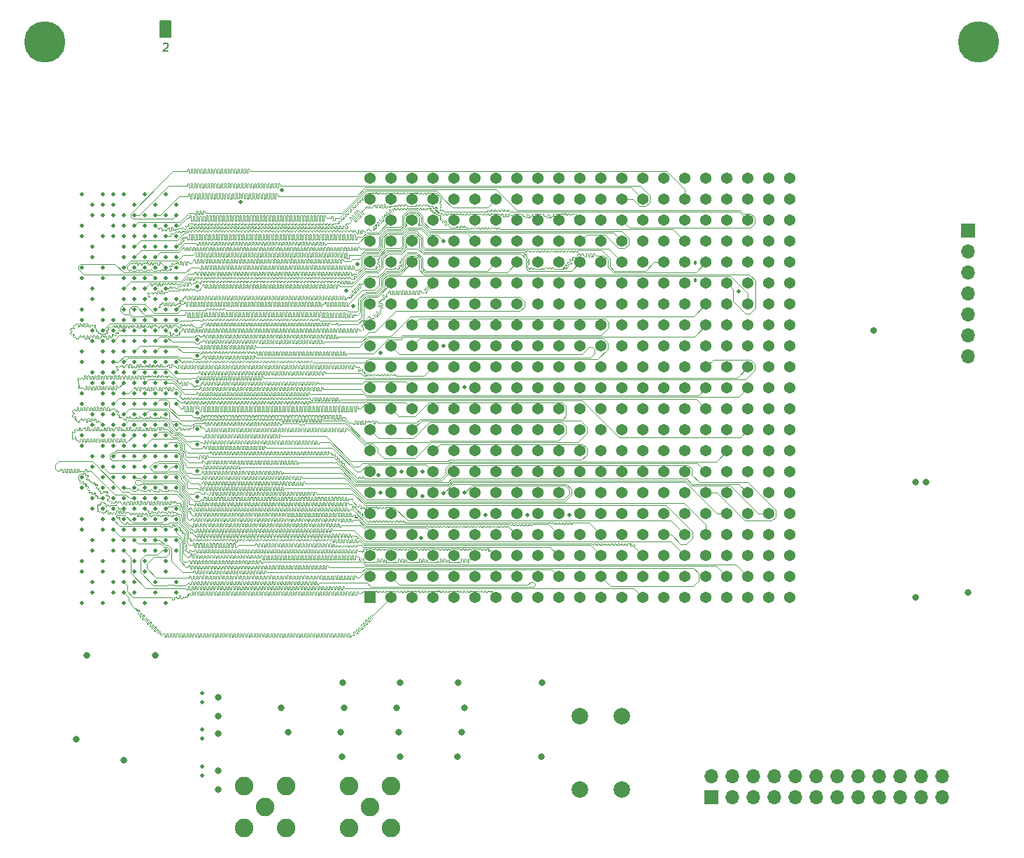
<source format=gbr>
%TF.GenerationSoftware,KiCad,Pcbnew,(6.0.9-0)*%
%TF.CreationDate,2022-12-19T14:05:16-05:00*%
%TF.ProjectId,ember-pcb,656d6265-722d-4706-9362-2e6b69636164,rev?*%
%TF.SameCoordinates,Original*%
%TF.FileFunction,Copper,L3,Inr*%
%TF.FilePolarity,Positive*%
%FSLAX46Y46*%
G04 Gerber Fmt 4.6, Leading zero omitted, Abs format (unit mm)*
G04 Created by KiCad (PCBNEW (6.0.9-0)) date 2022-12-19 14:05:16*
%MOMM*%
%LPD*%
G01*
G04 APERTURE LIST*
%TA.AperFunction,NonConductor*%
%ADD10C,0.200000*%
%TD*%
%ADD11C,0.150000*%
%TA.AperFunction,NonConductor*%
%ADD12C,0.150000*%
%TD*%
%TA.AperFunction,ComponentPad*%
%ADD13C,5.000000*%
%TD*%
%TA.AperFunction,ComponentPad*%
%ADD14R,1.700000X1.700000*%
%TD*%
%TA.AperFunction,ComponentPad*%
%ADD15O,1.700000X1.700000*%
%TD*%
%TA.AperFunction,ComponentPad*%
%ADD16C,2.000000*%
%TD*%
%TA.AperFunction,ComponentPad*%
%ADD17C,2.250000*%
%TD*%
%TA.AperFunction,ComponentPad*%
%ADD18C,0.500000*%
%TD*%
%TA.AperFunction,ComponentPad*%
%ADD19R,1.368000X1.368000*%
%TD*%
%TA.AperFunction,ComponentPad*%
%ADD20C,1.368000*%
%TD*%
%TA.AperFunction,ViaPad*%
%ADD21C,0.800000*%
%TD*%
%TA.AperFunction,ViaPad*%
%ADD22C,0.508000*%
%TD*%
%TA.AperFunction,ViaPad*%
%ADD23C,0.457200*%
%TD*%
%TA.AperFunction,Conductor*%
%ADD24C,0.101600*%
%TD*%
G04 APERTURE END LIST*
D10*
X86390000Y-48470000D02*
X87660000Y-48470000D01*
X87660000Y-48470000D02*
X87660000Y-50375000D01*
X87660000Y-50375000D02*
X86390000Y-50375000D01*
X86390000Y-50375000D02*
X86390000Y-48470000D01*
G36*
X86390000Y-48470000D02*
G01*
X87660000Y-48470000D01*
X87660000Y-50375000D01*
X86390000Y-50375000D01*
X86390000Y-48470000D01*
G37*
D11*
D12*
X86739285Y-51192619D02*
X86786904Y-51145000D01*
X86882142Y-51097380D01*
X87120238Y-51097380D01*
X87215476Y-51145000D01*
X87263095Y-51192619D01*
X87310714Y-51287857D01*
X87310714Y-51383095D01*
X87263095Y-51525952D01*
X86691666Y-52097380D01*
X87310714Y-52097380D01*
D13*
%TO.N,GND*%
%TO.C,H1*%
X72420000Y-51010000D03*
%TD*%
D14*
%TO.N,/core_pwr*%
%TO.C,J3*%
X153060000Y-142455000D03*
D15*
%TO.N,/vdd_fsm*%
X153060000Y-139915000D03*
%TO.N,/core_pwr*%
X155600000Y-142455000D03*
%TO.N,/vdd*%
X155600000Y-139915000D03*
%TO.N,/core_pwr*%
X158140000Y-142455000D03*
%TO.N,/vdd_dac*%
X158140000Y-139915000D03*
%TO.N,/core_pwr*%
X160680000Y-142455000D03*
%TO.N,/vsa*%
X160680000Y-139915000D03*
%TO.N,unconnected-(J3-Pad9)*%
X163220000Y-142455000D03*
%TO.N,unconnected-(J3-Pad10)*%
X163220000Y-139915000D03*
%TO.N,/io_pwr*%
X165760000Y-142455000D03*
%TO.N,/vddio_fsm*%
X165760000Y-139915000D03*
%TO.N,/io_pwr*%
X168300000Y-142455000D03*
%TO.N,/vddio*%
X168300000Y-139915000D03*
%TO.N,/io_pwr*%
X170840000Y-142455000D03*
%TO.N,/vddio_dac*%
X170840000Y-139915000D03*
%TO.N,unconnected-(J3-Pad17)*%
X173380000Y-142455000D03*
%TO.N,unconnected-(J3-Pad18)*%
X173380000Y-139915000D03*
%TO.N,GND*%
X175920000Y-142455000D03*
X175920000Y-139915000D03*
X178460000Y-142455000D03*
X178460000Y-139915000D03*
X181000000Y-142455000D03*
X181000000Y-139915000D03*
%TD*%
D16*
%TO.N,Net-(C1-Pad1)*%
%TO.C,FB1*%
X137165000Y-132710000D03*
%TO.N,/core_pwr*%
X142245000Y-132710000D03*
%TD*%
D14*
%TO.N,/wl_source_pin*%
%TO.C,J4*%
X184180000Y-73865000D03*
D15*
%TO.N,/bl_source_pin*%
X184180000Y-76405000D03*
%TO.N,/sl_source_pin*%
X184180000Y-78945000D03*
%TO.N,/iref_test*%
X184180000Y-81485000D03*
%TO.N,/vdd_test*%
X184180000Y-84025000D03*
%TO.N,unconnected-(J4-Pad6)*%
X184180000Y-86565000D03*
%TO.N,GND*%
X184180000Y-89105000D03*
%TD*%
D16*
%TO.N,Net-(C6-Pad1)*%
%TO.C,FB2*%
X137165000Y-141600000D03*
%TO.N,/io_pwr*%
X142245000Y-141600000D03*
%TD*%
D17*
%TO.N,GND*%
%TO.C,J5*%
X99065000Y-143720000D03*
%TO.N,Net-(J5-Pad2)*%
X101605000Y-146260000D03*
X96525000Y-141180000D03*
X96525000Y-146260000D03*
X101605000Y-141180000D03*
%TD*%
D18*
%TO.N,GND*%
%TO.C,U4*%
X91475000Y-139835000D03*
X91475000Y-138735000D03*
%TD*%
D17*
%TO.N,GND*%
%TO.C,J2*%
X111765000Y-143720000D03*
%TO.N,Net-(J2-Pad2)*%
X114305000Y-141180000D03*
X114305000Y-146260000D03*
X109225000Y-141180000D03*
X109225000Y-146260000D03*
%TD*%
D19*
%TO.N,GND*%
%TO.C,U1*%
X111790000Y-118320000D03*
D20*
%TO.N,/di_36*%
X114330000Y-118320000D03*
%TO.N,/vddio_dac*%
X116870000Y-118320000D03*
%TO.N,/iref_test*%
X119410000Y-118320000D03*
%TO.N,/vdd_fsm*%
X121950000Y-118320000D03*
%TO.N,GND*%
X124490000Y-118320000D03*
%TO.N,/di_47*%
X127030000Y-118320000D03*
%TO.N,/vdd_dac*%
X129570000Y-118320000D03*
%TO.N,/vddio_dac*%
X132110000Y-118320000D03*
%TO.N,/vddio*%
X134650000Y-118320000D03*
%TO.N,/vsa*%
X137190000Y-118320000D03*
%TO.N,/read_ref_4*%
X139730000Y-118320000D03*
%TO.N,/rram_addr_0*%
X142270000Y-118320000D03*
%TO.N,/rram_addr_2*%
X144810000Y-118320000D03*
%TO.N,GND*%
X147350000Y-118320000D03*
%TO.N,/vdd_fsm*%
X149890000Y-118320000D03*
%TO.N,/rram_addr_10*%
X152430000Y-118320000D03*
%TO.N,/vddio_dac*%
X154970000Y-118320000D03*
%TO.N,GND*%
X157510000Y-118320000D03*
X160050000Y-118320000D03*
%TO.N,unconnected-(U1-PadA21)*%
X162590000Y-118320000D03*
%TO.N,/vddio*%
X111790000Y-115780000D03*
%TO.N,/di_34*%
X114330000Y-115780000D03*
%TO.N,/vddio_fsm*%
X116870000Y-115780000D03*
%TO.N,/vddio*%
X119410000Y-115780000D03*
%TO.N,/vdd*%
X121950000Y-115780000D03*
%TO.N,/vdd_test*%
X124490000Y-115780000D03*
%TO.N,/vddio_fsm*%
X127030000Y-115780000D03*
%TO.N,GND*%
X129570000Y-115780000D03*
%TO.N,/sa_en*%
X132110000Y-115780000D03*
%TO.N,/read_ref_1*%
X134650000Y-115780000D03*
%TO.N,/read_ref_2*%
X137190000Y-115780000D03*
%TO.N,/rram_addr_1*%
X139730000Y-115780000D03*
%TO.N,/vddio_fsm*%
X142270000Y-115780000D03*
%TO.N,/rram_addr_6*%
X144810000Y-115780000D03*
%TO.N,/vdd*%
X147350000Y-115780000D03*
%TO.N,/vddio*%
X149890000Y-115780000D03*
%TO.N,/vddio_fsm*%
X152430000Y-115780000D03*
%TO.N,/sl_en*%
X154970000Y-115780000D03*
%TO.N,/read_dac_config_0*%
X157510000Y-115780000D03*
%TO.N,/vdd_dac*%
X160050000Y-115780000D03*
%TO.N,unconnected-(U1-PadB21)*%
X162590000Y-115780000D03*
%TO.N,/vddio_fsm*%
X111790000Y-113240000D03*
%TO.N,/vdd_dac*%
X114330000Y-113240000D03*
%TO.N,GND*%
X116870000Y-113240000D03*
%TO.N,/di_37*%
X119410000Y-113240000D03*
%TO.N,/di_39*%
X121950000Y-113240000D03*
%TO.N,/di_41*%
X124490000Y-113240000D03*
%TO.N,/di_42*%
X127030000Y-113240000D03*
%TO.N,/di_44*%
X129570000Y-113240000D03*
%TO.N,/di_45*%
X132110000Y-113240000D03*
%TO.N,/set_rst*%
X134650000Y-113240000D03*
%TO.N,/read_ref_5*%
X137190000Y-113240000D03*
%TO.N,/rram_addr_4*%
X139730000Y-113240000D03*
%TO.N,/rram_addr_5*%
X142270000Y-113240000D03*
%TO.N,/rram_addr_8*%
X144810000Y-113240000D03*
%TO.N,/rram_addr_11*%
X147350000Y-113240000D03*
%TO.N,/rram_addr_13*%
X149890000Y-113240000D03*
%TO.N,/rram_addr_15*%
X152430000Y-113240000D03*
%TO.N,GND*%
X154970000Y-113240000D03*
%TO.N,/vddio*%
X157510000Y-113240000D03*
%TO.N,/vdd*%
X160050000Y-113240000D03*
%TO.N,unconnected-(U1-PadC21)*%
X162590000Y-113240000D03*
%TO.N,/di_27*%
X111790000Y-110700000D03*
%TO.N,/vdd*%
X114330000Y-110700000D03*
%TO.N,/di_32*%
X116870000Y-110700000D03*
%TO.N,/di_33*%
X119410000Y-110700000D03*
%TO.N,/di_35*%
X121950000Y-110700000D03*
%TO.N,/di_38*%
X124490000Y-110700000D03*
%TO.N,/di_40*%
X127030000Y-110700000D03*
%TO.N,/di_43*%
X129570000Y-110700000D03*
%TO.N,/di_46*%
X132110000Y-110700000D03*
%TO.N,/read_ref_0*%
X134650000Y-110700000D03*
%TO.N,/read_ref_3*%
X137190000Y-110700000D03*
%TO.N,/rram_addr_3*%
X139730000Y-110700000D03*
%TO.N,/rram_addr_7*%
X142270000Y-110700000D03*
%TO.N,/rram_addr_9*%
X144810000Y-110700000D03*
%TO.N,/rram_addr_12*%
X147350000Y-110700000D03*
%TO.N,/rram_addr_14*%
X149890000Y-110700000D03*
%TO.N,/we*%
X152430000Y-110700000D03*
%TO.N,/read_dac_config_2*%
X154970000Y-110700000D03*
%TO.N,/vddio_fsm*%
X157510000Y-110700000D03*
%TO.N,/vddio_dac*%
X160050000Y-110700000D03*
%TO.N,unconnected-(U1-PadD21)*%
X162590000Y-110700000D03*
%TO.N,/di_23*%
X111790000Y-108160000D03*
%TO.N,/vddio_dac*%
X114330000Y-108160000D03*
%TO.N,/di_30*%
X116870000Y-108160000D03*
%TO.N,/di_31*%
X119410000Y-108160000D03*
%TO.N,unconnected-(U1-PadE5)*%
X121950000Y-108160000D03*
%TO.N,unconnected-(U1-PadE6)*%
X124490000Y-108160000D03*
%TO.N,unconnected-(U1-PadE7)*%
X127030000Y-108160000D03*
%TO.N,unconnected-(U1-PadE8)*%
X129570000Y-108160000D03*
%TO.N,unconnected-(U1-PadE9)*%
X132110000Y-108160000D03*
%TO.N,unconnected-(U1-PadE10)*%
X134650000Y-108160000D03*
%TO.N,unconnected-(U1-PadE11)*%
X137190000Y-108160000D03*
%TO.N,unconnected-(U1-PadE12)*%
X139730000Y-108160000D03*
%TO.N,unconnected-(U1-PadE13)*%
X142270000Y-108160000D03*
%TO.N,unconnected-(U1-PadE14)*%
X144810000Y-108160000D03*
%TO.N,unconnected-(U1-PadE15)*%
X147350000Y-108160000D03*
%TO.N,unconnected-(U1-PadE16)*%
X149890000Y-108160000D03*
%TO.N,/read_dac_config_1*%
X152430000Y-108160000D03*
%TO.N,/wl_dac_config_0*%
X154970000Y-108160000D03*
%TO.N,/wl_dac_config_3*%
X157510000Y-108160000D03*
%TO.N,/wl_dac_config_5*%
X160050000Y-108160000D03*
%TO.N,unconnected-(U1-PadE21)*%
X162590000Y-108160000D03*
%TO.N,/vddio_fsm*%
X111790000Y-105620000D03*
%TO.N,/di_25*%
X114330000Y-105620000D03*
%TO.N,/di_28*%
X116870000Y-105620000D03*
%TO.N,/di_29*%
X119410000Y-105620000D03*
%TO.N,unconnected-(U1-PadF5)*%
X121950000Y-105620000D03*
%TO.N,unconnected-(U1-PadF6)*%
X124490000Y-105620000D03*
%TO.N,unconnected-(U1-PadF7)*%
X127030000Y-105620000D03*
%TO.N,unconnected-(U1-PadF8)*%
X129570000Y-105620000D03*
%TO.N,unconnected-(U1-PadF9)*%
X132110000Y-105620000D03*
%TO.N,unconnected-(U1-PadF10)*%
X134650000Y-105620000D03*
%TO.N,unconnected-(U1-PadF11)*%
X137190000Y-105620000D03*
%TO.N,unconnected-(U1-PadF12)*%
X139730000Y-105620000D03*
%TO.N,unconnected-(U1-PadF13)*%
X142270000Y-105620000D03*
%TO.N,unconnected-(U1-PadF14)*%
X144810000Y-105620000D03*
%TO.N,unconnected-(U1-PadF15)*%
X147350000Y-105620000D03*
%TO.N,unconnected-(U1-PadF16)*%
X149890000Y-105620000D03*
%TO.N,/read_dac_config_3*%
X152430000Y-105620000D03*
%TO.N,/wl_dac_config_2*%
X154970000Y-105620000D03*
%TO.N,/wl_dac_config_7*%
X157510000Y-105620000D03*
%TO.N,/vdd_fsm*%
X160050000Y-105620000D03*
%TO.N,unconnected-(U1-PadF21)*%
X162590000Y-105620000D03*
%TO.N,/di_18*%
X111790000Y-103080000D03*
%TO.N,/vdd_fsm*%
X114330000Y-103080000D03*
%TO.N,/di_24*%
X116870000Y-103080000D03*
%TO.N,/di_26*%
X119410000Y-103080000D03*
%TO.N,unconnected-(U1-PadG5)*%
X121950000Y-103080000D03*
%TO.N,unconnected-(U1-PadG6)*%
X124490000Y-103080000D03*
%TO.N,unconnected-(U1-PadG7)*%
X127030000Y-103080000D03*
%TO.N,unconnected-(U1-PadG8)*%
X129570000Y-103080000D03*
%TO.N,unconnected-(U1-PadG9)*%
X132110000Y-103080000D03*
%TO.N,unconnected-(U1-PadG10)*%
X134650000Y-103080000D03*
%TO.N,unconnected-(U1-PadG11)*%
X137190000Y-103080000D03*
%TO.N,unconnected-(U1-PadG12)*%
X139730000Y-103080000D03*
%TO.N,unconnected-(U1-PadG13)*%
X142270000Y-103080000D03*
%TO.N,unconnected-(U1-PadG14)*%
X144810000Y-103080000D03*
%TO.N,unconnected-(U1-PadG15)*%
X147350000Y-103080000D03*
%TO.N,unconnected-(U1-PadG16)*%
X149890000Y-103080000D03*
%TO.N,/wl_dac_config_1*%
X152430000Y-103080000D03*
%TO.N,/wl_dac_config_4*%
X154970000Y-103080000D03*
%TO.N,/vddio_fsm*%
X157510000Y-103080000D03*
%TO.N,GND*%
X160050000Y-103080000D03*
%TO.N,unconnected-(U1-PadG21)*%
X162590000Y-103080000D03*
%TO.N,/di_16*%
X111790000Y-100540000D03*
%TO.N,GND*%
X114330000Y-100540000D03*
%TO.N,/di_21*%
X116870000Y-100540000D03*
%TO.N,/di_22*%
X119410000Y-100540000D03*
%TO.N,unconnected-(U1-PadH5)*%
X121950000Y-100540000D03*
%TO.N,unconnected-(U1-PadH6)*%
X124490000Y-100540000D03*
%TO.N,unconnected-(U1-PadH7)*%
X127030000Y-100540000D03*
%TO.N,unconnected-(U1-PadH8)*%
X129570000Y-100540000D03*
%TO.N,unconnected-(U1-PadH9)*%
X132110000Y-100540000D03*
%TO.N,unconnected-(U1-PadH10)*%
X134650000Y-100540000D03*
%TO.N,unconnected-(U1-PadH11)*%
X137190000Y-100540000D03*
%TO.N,unconnected-(U1-PadH12)*%
X139730000Y-100540000D03*
%TO.N,unconnected-(U1-PadH13)*%
X142270000Y-100540000D03*
%TO.N,unconnected-(U1-PadH14)*%
X144810000Y-100540000D03*
%TO.N,unconnected-(U1-PadH15)*%
X147350000Y-100540000D03*
%TO.N,unconnected-(U1-PadH16)*%
X149890000Y-100540000D03*
%TO.N,/wl_dac_config_6*%
X152430000Y-100540000D03*
%TO.N,/wl_dac_en*%
X154970000Y-100540000D03*
%TO.N,/wl_source_pin*%
X157510000Y-100540000D03*
%TO.N,/sa_do_2*%
X160050000Y-100540000D03*
%TO.N,unconnected-(U1-PadH21)*%
X162590000Y-100540000D03*
%TO.N,/di_14*%
X111790000Y-98000000D03*
%TO.N,/di_17*%
X114330000Y-98000000D03*
%TO.N,/di_20*%
X116870000Y-98000000D03*
%TO.N,/di_19*%
X119410000Y-98000000D03*
%TO.N,unconnected-(U1-PadJ5)*%
X121950000Y-98000000D03*
%TO.N,unconnected-(U1-PadJ6)*%
X124490000Y-98000000D03*
%TO.N,unconnected-(U1-PadJ7)*%
X127030000Y-98000000D03*
%TO.N,unconnected-(U1-PadJ8)*%
X129570000Y-98000000D03*
%TO.N,unconnected-(U1-PadJ9)*%
X132110000Y-98000000D03*
%TO.N,unconnected-(U1-PadJ10)*%
X134650000Y-98000000D03*
%TO.N,unconnected-(U1-PadJ11)*%
X137190000Y-98000000D03*
%TO.N,unconnected-(U1-PadJ12)*%
X139730000Y-98000000D03*
%TO.N,unconnected-(U1-PadJ13)*%
X142270000Y-98000000D03*
%TO.N,unconnected-(U1-PadJ14)*%
X144810000Y-98000000D03*
%TO.N,unconnected-(U1-PadJ15)*%
X147350000Y-98000000D03*
%TO.N,unconnected-(U1-PadJ16)*%
X149890000Y-98000000D03*
%TO.N,/bleed_en*%
X152430000Y-98000000D03*
%TO.N,/wl_en*%
X154970000Y-98000000D03*
%TO.N,/sa_do_0*%
X157510000Y-98000000D03*
%TO.N,/sa_do_4*%
X160050000Y-98000000D03*
%TO.N,unconnected-(U1-PadJ21)*%
X162590000Y-98000000D03*
%TO.N,/vsa*%
X111790000Y-95460000D03*
%TO.N,/di_12*%
X114330000Y-95460000D03*
%TO.N,/di_15*%
X116870000Y-95460000D03*
%TO.N,/di_13*%
X119410000Y-95460000D03*
%TO.N,unconnected-(U1-PadK5)*%
X121950000Y-95460000D03*
%TO.N,unconnected-(U1-PadK6)*%
X124490000Y-95460000D03*
%TO.N,unconnected-(U1-PadK7)*%
X127030000Y-95460000D03*
%TO.N,unconnected-(U1-PadK8)*%
X129570000Y-95460000D03*
%TO.N,unconnected-(U1-PadK9)*%
X132110000Y-95460000D03*
%TO.N,unconnected-(U1-PadK10)*%
X134650000Y-95460000D03*
%TO.N,unconnected-(U1-PadK11)*%
X137190000Y-95460000D03*
%TO.N,unconnected-(U1-PadK12)*%
X139730000Y-95460000D03*
%TO.N,unconnected-(U1-PadK13)*%
X142270000Y-95460000D03*
%TO.N,unconnected-(U1-PadK14)*%
X144810000Y-95460000D03*
%TO.N,unconnected-(U1-PadK15)*%
X147350000Y-95460000D03*
%TO.N,unconnected-(U1-PadK16)*%
X149890000Y-95460000D03*
%TO.N,/sa_do_3*%
X152430000Y-95460000D03*
%TO.N,/sa_do_1*%
X154970000Y-95460000D03*
%TO.N,/sa_do_5*%
X157510000Y-95460000D03*
%TO.N,/vsa*%
X160050000Y-95460000D03*
%TO.N,unconnected-(U1-PadK21)*%
X162590000Y-95460000D03*
%TO.N,/vdd*%
X111790000Y-92920000D03*
%TO.N,/di_11*%
X114330000Y-92920000D03*
%TO.N,/di_9*%
X116870000Y-92920000D03*
%TO.N,/di_10*%
X119410000Y-92920000D03*
%TO.N,unconnected-(U1-PadL5)*%
X121950000Y-92920000D03*
%TO.N,unconnected-(U1-PadL6)*%
X124490000Y-92920000D03*
%TO.N,unconnected-(U1-PadL7)*%
X127030000Y-92920000D03*
%TO.N,unconnected-(U1-PadL8)*%
X129570000Y-92920000D03*
%TO.N,unconnected-(U1-PadL9)*%
X132110000Y-92920000D03*
%TO.N,unconnected-(U1-PadL10)*%
X134650000Y-92920000D03*
%TO.N,unconnected-(U1-PadL11)*%
X137190000Y-92920000D03*
%TO.N,unconnected-(U1-PadL12)*%
X139730000Y-92920000D03*
%TO.N,unconnected-(U1-PadL13)*%
X142270000Y-92920000D03*
%TO.N,unconnected-(U1-PadL14)*%
X144810000Y-92920000D03*
%TO.N,unconnected-(U1-PadL15)*%
X147350000Y-92920000D03*
%TO.N,unconnected-(U1-PadL16)*%
X149890000Y-92920000D03*
%TO.N,/sa_do_7*%
X152430000Y-92920000D03*
%TO.N,/sa_do_8*%
X154970000Y-92920000D03*
%TO.N,/sa_do_6*%
X157510000Y-92920000D03*
%TO.N,/vdd*%
X160050000Y-92920000D03*
%TO.N,unconnected-(U1-PadL21)*%
X162590000Y-92920000D03*
%TO.N,/vddio_dac*%
X111790000Y-90380000D03*
%TO.N,/di_7*%
X114330000Y-90380000D03*
%TO.N,/di_5*%
X116870000Y-90380000D03*
%TO.N,/di_6*%
X119410000Y-90380000D03*
%TO.N,unconnected-(U1-PadM5)*%
X121950000Y-90380000D03*
%TO.N,unconnected-(U1-PadM6)*%
X124490000Y-90380000D03*
%TO.N,unconnected-(U1-PadM7)*%
X127030000Y-90380000D03*
%TO.N,unconnected-(U1-PadM8)*%
X129570000Y-90380000D03*
%TO.N,unconnected-(U1-PadM9)*%
X132110000Y-90380000D03*
%TO.N,unconnected-(U1-PadM10)*%
X134650000Y-90380000D03*
%TO.N,unconnected-(U1-PadM11)*%
X137190000Y-90380000D03*
%TO.N,unconnected-(U1-PadM12)*%
X139730000Y-90380000D03*
%TO.N,unconnected-(U1-PadM13)*%
X142270000Y-90380000D03*
%TO.N,unconnected-(U1-PadM14)*%
X144810000Y-90380000D03*
%TO.N,unconnected-(U1-PadM15)*%
X147350000Y-90380000D03*
%TO.N,unconnected-(U1-PadM16)*%
X149890000Y-90380000D03*
%TO.N,/sa_do_11*%
X152430000Y-90380000D03*
%TO.N,/sa_do_12*%
X154970000Y-90380000D03*
%TO.N,/sa_do_9*%
X157510000Y-90380000D03*
%TO.N,/vddio_dac*%
X160050000Y-90380000D03*
%TO.N,unconnected-(U1-PadM21)*%
X162590000Y-90380000D03*
%TO.N,/vddio*%
X111790000Y-87840000D03*
%TO.N,/di_8*%
X114330000Y-87840000D03*
%TO.N,/di_4*%
X116870000Y-87840000D03*
%TO.N,/di_2*%
X119410000Y-87840000D03*
%TO.N,unconnected-(U1-PadN5)*%
X121950000Y-87840000D03*
%TO.N,unconnected-(U1-PadN6)*%
X124490000Y-87840000D03*
%TO.N,unconnected-(U1-PadN7)*%
X127030000Y-87840000D03*
%TO.N,unconnected-(U1-PadN8)*%
X129570000Y-87840000D03*
%TO.N,unconnected-(U1-PadN9)*%
X132110000Y-87840000D03*
%TO.N,unconnected-(U1-PadN10)*%
X134650000Y-87840000D03*
%TO.N,unconnected-(U1-PadN11)*%
X137190000Y-87840000D03*
%TO.N,unconnected-(U1-PadN12)*%
X139730000Y-87840000D03*
%TO.N,unconnected-(U1-PadN13)*%
X142270000Y-87840000D03*
%TO.N,unconnected-(U1-PadN14)*%
X144810000Y-87840000D03*
%TO.N,unconnected-(U1-PadN15)*%
X147350000Y-87840000D03*
%TO.N,unconnected-(U1-PadN16)*%
X149890000Y-87840000D03*
%TO.N,/sa_do_14*%
X152430000Y-87840000D03*
%TO.N,/sa_do_13*%
X154970000Y-87840000D03*
%TO.N,GND*%
X157510000Y-87840000D03*
%TO.N,/vddio*%
X160050000Y-87840000D03*
%TO.N,unconnected-(U1-PadN21)*%
X162590000Y-87840000D03*
%TO.N,GND*%
X111790000Y-85300000D03*
%TO.N,/vddio_fsm*%
X114330000Y-85300000D03*
%TO.N,/di_0*%
X116870000Y-85300000D03*
%TO.N,/clamp_ref_5*%
X119410000Y-85300000D03*
%TO.N,unconnected-(U1-PadP5)*%
X121950000Y-85300000D03*
%TO.N,unconnected-(U1-PadP6)*%
X124490000Y-85300000D03*
%TO.N,unconnected-(U1-PadP7)*%
X127030000Y-85300000D03*
%TO.N,unconnected-(U1-PadP8)*%
X129570000Y-85300000D03*
%TO.N,unconnected-(U1-PadP9)*%
X132110000Y-85300000D03*
%TO.N,unconnected-(U1-PadP10)*%
X134650000Y-85300000D03*
%TO.N,unconnected-(U1-PadP11)*%
X137190000Y-85300000D03*
%TO.N,unconnected-(U1-PadP12)*%
X139730000Y-85300000D03*
%TO.N,unconnected-(U1-PadP13)*%
X142270000Y-85300000D03*
%TO.N,unconnected-(U1-PadP14)*%
X144810000Y-85300000D03*
%TO.N,unconnected-(U1-PadP15)*%
X147350000Y-85300000D03*
%TO.N,unconnected-(U1-PadP16)*%
X149890000Y-85300000D03*
%TO.N,/sa_do_18*%
X152430000Y-85300000D03*
%TO.N,/sa_do_16*%
X154970000Y-85300000D03*
%TO.N,/vdd_fsm*%
X157510000Y-85300000D03*
%TO.N,/sa_do_10*%
X160050000Y-85300000D03*
%TO.N,unconnected-(U1-PadP21)*%
X162590000Y-85300000D03*
%TO.N,/vdd_fsm*%
X111790000Y-82760000D03*
%TO.N,/di_3*%
X114330000Y-82760000D03*
%TO.N,/rst_n*%
X116870000Y-82760000D03*
%TO.N,/clamp_ref_3*%
X119410000Y-82760000D03*
%TO.N,unconnected-(U1-PadR5)*%
X121950000Y-82760000D03*
%TO.N,unconnected-(U1-PadR6)*%
X124490000Y-82760000D03*
%TO.N,unconnected-(U1-PadR7)*%
X127030000Y-82760000D03*
%TO.N,unconnected-(U1-PadR8)*%
X129570000Y-82760000D03*
%TO.N,unconnected-(U1-PadR9)*%
X132110000Y-82760000D03*
%TO.N,unconnected-(U1-PadR10)*%
X134650000Y-82760000D03*
%TO.N,unconnected-(U1-PadR11)*%
X137190000Y-82760000D03*
%TO.N,unconnected-(U1-PadR12)*%
X139730000Y-82760000D03*
%TO.N,unconnected-(U1-PadR13)*%
X142270000Y-82760000D03*
%TO.N,unconnected-(U1-PadR14)*%
X144810000Y-82760000D03*
%TO.N,unconnected-(U1-PadR15)*%
X147350000Y-82760000D03*
%TO.N,unconnected-(U1-PadR16)*%
X149890000Y-82760000D03*
%TO.N,/sa_do_21*%
X152430000Y-82760000D03*
%TO.N,/sa_do_20*%
X154970000Y-82760000D03*
%TO.N,/sa_do_17*%
X157510000Y-82760000D03*
%TO.N,/vddio_fsm*%
X160050000Y-82760000D03*
%TO.N,unconnected-(U1-PadR21)*%
X162590000Y-82760000D03*
%TO.N,/di_1*%
X111790000Y-80220000D03*
%TO.N,/bl_en*%
X114330000Y-80220000D03*
%TO.N,/clamp_ref_4*%
X116870000Y-80220000D03*
%TO.N,/clamp_ref_1*%
X119410000Y-80220000D03*
%TO.N,unconnected-(U1-PadS5)*%
X121950000Y-80220000D03*
%TO.N,unconnected-(U1-PadS6)*%
X124490000Y-80220000D03*
%TO.N,unconnected-(U1-PadS7)*%
X127030000Y-80220000D03*
%TO.N,unconnected-(U1-PadS8)*%
X129570000Y-80220000D03*
%TO.N,unconnected-(U1-PadS9)*%
X132110000Y-80220000D03*
%TO.N,unconnected-(U1-PadS10)*%
X134650000Y-80220000D03*
%TO.N,unconnected-(U1-PadS11)*%
X137190000Y-80220000D03*
%TO.N,unconnected-(U1-PadS12)*%
X139730000Y-80220000D03*
%TO.N,unconnected-(U1-PadS13)*%
X142270000Y-80220000D03*
%TO.N,unconnected-(U1-PadS14)*%
X144810000Y-80220000D03*
%TO.N,unconnected-(U1-PadS15)*%
X147350000Y-80220000D03*
%TO.N,unconnected-(U1-PadS16)*%
X149890000Y-80220000D03*
%TO.N,/sa_do_23*%
X152430000Y-80220000D03*
%TO.N,/sa_do_22*%
X154970000Y-80220000D03*
%TO.N,/vddio_dac*%
X157510000Y-80220000D03*
%TO.N,/sa_do_15*%
X160050000Y-80220000D03*
%TO.N,unconnected-(U1-PadS21)*%
X162590000Y-80220000D03*
%TO.N,/vddio_dac*%
X111790000Y-77680000D03*
%TO.N,/vddio_fsm*%
X114330000Y-77680000D03*
%TO.N,/clamp_ref_2*%
X116870000Y-77680000D03*
%TO.N,/bsl_dac_en*%
X119410000Y-77680000D03*
%TO.N,/bsl_dac_config_4*%
X121950000Y-77680000D03*
%TO.N,/bsl_dac_config_2*%
X124490000Y-77680000D03*
%TO.N,/bsl_dac_config_0*%
X127030000Y-77680000D03*
%TO.N,/mclk_pause*%
X129570000Y-77680000D03*
%TO.N,/mosi*%
X132110000Y-77680000D03*
%TO.N,/heartbeat*%
X134650000Y-77680000D03*
%TO.N,/sa_do_45*%
X137190000Y-77680000D03*
%TO.N,/sa_do_39*%
X139730000Y-77680000D03*
%TO.N,/sa_do_36*%
X142270000Y-77680000D03*
%TO.N,/sa_do_32*%
X144810000Y-77680000D03*
%TO.N,/sa_do_29*%
X147350000Y-77680000D03*
%TO.N,/sa_do_27*%
X149890000Y-77680000D03*
%TO.N,/sa_do_25*%
X152430000Y-77680000D03*
%TO.N,/sa_do_24*%
X154970000Y-77680000D03*
%TO.N,/vdd*%
X157510000Y-77680000D03*
%TO.N,/sa_do_19*%
X160050000Y-77680000D03*
%TO.N,unconnected-(U1-PadT21)*%
X162590000Y-77680000D03*
%TO.N,/vdd*%
X111790000Y-75140000D03*
%TO.N,/vddio*%
X114330000Y-75140000D03*
%TO.N,GND*%
X116870000Y-75140000D03*
%TO.N,/read_dac_en*%
X119410000Y-75140000D03*
%TO.N,/bsl_dac_config_3*%
X121950000Y-75140000D03*
%TO.N,/bsl_dac_config_1*%
X124490000Y-75140000D03*
%TO.N,/aclk*%
X127030000Y-75140000D03*
%TO.N,/sclk*%
X129570000Y-75140000D03*
%TO.N,/sc*%
X132110000Y-75140000D03*
%TO.N,/man*%
X134650000Y-75140000D03*
%TO.N,/sa_do_43*%
X137190000Y-75140000D03*
%TO.N,/sa_do_38*%
X139730000Y-75140000D03*
%TO.N,/sa_do_37*%
X142270000Y-75140000D03*
%TO.N,/sa_do_34*%
X144810000Y-75140000D03*
%TO.N,/sa_do_33*%
X147350000Y-75140000D03*
%TO.N,/sa_do_30*%
X149890000Y-75140000D03*
%TO.N,/sa_do_28*%
X152430000Y-75140000D03*
%TO.N,GND*%
X154970000Y-75140000D03*
%TO.N,/vdd_dac*%
X157510000Y-75140000D03*
%TO.N,/vddio_fsm*%
X160050000Y-75140000D03*
%TO.N,unconnected-(U1-PadU21)*%
X162590000Y-75140000D03*
%TO.N,/vdd_dac*%
X111790000Y-72600000D03*
%TO.N,/clamp_ref_0*%
X114330000Y-72600000D03*
%TO.N,/vddio*%
X116870000Y-72600000D03*
%TO.N,/vsa*%
X119410000Y-72600000D03*
%TO.N,/vdd_fsm*%
X121950000Y-72600000D03*
%TO.N,/sl_source_pin*%
X124490000Y-72600000D03*
%TO.N,GND*%
X127030000Y-72600000D03*
%TO.N,/vddio_fsm*%
X129570000Y-72600000D03*
%TO.N,/miso*%
X132110000Y-72600000D03*
%TO.N,/sa_rdy*%
X134650000Y-72600000D03*
%TO.N,/sa_do_47*%
X137190000Y-72600000D03*
%TO.N,/sa_do_41*%
X139730000Y-72600000D03*
%TO.N,/sa_do_42*%
X142270000Y-72600000D03*
%TO.N,/vdd*%
X144810000Y-72600000D03*
%TO.N,/vddio_fsm*%
X147350000Y-72600000D03*
%TO.N,/vddio_dac*%
X149890000Y-72600000D03*
%TO.N,/sa_do_31*%
X152430000Y-72600000D03*
%TO.N,/vddio_fsm*%
X154970000Y-72600000D03*
%TO.N,/sa_do_26*%
X157510000Y-72600000D03*
%TO.N,/vddio*%
X160050000Y-72600000D03*
%TO.N,unconnected-(U1-PadV21)*%
X162590000Y-72600000D03*
%TO.N,GND*%
X111790000Y-70060000D03*
%TO.N,/vddio_fsm*%
X114330000Y-70060000D03*
%TO.N,/bl_source_pin*%
X116870000Y-70060000D03*
%TO.N,/vddio_dac*%
X119410000Y-70060000D03*
%TO.N,/vddio_fsm*%
X121950000Y-70060000D03*
%TO.N,/vdd*%
X124490000Y-70060000D03*
%TO.N,/sa_clk*%
X127030000Y-70060000D03*
%TO.N,/byp*%
X129570000Y-70060000D03*
%TO.N,/vdd_dac*%
X132110000Y-70060000D03*
%TO.N,/vddio_dac*%
X134650000Y-70060000D03*
%TO.N,/vddio*%
X137190000Y-70060000D03*
%TO.N,/sa_do_46*%
X139730000Y-70060000D03*
%TO.N,/sa_do_44*%
X142270000Y-70060000D03*
%TO.N,/sa_do_40*%
X144810000Y-70060000D03*
%TO.N,GND*%
X147350000Y-70060000D03*
%TO.N,/sa_do_35*%
X149890000Y-70060000D03*
%TO.N,/vdd_fsm*%
X152430000Y-70060000D03*
%TO.N,/vsa*%
X154970000Y-70060000D03*
%TO.N,/vddio*%
X157510000Y-70060000D03*
%TO.N,GND*%
X160050000Y-70060000D03*
%TO.N,unconnected-(U1-PadW21)*%
X162590000Y-70060000D03*
%TO.N,unconnected-(U1-PadX1)*%
X111790000Y-67520000D03*
%TO.N,unconnected-(U1-PadX2)*%
X114330000Y-67520000D03*
%TO.N,unconnected-(U1-PadX3)*%
X116870000Y-67520000D03*
%TO.N,unconnected-(U1-PadX4)*%
X119410000Y-67520000D03*
%TO.N,unconnected-(U1-PadX5)*%
X121950000Y-67520000D03*
%TO.N,unconnected-(U1-PadX6)*%
X124490000Y-67520000D03*
%TO.N,unconnected-(U1-PadX7)*%
X127030000Y-67520000D03*
%TO.N,unconnected-(U1-PadX8)*%
X129570000Y-67520000D03*
%TO.N,unconnected-(U1-PadX9)*%
X132110000Y-67520000D03*
%TO.N,unconnected-(U1-PadX10)*%
X134650000Y-67520000D03*
%TO.N,unconnected-(U1-PadX11)*%
X137190000Y-67520000D03*
%TO.N,unconnected-(U1-PadX12)*%
X139730000Y-67520000D03*
%TO.N,unconnected-(U1-PadX13)*%
X142270000Y-67520000D03*
%TO.N,unconnected-(U1-PadX14)*%
X144810000Y-67520000D03*
%TO.N,unconnected-(U1-PadX15)*%
X147350000Y-67520000D03*
%TO.N,unconnected-(U1-PadX16)*%
X149890000Y-67520000D03*
%TO.N,unconnected-(U1-PadX17)*%
X152430000Y-67520000D03*
%TO.N,unconnected-(U1-PadX18)*%
X154970000Y-67520000D03*
%TO.N,unconnected-(U1-PadX19)*%
X157510000Y-67520000D03*
%TO.N,unconnected-(U1-PadX20)*%
X160050000Y-67520000D03*
%TO.N,unconnected-(U1-PadX21)*%
X162590000Y-67520000D03*
%TD*%
D18*
%TO.N,GND*%
%TO.C,U2*%
X91475000Y-129845000D03*
X91475000Y-130945000D03*
%TD*%
D13*
%TO.N,GND*%
%TO.C,H2*%
X185450000Y-51010000D03*
%TD*%
D18*
%TO.N,GND*%
%TO.C,U3*%
X91475000Y-134290000D03*
X91475000Y-135390000D03*
%TD*%
D21*
%TO.N,Net-(J1-PadD1)*%
X85755000Y-125305000D03*
%TO.N,Net-(J2-Pad2)*%
X76235000Y-135460000D03*
D22*
%TO.N,GND*%
X87025000Y-94825000D03*
X76865000Y-110065000D03*
X83215000Y-82125000D03*
D21*
X93380000Y-130395000D03*
D22*
X85755000Y-108795000D03*
X83215000Y-112605000D03*
X87025000Y-69425000D03*
X78135000Y-116415000D03*
X79405000Y-89745000D03*
D21*
X108215000Y-134595000D03*
D22*
X88295000Y-108795000D03*
X79405000Y-69425000D03*
X85755000Y-93555000D03*
X85755000Y-116415000D03*
X80675000Y-73235000D03*
X85755000Y-74505000D03*
X84485000Y-115145000D03*
X80675000Y-92285000D03*
X87025000Y-83395000D03*
X78135000Y-101175000D03*
X87025000Y-113875000D03*
X78135000Y-91015000D03*
X78135000Y-85935000D03*
X88295000Y-70695000D03*
D21*
X123225000Y-131650000D03*
D22*
X88295000Y-93555000D03*
X79405000Y-99905000D03*
X76865000Y-69425000D03*
X83215000Y-89745000D03*
X87025000Y-115145000D03*
X81945000Y-113875000D03*
X78135000Y-96095000D03*
X88295000Y-112605000D03*
X87025000Y-79585000D03*
X76865000Y-103715000D03*
X85755000Y-112605000D03*
X81945000Y-102445000D03*
X81945000Y-87205000D03*
X87025000Y-118955000D03*
X78135000Y-106255000D03*
X85755000Y-101175000D03*
X88295000Y-116415000D03*
X80675000Y-88475000D03*
X84485000Y-110065000D03*
X80675000Y-99905000D03*
X79405000Y-115145000D03*
X84485000Y-94825000D03*
X81945000Y-71965000D03*
X83215000Y-70695000D03*
X79405000Y-113875000D03*
X79405000Y-118955000D03*
D21*
X115200000Y-134595000D03*
D22*
X81945000Y-118955000D03*
X81945000Y-94825000D03*
X87025000Y-87205000D03*
X84485000Y-106255000D03*
X85755000Y-78315000D03*
X85755000Y-97365000D03*
X81945000Y-69425000D03*
X76865000Y-94825000D03*
X88295000Y-74505000D03*
X78135000Y-107525000D03*
X81945000Y-91015000D03*
X88295000Y-82125000D03*
X76865000Y-89745000D03*
X85755000Y-70695000D03*
X78135000Y-102445000D03*
X87025000Y-110065000D03*
X79405000Y-104985000D03*
X78135000Y-80855000D03*
X80675000Y-112605000D03*
D21*
X122820000Y-134595000D03*
X101865000Y-134595000D03*
X177830000Y-118320000D03*
X108620000Y-131650000D03*
D22*
X76865000Y-118955000D03*
X84485000Y-102445000D03*
X76865000Y-88475000D03*
X83215000Y-116415000D03*
X79405000Y-83395000D03*
X88295000Y-78315000D03*
X76865000Y-78315000D03*
X87025000Y-106255000D03*
X81945000Y-83395000D03*
X83215000Y-108795000D03*
X88295000Y-85935000D03*
X84485000Y-71965000D03*
X84485000Y-75775000D03*
X83215000Y-74505000D03*
X78135000Y-112605000D03*
X83215000Y-78315000D03*
X84485000Y-113875000D03*
X88295000Y-97365000D03*
X79405000Y-110065000D03*
X84485000Y-91015000D03*
X79405000Y-98635000D03*
D21*
X101000000Y-131650000D03*
D22*
X83215000Y-101175000D03*
X83215000Y-117685000D03*
X80675000Y-70695000D03*
X84485000Y-98635000D03*
X78135000Y-97365000D03*
X76865000Y-98635000D03*
X78135000Y-77045000D03*
X76865000Y-73235000D03*
X84485000Y-69425000D03*
X79405000Y-71965000D03*
X81945000Y-115145000D03*
X80675000Y-117685000D03*
X76865000Y-79585000D03*
X85755000Y-85935000D03*
X81945000Y-106255000D03*
X80675000Y-107525000D03*
X88295000Y-89745000D03*
X81945000Y-79585000D03*
X76865000Y-84665000D03*
X76865000Y-104985000D03*
X76865000Y-115145000D03*
X79405000Y-103715000D03*
X76865000Y-74505000D03*
X87025000Y-98635000D03*
X78135000Y-117685000D03*
X78135000Y-87205000D03*
X85755000Y-117685000D03*
X79405000Y-78315000D03*
X76865000Y-99905000D03*
X84485000Y-83395000D03*
X79405000Y-108795000D03*
X79405000Y-93555000D03*
X79405000Y-94825000D03*
X78135000Y-111335000D03*
X78135000Y-71965000D03*
X79405000Y-84665000D03*
X76865000Y-93555000D03*
X87025000Y-75775000D03*
X80675000Y-103715000D03*
X87025000Y-71965000D03*
X87025000Y-91015000D03*
X80675000Y-116415000D03*
X78135000Y-75775000D03*
X78135000Y-92285000D03*
X79405000Y-88475000D03*
D21*
X114970000Y-131650000D03*
D22*
X76865000Y-108795000D03*
D21*
X93380000Y-134825000D03*
D22*
X79405000Y-79585000D03*
D21*
X77500000Y-125305000D03*
X93380000Y-139270000D03*
D22*
X76865000Y-83395000D03*
X78135000Y-70695000D03*
X76865000Y-113875000D03*
X80675000Y-111335000D03*
X85755000Y-82125000D03*
X88295000Y-104985000D03*
X83215000Y-85935000D03*
X81945000Y-75775000D03*
X83215000Y-97365000D03*
X78135000Y-82125000D03*
X83215000Y-104985000D03*
X88295000Y-101175000D03*
X84485000Y-79585000D03*
X85755000Y-104985000D03*
X88295000Y-117685000D03*
X80675000Y-84665000D03*
X85755000Y-89745000D03*
X80675000Y-96095000D03*
X84485000Y-87205000D03*
X79405000Y-74505000D03*
X87025000Y-102445000D03*
X81945000Y-98635000D03*
X81945000Y-110065000D03*
X83215000Y-93555000D03*
X84485000Y-118955000D03*
D21*
%TO.N,+3.3V*%
X93380000Y-141557500D03*
D22*
X80675000Y-71965000D03*
X80675000Y-69425000D03*
X79405000Y-70695000D03*
D21*
X93380000Y-132667500D03*
D22*
X80675000Y-74505000D03*
D21*
X81950000Y-138000000D03*
D22*
%TO.N,/sclk*%
X101122000Y-68917000D03*
X88295000Y-84665000D03*
%TO.N,/sc*%
X81945000Y-77045000D03*
D23*
%TO.N,/mosi*%
X151160000Y-79839000D03*
X151160000Y-77723575D03*
D22*
X81945000Y-82125000D03*
%TO.N,/read_dac_config_1*%
X79405000Y-101175000D03*
%TO.N,/rst_n*%
X80675000Y-87205000D03*
%TO.N,/read_dac_config_0*%
X80675000Y-110065000D03*
D21*
%TO.N,/byp*%
X179100000Y-104350000D03*
%TO.N,/man*%
X177830000Y-104350000D03*
D22*
%TO.N,/di_42*%
X80675000Y-108795000D03*
%TO.N,/clamp_ref_1*%
X87025000Y-85935000D03*
%TO.N,/clamp_ref_2*%
X85755000Y-84665000D03*
%TO.N,/clamp_ref_3*%
X83215000Y-87205000D03*
%TO.N,/clamp_ref_4*%
X84485000Y-85935000D03*
%TO.N,/wl_dac_config_0*%
X80675000Y-101175000D03*
D21*
%TO.N,/core_pwr*%
X108445000Y-128650000D03*
X122415000Y-128650000D03*
X132575000Y-128650000D03*
X115430000Y-128650000D03*
%TO.N,/io_pwr*%
X132520000Y-137595000D03*
X122360000Y-137595000D03*
X108390000Y-137595000D03*
X184180000Y-117685000D03*
X115375000Y-137595000D03*
D22*
%TO.N,/di_47*%
X81945000Y-116415000D03*
%TO.N,/di_21*%
X80675000Y-97365000D03*
%TO.N,/rram_addr_0*%
X83215000Y-113875000D03*
%TO.N,/di_8*%
X80675000Y-89745000D03*
%TO.N,/di_36*%
X81945000Y-117685000D03*
%TO.N,/rram_addr_2*%
X81945000Y-112605000D03*
%TO.N,/sa_en*%
X81945000Y-111335000D03*
%TO.N,/di_44*%
X81945000Y-108795000D03*
%TO.N,/di_43*%
X81945000Y-104985000D03*
%TO.N,/di_22*%
X81945000Y-97365000D03*
%TO.N,/rram_addr_6*%
X87025000Y-111335000D03*
%TO.N,/di_14*%
X81945000Y-96095000D03*
%TO.N,/di_4*%
X81945000Y-89745000D03*
%TO.N,/di_37*%
X83215000Y-110065000D03*
%TO.N,/di_39*%
X85755000Y-110065000D03*
%TO.N,/sa_do_13*%
X81945000Y-88475000D03*
%TO.N,/sa_do_36*%
X81945000Y-80855000D03*
%TO.N,/miso*%
X81945000Y-74505000D03*
%TO.N,/sa_do_41*%
X81945000Y-73235000D03*
%TO.N,/set_rst*%
X87025000Y-108795000D03*
%TO.N,/read_ref_5*%
X79405000Y-107525000D03*
%TO.N,/rram_addr_4*%
X81945000Y-107525000D03*
%TO.N,/rram_addr_5*%
X83215000Y-107525000D03*
%TO.N,/read_ref_4*%
X83215000Y-115145000D03*
%TO.N,/rram_addr_11*%
X85755000Y-107525000D03*
%TO.N,/read_ref_1*%
X83215000Y-111335000D03*
%TO.N,/rram_addr_15*%
X88295000Y-107525000D03*
%TO.N,/di_27*%
X79405000Y-106255000D03*
%TO.N,/di_32*%
X80675000Y-106255000D03*
%TO.N,/di_33*%
X83215000Y-106255000D03*
%TO.N,/di_35*%
X85755000Y-106255000D03*
X117908985Y-111103985D03*
%TO.N,/di_38*%
X118140000Y-106001000D03*
X90835000Y-106128000D03*
%TO.N,/di_40*%
X80675000Y-104985000D03*
X125760000Y-108287000D03*
%TO.N,/rram_addr_3*%
X83215000Y-103715000D03*
%TO.N,/di_46*%
X130840000Y-108287000D03*
X84485000Y-104985000D03*
%TO.N,/read_ref_0*%
X87025000Y-104985000D03*
%TO.N,/read_ref_3*%
X81945000Y-103715000D03*
X135920000Y-108287000D03*
%TO.N,/di_23*%
X113060000Y-105620000D03*
X83215000Y-102445000D03*
%TO.N,/rram_addr_7*%
X84485000Y-103715000D03*
%TO.N,/rram_addr_9*%
X85755000Y-103715000D03*
%TO.N,/di_26*%
X83215000Y-98635000D03*
%TO.N,/di_0*%
X83215000Y-88475000D03*
%TO.N,/we*%
X79405000Y-102445000D03*
%TO.N,/read_dac_config_2*%
X80675000Y-102445000D03*
%TO.N,/bsl_dac_config_2*%
X110266000Y-77934000D03*
X108869000Y-81109000D03*
X83215000Y-83395000D03*
%TO.N,/sa_do_32*%
X83215000Y-80855000D03*
%TO.N,/sa_do_19*%
X83215000Y-79585000D03*
%TO.N,/sa_do_43*%
X83215000Y-77045000D03*
%TO.N,/sa_do_30*%
X83215000Y-75775000D03*
%TO.N,/wl_dac_config_3*%
X81945000Y-101175000D03*
%TO.N,/wl_dac_config_5*%
X84485000Y-101175000D03*
%TO.N,/di_25*%
X112806000Y-103461000D03*
X87025000Y-101175000D03*
X90835000Y-102953000D03*
%TO.N,/di_28*%
X118140000Y-103080000D03*
X81945000Y-99905000D03*
%TO.N,/di_29*%
X115600000Y-103080000D03*
X83215000Y-99905000D03*
%TO.N,/sa_do_42*%
X83215000Y-73235000D03*
%TO.N,/wl_dac_config_2*%
X85755000Y-99905000D03*
%TO.N,/sa_do_44*%
X83215000Y-71965000D03*
%TO.N,/di_18*%
X88295000Y-99905000D03*
%TO.N,/di_24*%
X80675000Y-98635000D03*
%TO.N,/rram_addr_10*%
X84485000Y-112605000D03*
%TO.N,/read_ref_2*%
X84485000Y-111335000D03*
%TO.N,/di_45*%
X84485000Y-108795000D03*
%TO.N,/di_16*%
X79405000Y-97365000D03*
%TO.N,/rram_addr_8*%
X84485000Y-107525000D03*
%TO.N,/read_dac_config_3*%
X84485000Y-99905000D03*
%TO.N,/wl_dac_config_6*%
X84485000Y-97365000D03*
%TO.N,/wl_dac_en*%
X87025000Y-97365000D03*
%TO.N,/sa_do_2*%
X79405000Y-96095000D03*
%TO.N,/di_2*%
X84485000Y-89745000D03*
%TO.N,/di_17*%
X83215000Y-96095000D03*
%TO.N,/di_20*%
X84485000Y-96095000D03*
%TO.N,/di_19*%
X85755000Y-96095000D03*
%TO.N,/bleed_en*%
X87025000Y-96095000D03*
X90835000Y-97873000D03*
%TO.N,/wl_en*%
X90835000Y-95968000D03*
%TO.N,/sa_do_0*%
X80675000Y-94825000D03*
%TO.N,/sa_do_4*%
X83215000Y-94825000D03*
%TO.N,/di_12*%
X85755000Y-94825000D03*
%TO.N,/di_15*%
X88295000Y-94825000D03*
%TO.N,/di_13*%
X123220000Y-92832849D03*
X80675000Y-93555000D03*
%TO.N,/sa_do_3*%
X81945000Y-93555000D03*
%TO.N,/sa_do_1*%
X84485000Y-93555000D03*
%TO.N,/clamp_ref_5*%
X84485000Y-88475000D03*
%TO.N,/di_11*%
X79405000Y-92285000D03*
X112985600Y-88676400D03*
%TO.N,/di_9*%
X81945000Y-92285000D03*
%TO.N,/di_10*%
X83215000Y-92285000D03*
%TO.N,/sa_do_7*%
X84485000Y-92285000D03*
%TO.N,/sa_do_10*%
X84485000Y-78315000D03*
%TO.N,/sa_do_6*%
X87025000Y-92285000D03*
%TO.N,/di_7*%
X90835000Y-92158000D03*
%TO.N,/di_5*%
X120680000Y-87840000D03*
X79405000Y-91015000D03*
%TO.N,/di_6*%
X80675000Y-91015000D03*
%TO.N,/sa_do_11*%
X83215000Y-91015000D03*
%TO.N,/sa_do_12*%
X85755000Y-91015000D03*
%TO.N,/sa_do_9*%
X88295000Y-91015000D03*
%TO.N,/sa_do_38*%
X84485000Y-77045000D03*
%TO.N,/sa_rdy*%
X84485000Y-74505000D03*
%TO.N,/sa_do_31*%
X84485000Y-73235000D03*
%TO.N,/rram_addr_1*%
X85755000Y-111335000D03*
%TO.N,/di_30*%
X85755000Y-102445000D03*
X120680000Y-105707151D03*
%TO.N,/wl_dac_config_1*%
X85755000Y-98635000D03*
%TO.N,/sa_do_18*%
X85755000Y-88475000D03*
%TO.N,/sa_do_16*%
X90835000Y-88983000D03*
X87025000Y-88475000D03*
%TO.N,/sa_do_8*%
X85755000Y-92285000D03*
%TO.N,/di_3*%
X79405000Y-87205000D03*
%TO.N,/sa_do_21*%
X85755000Y-87205000D03*
%TO.N,/sa_do_20*%
X90835000Y-87078000D03*
%TO.N,/sa_do_17*%
X79405000Y-85935000D03*
%TO.N,/di_1*%
X80675000Y-85935000D03*
%TO.N,/bl_en*%
X81945000Y-85935000D03*
%TO.N,/sa_do_23*%
X81945000Y-84665000D03*
X156367000Y-81236000D03*
%TO.N,/sa_do_22*%
X83215000Y-84665000D03*
%TO.N,/sa_do_15*%
X84485000Y-84665000D03*
%TO.N,/bsl_dac_en*%
X87025000Y-84665000D03*
X109758000Y-83014000D03*
%TO.N,/bsl_dac_config_4*%
X120680000Y-75140000D03*
X87025000Y-78315000D03*
%TO.N,/sa_do_27*%
X85755000Y-80855000D03*
%TO.N,/bsl_dac_config_0*%
X85755000Y-83395000D03*
%TO.N,/sa_do_45*%
X84485000Y-82125000D03*
%TO.N,/sa_do_39*%
X87025000Y-82125000D03*
%TO.N,/read_dac_en*%
X85755000Y-79585000D03*
%TO.N,/sa_do_37*%
X85755000Y-77045000D03*
%TO.N,/sa_do_29*%
X84485000Y-80855000D03*
%TO.N,/sa_do_28*%
X85755000Y-75775000D03*
%TO.N,/sa_do_26*%
X85755000Y-73235000D03*
%TO.N,/sa_do_24*%
X90835000Y-80601000D03*
%TO.N,/sa_do_40*%
X85755000Y-71965000D03*
%TO.N,/di_34*%
X87025000Y-112605000D03*
%TO.N,/bsl_dac_config_3*%
X88295000Y-79585000D03*
%TO.N,/bsl_dac_config_1*%
X81945000Y-78315000D03*
%TO.N,/aclk*%
X96101182Y-70381818D03*
%TO.N,/rram_addr_13*%
X87025000Y-107525000D03*
%TO.N,/rram_addr_12*%
X87025000Y-103715000D03*
%TO.N,/wl_dac_config_7*%
X87025000Y-99905000D03*
%TO.N,/sa_do_5*%
X87025000Y-93555000D03*
%TO.N,/sa_do_14*%
X87025000Y-89745000D03*
%TO.N,/sa_do_25*%
X87025000Y-80855000D03*
%TO.N,/sa_do_34*%
X87025000Y-77045000D03*
%TO.N,/sa_do_47*%
X87025000Y-74505000D03*
%TO.N,/sa_do_46*%
X87025000Y-73235000D03*
%TO.N,/sl_en*%
X88295000Y-111335000D03*
%TO.N,/di_41*%
X88295000Y-110065000D03*
%TO.N,/rram_addr_14*%
X88295000Y-103715000D03*
%TO.N,/di_31*%
X88295000Y-102445000D03*
X123220000Y-105620000D03*
%TO.N,/wl_dac_config_4*%
X90835000Y-99778000D03*
%TO.N,/mclk_pause*%
X88295000Y-83395000D03*
%TO.N,/sa_do_33*%
X88295000Y-77045000D03*
%TO.N,/clamp_ref_0*%
X88295000Y-75775000D03*
%TO.N,/sa_do_35*%
X88295000Y-71965000D03*
D21*
%TO.N,/heartbeat*%
X172750000Y-85935000D03*
D22*
%TO.N,/sa_clk*%
X88295000Y-73235000D03*
%TD*%
D24*
%TO.N,/rst_n*%
X93806800Y-86545200D02*
X93806800Y-86798800D01*
X99090000Y-86545200D02*
X99090000Y-86798800D01*
X91216000Y-86697000D02*
X91470000Y-86697000D01*
X107014800Y-86848800D02*
X107014800Y-86545200D01*
X101528400Y-86545200D02*
X101528400Y-86798800D01*
X97870800Y-86545200D02*
X97870800Y-86798800D01*
X95432400Y-86545200D02*
X95432400Y-86798800D01*
X94416400Y-86798800D02*
X94416400Y-86545200D01*
X103154000Y-86545200D02*
X103154000Y-86798800D01*
X91774800Y-86545200D02*
X91774800Y-86595400D01*
X105998800Y-86545200D02*
X105998800Y-86798800D01*
X99496400Y-86545200D02*
X99496400Y-86798800D01*
X91978000Y-86798800D02*
X91978000Y-86545200D01*
X100715600Y-86545200D02*
X100715600Y-86798800D01*
X91774800Y-86595400D02*
X91774800Y-86798800D01*
X98277200Y-86545200D02*
X98277200Y-86798800D01*
X92181200Y-86545200D02*
X92181200Y-86798800D01*
X96448400Y-86798800D02*
X96448400Y-86545200D01*
X95229200Y-86798800D02*
X95229200Y-86545200D01*
X97667600Y-86798800D02*
X97667600Y-86545200D01*
X91089000Y-86570000D02*
X91216000Y-86697000D01*
X107421200Y-86848800D02*
X107421200Y-86545200D01*
X98886800Y-86798800D02*
X98886800Y-86545200D01*
X102341200Y-86545200D02*
X102341200Y-86798800D01*
X106405200Y-86545200D02*
X106405200Y-86848800D01*
X92587600Y-86545200D02*
X92587600Y-86798800D01*
X111648864Y-86136400D02*
X112310751Y-86136400D01*
X102544400Y-86798800D02*
X102544400Y-86545200D01*
X99699600Y-86798800D02*
X99699600Y-86545200D01*
X105186000Y-86545200D02*
X105186000Y-86798800D01*
X107624400Y-86545200D02*
X107624400Y-86848800D01*
X103357200Y-86798800D02*
X103357200Y-86545200D01*
X100512400Y-86798800D02*
X100512400Y-86545200D01*
X95635600Y-86798800D02*
X95635600Y-86545200D01*
X93400400Y-86545200D02*
X93400400Y-86798800D01*
X92994000Y-86545200D02*
X92994000Y-86798800D01*
X97464400Y-86545200D02*
X97464400Y-86798800D01*
X102747600Y-86545200D02*
X102747600Y-86798800D01*
X94213200Y-86545200D02*
X94213200Y-86798800D01*
X101325200Y-86798800D02*
X101325200Y-86545200D01*
X96042000Y-86798800D02*
X96042000Y-86545200D01*
X100106000Y-86798800D02*
X100106000Y-86545200D01*
X95838800Y-86545200D02*
X95838800Y-86798800D01*
X93603600Y-86798800D02*
X93603600Y-86545200D01*
X105592400Y-86545200D02*
X105592400Y-86798800D01*
X103560400Y-86545200D02*
X103560400Y-86798800D01*
X99293200Y-86798800D02*
X99293200Y-86545200D01*
X94010000Y-86798800D02*
X94010000Y-86545200D01*
X93197200Y-86798800D02*
X93197200Y-86545200D01*
X101731600Y-86798800D02*
X101731600Y-86545200D01*
X101934800Y-86545200D02*
X101934800Y-86798800D01*
X96854800Y-86798800D02*
X96854800Y-86545200D01*
X96651600Y-86545200D02*
X96651600Y-86798800D01*
X105389200Y-86798800D02*
X105389200Y-86545200D01*
X100309200Y-86545200D02*
X100309200Y-86798800D01*
X94619600Y-86545200D02*
X94619600Y-86798800D01*
X117759000Y-81871000D02*
X116870000Y-82760000D01*
X111088264Y-86697000D02*
X111648864Y-86136400D01*
X104170000Y-86798800D02*
X104170000Y-86545200D01*
X99902800Y-86545200D02*
X99902800Y-86798800D01*
X106608400Y-86848800D02*
X106608400Y-86545200D01*
X100918800Y-86798800D02*
X100918800Y-86545200D01*
X106811600Y-86545200D02*
X106811600Y-86848800D01*
X90581000Y-86697000D02*
X90708000Y-86570000D01*
X98683600Y-86545200D02*
X98683600Y-86798800D01*
X104982800Y-86798800D02*
X104982800Y-86545200D01*
X114850751Y-83596400D02*
X129916449Y-83596400D01*
X96245200Y-86545200D02*
X96245200Y-86798800D01*
X130459000Y-82466151D02*
X129863849Y-81871000D01*
X95026000Y-86545200D02*
X95026000Y-86798800D01*
X87439368Y-86697000D02*
X90581000Y-86697000D01*
X107827600Y-86848800D02*
X107827600Y-86798600D01*
X103763600Y-86798800D02*
X103763600Y-86545200D01*
X92790800Y-86798800D02*
X92790800Y-86545200D01*
X94822800Y-86798800D02*
X94822800Y-86545200D01*
X80675000Y-87205000D02*
X81386200Y-86493800D01*
X106202000Y-86798800D02*
X106202000Y-86545200D01*
X104373200Y-86545200D02*
X104373200Y-86798800D01*
X107929200Y-86697000D02*
X111088264Y-86697000D01*
X130459000Y-83053849D02*
X130459000Y-82466151D01*
X107218000Y-86545200D02*
X107218000Y-86848800D01*
X98074000Y-86798800D02*
X98074000Y-86545200D01*
X92384400Y-86798800D02*
X92384400Y-86545200D01*
X97058000Y-86545200D02*
X97058000Y-86798800D01*
X103966800Y-86545200D02*
X103966800Y-86798800D01*
X98480400Y-86798800D02*
X98480400Y-86545200D01*
X104576400Y-86798600D02*
X104576400Y-86545200D01*
X105795600Y-86798800D02*
X105795600Y-86545200D01*
X87236168Y-86493800D02*
X87439368Y-86697000D01*
X129916449Y-83596400D02*
X130459000Y-83053849D01*
X102950800Y-86798800D02*
X102950800Y-86545200D01*
X104576400Y-86798800D02*
X104576400Y-86798600D01*
X104779600Y-86545200D02*
X104779600Y-86798800D01*
X97261200Y-86798800D02*
X97261200Y-86545200D01*
X112310751Y-86136400D02*
X114850751Y-83596400D01*
X90708000Y-86570000D02*
X91089000Y-86570000D01*
X81386200Y-86493800D02*
X87236168Y-86493800D01*
X91571600Y-86595400D02*
X91571600Y-86545200D01*
X102138000Y-86798800D02*
X102138000Y-86545200D01*
X101122000Y-86545200D02*
X101122000Y-86798800D01*
X129863849Y-81871000D02*
X117759000Y-81871000D01*
X105084400Y-86443600D02*
G75*
G03*
X104982800Y-86545200I0J-101600D01*
G01*
X102442800Y-86900400D02*
G75*
G02*
X102341200Y-86798800I0J101600D01*
G01*
X93095600Y-86900400D02*
G75*
G02*
X92994000Y-86798800I0J101600D01*
G01*
X93705200Y-86443600D02*
G75*
G03*
X93603600Y-86545200I0J-101600D01*
G01*
X99496400Y-86545200D02*
G75*
G03*
X99394800Y-86443600I-101600J0D01*
G01*
X103458800Y-86443600D02*
G75*
G03*
X103357200Y-86545200I0J-101600D01*
G01*
X102138000Y-86798800D02*
G75*
G02*
X102036400Y-86900400I-101600J0D01*
G01*
X97870800Y-86545200D02*
G75*
G03*
X97769200Y-86443600I-101600J0D01*
G01*
X104576400Y-86798800D02*
G75*
G02*
X104474800Y-86900400I-101600J0D01*
G01*
X98886800Y-86798800D02*
G75*
G02*
X98785200Y-86900400I-101600J0D01*
G01*
X103763600Y-86798800D02*
G75*
G02*
X103662000Y-86900400I-101600J0D01*
G01*
X99801200Y-86443600D02*
G75*
G03*
X99699600Y-86545200I0J-101600D01*
G01*
X99293200Y-86798800D02*
G75*
G02*
X99191600Y-86900400I-101600J0D01*
G01*
X103154000Y-86545200D02*
G75*
G03*
X103052400Y-86443600I-101600J0D01*
G01*
X105694000Y-86900400D02*
G75*
G02*
X105592400Y-86798800I0J101600D01*
G01*
X106608400Y-86848800D02*
G75*
G02*
X106506800Y-86950400I-101600J0D01*
G01*
X102036400Y-86900400D02*
G75*
G02*
X101934800Y-86798800I0J101600D01*
G01*
X104881200Y-86900400D02*
G75*
G02*
X104779600Y-86798800I0J101600D01*
G01*
X104678000Y-86443600D02*
G75*
G03*
X104576400Y-86545200I0J-101600D01*
G01*
X96854800Y-86798800D02*
G75*
G02*
X96753200Y-86900400I-101600J0D01*
G01*
X101020400Y-86443600D02*
G75*
G03*
X100918800Y-86545200I0J-101600D01*
G01*
X91673200Y-86443600D02*
G75*
G03*
X91571600Y-86545200I0J-101600D01*
G01*
X93603600Y-86798800D02*
G75*
G02*
X93502000Y-86900400I-101600J0D01*
G01*
X101731600Y-86798800D02*
G75*
G02*
X101630000Y-86900400I-101600J0D01*
G01*
X107624400Y-86545200D02*
G75*
G03*
X107522800Y-86443600I-101600J0D01*
G01*
X100512400Y-86798800D02*
G75*
G02*
X100410800Y-86900400I-101600J0D01*
G01*
X97058000Y-86545200D02*
G75*
G03*
X96956400Y-86443600I-101600J0D01*
G01*
X93197200Y-86798800D02*
G75*
G02*
X93095600Y-86900400I-101600J0D01*
G01*
X101630000Y-86900400D02*
G75*
G02*
X101528400Y-86798800I0J101600D01*
G01*
X99902800Y-86545200D02*
G75*
G03*
X99801200Y-86443600I-101600J0D01*
G01*
X92486000Y-86443600D02*
G75*
G03*
X92384400Y-86545200I0J-101600D01*
G01*
X104271600Y-86443600D02*
G75*
G03*
X104170000Y-86545200I0J-101600D01*
G01*
X100918800Y-86798800D02*
G75*
G02*
X100817200Y-86900400I-101600J0D01*
G01*
X99191600Y-86900400D02*
G75*
G02*
X99090000Y-86798800I0J101600D01*
G01*
X92181200Y-86545200D02*
G75*
G03*
X92079600Y-86443600I-101600J0D01*
G01*
X103560400Y-86545200D02*
G75*
G03*
X103458800Y-86443600I-101600J0D01*
G01*
X104170000Y-86798800D02*
G75*
G02*
X104068400Y-86900400I-101600J0D01*
G01*
X92892400Y-86443600D02*
G75*
G03*
X92790800Y-86545200I0J-101600D01*
G01*
X106811600Y-86545200D02*
G75*
G03*
X106710000Y-86443600I-101600J0D01*
G01*
X97769200Y-86443600D02*
G75*
G03*
X97667600Y-86545200I0J-101600D01*
G01*
X96042000Y-86798800D02*
G75*
G02*
X95940400Y-86900400I-101600J0D01*
G01*
X105490800Y-86443600D02*
G75*
G03*
X105389200Y-86545200I0J-101600D01*
G01*
X94314800Y-86900400D02*
G75*
G02*
X94213200Y-86798800I0J101600D01*
G01*
X97464400Y-86545200D02*
G75*
G03*
X97362800Y-86443600I-101600J0D01*
G01*
X107522800Y-86443600D02*
G75*
G03*
X107421200Y-86545200I0J-101600D01*
G01*
X107319600Y-86950400D02*
G75*
G02*
X107218000Y-86848800I0J101600D01*
G01*
X93298800Y-86443600D02*
G75*
G03*
X93197200Y-86545200I0J-101600D01*
G01*
X95127600Y-86900400D02*
G75*
G02*
X95026000Y-86798800I0J101600D01*
G01*
X94924400Y-86443600D02*
G75*
G03*
X94822800Y-86545200I0J-101600D01*
G01*
X100106000Y-86798800D02*
G75*
G02*
X100004400Y-86900400I-101600J0D01*
G01*
X102239600Y-86443600D02*
G75*
G03*
X102138000Y-86545200I0J-101600D01*
G01*
X104474800Y-86900400D02*
G75*
G02*
X104373200Y-86798800I0J101600D01*
G01*
X105998800Y-86545200D02*
G75*
G03*
X105897200Y-86443600I-101600J0D01*
G01*
X96346800Y-86900400D02*
G75*
G02*
X96245200Y-86798800I0J101600D01*
G01*
X95737200Y-86443600D02*
G75*
G03*
X95635600Y-86545200I0J-101600D01*
G01*
X97261200Y-86798800D02*
G75*
G02*
X97159600Y-86900400I-101600J0D01*
G01*
X99394800Y-86443600D02*
G75*
G03*
X99293200Y-86545200I0J-101600D01*
G01*
X91876400Y-86900400D02*
G75*
G02*
X91774800Y-86798800I0J101600D01*
G01*
X94619600Y-86545200D02*
G75*
G03*
X94518000Y-86443600I-101600J0D01*
G01*
X92587600Y-86545200D02*
G75*
G03*
X92486000Y-86443600I-101600J0D01*
G01*
X104373200Y-86545200D02*
G75*
G03*
X104271600Y-86443600I-101600J0D01*
G01*
X102646000Y-86443600D02*
G75*
G03*
X102544400Y-86545200I0J-101600D01*
G01*
X106202000Y-86798800D02*
G75*
G02*
X106100400Y-86900400I-101600J0D01*
G01*
X107827600Y-86848800D02*
G75*
G02*
X107726000Y-86950400I-101600J0D01*
G01*
X102341200Y-86545200D02*
G75*
G03*
X102239600Y-86443600I-101600J0D01*
G01*
X91978000Y-86798800D02*
G75*
G02*
X91876400Y-86900400I-101600J0D01*
G01*
X95534000Y-86900400D02*
G75*
G02*
X95432400Y-86798800I0J101600D01*
G01*
X101325200Y-86798800D02*
G75*
G02*
X101223600Y-86900400I-101600J0D01*
G01*
X107116400Y-86443600D02*
G75*
G03*
X107014800Y-86545200I0J-101600D01*
G01*
X97972400Y-86900400D02*
G75*
G02*
X97870800Y-86798800I0J101600D01*
G01*
X98988400Y-86443600D02*
G75*
G03*
X98886800Y-86545200I0J-101600D01*
G01*
X102950800Y-86798800D02*
G75*
G02*
X102849200Y-86900400I-101600J0D01*
G01*
X105592400Y-86545200D02*
G75*
G03*
X105490800Y-86443600I-101600J0D01*
G01*
X94721200Y-86900400D02*
G75*
G02*
X94619600Y-86798800I0J101600D01*
G01*
X96143600Y-86443600D02*
G75*
G03*
X96042000Y-86545200I0J-101600D01*
G01*
X96245200Y-86545200D02*
G75*
G03*
X96143600Y-86443600I-101600J0D01*
G01*
X102849200Y-86900400D02*
G75*
G02*
X102747600Y-86798800I0J101600D01*
G01*
X103052400Y-86443600D02*
G75*
G03*
X102950800Y-86545200I0J-101600D01*
G01*
X103357200Y-86798800D02*
G75*
G02*
X103255600Y-86900400I-101600J0D01*
G01*
X93908400Y-86900400D02*
G75*
G02*
X93806800Y-86798800I0J101600D01*
G01*
X97667600Y-86798800D02*
G75*
G02*
X97566000Y-86900400I-101600J0D01*
G01*
X104982800Y-86798800D02*
G75*
G02*
X104881200Y-86900400I-101600J0D01*
G01*
X92689200Y-86900400D02*
G75*
G02*
X92587600Y-86798800I0J101600D01*
G01*
X105287600Y-86900400D02*
G75*
G02*
X105186000Y-86798800I0J101600D01*
G01*
X106100400Y-86900400D02*
G75*
G02*
X105998800Y-86798800I0J101600D01*
G01*
X94111600Y-86443600D02*
G75*
G03*
X94010000Y-86545200I0J-101600D01*
G01*
X98785200Y-86900400D02*
G75*
G02*
X98683600Y-86798800I0J101600D01*
G01*
X102747600Y-86545200D02*
G75*
G03*
X102646000Y-86443600I-101600J0D01*
G01*
X100715600Y-86545200D02*
G75*
G03*
X100614000Y-86443600I-101600J0D01*
G01*
X107929200Y-86697000D02*
G75*
G03*
X107827600Y-86798600I0J-101600D01*
G01*
X107726000Y-86950400D02*
G75*
G02*
X107624400Y-86848800I0J101600D01*
G01*
X107014800Y-86848800D02*
G75*
G02*
X106913200Y-86950400I-101600J0D01*
G01*
X98683600Y-86545200D02*
G75*
G03*
X98582000Y-86443600I-101600J0D01*
G01*
X98175600Y-86443600D02*
G75*
G03*
X98074000Y-86545200I0J-101600D01*
G01*
X97362800Y-86443600D02*
G75*
G03*
X97261200Y-86545200I0J-101600D01*
G01*
X101122000Y-86545200D02*
G75*
G03*
X101020400Y-86443600I-101600J0D01*
G01*
X107218000Y-86545200D02*
G75*
G03*
X107116400Y-86443600I-101600J0D01*
G01*
X95229200Y-86798800D02*
G75*
G02*
X95127600Y-86900400I-101600J0D01*
G01*
X95330800Y-86443600D02*
G75*
G03*
X95229200Y-86545200I0J-101600D01*
G01*
X106405200Y-86545200D02*
G75*
G03*
X106303600Y-86443600I-101600J0D01*
G01*
X92994000Y-86545200D02*
G75*
G03*
X92892400Y-86443600I-101600J0D01*
G01*
X101833200Y-86443600D02*
G75*
G03*
X101731600Y-86545200I0J-101600D01*
G01*
X99598000Y-86900400D02*
G75*
G02*
X99496400Y-86798800I0J101600D01*
G01*
X95432400Y-86545200D02*
G75*
G03*
X95330800Y-86443600I-101600J0D01*
G01*
X106710000Y-86443600D02*
G75*
G03*
X106608400Y-86545200I0J-101600D01*
G01*
X101426800Y-86443600D02*
G75*
G03*
X101325200Y-86545200I0J-101600D01*
G01*
X99090000Y-86545200D02*
G75*
G03*
X98988400Y-86443600I-101600J0D01*
G01*
X98480400Y-86798800D02*
G75*
G02*
X98378800Y-86900400I-101600J0D01*
G01*
X103662000Y-86900400D02*
G75*
G02*
X103560400Y-86798800I0J101600D01*
G01*
X96651600Y-86545200D02*
G75*
G03*
X96550000Y-86443600I-101600J0D01*
G01*
X94416400Y-86798800D02*
G75*
G02*
X94314800Y-86900400I-101600J0D01*
G01*
X105897200Y-86443600D02*
G75*
G03*
X105795600Y-86545200I0J-101600D01*
G01*
X92079600Y-86443600D02*
G75*
G03*
X91978000Y-86545200I0J-101600D01*
G01*
X100004400Y-86900400D02*
G75*
G02*
X99902800Y-86798800I0J101600D01*
G01*
X93806800Y-86545200D02*
G75*
G03*
X93705200Y-86443600I-101600J0D01*
G01*
X106913200Y-86950400D02*
G75*
G02*
X106811600Y-86848800I0J101600D01*
G01*
X104068400Y-86900400D02*
G75*
G02*
X103966800Y-86798800I0J101600D01*
G01*
X98582000Y-86443600D02*
G75*
G03*
X98480400Y-86545200I0J-101600D01*
G01*
X99699600Y-86798800D02*
G75*
G02*
X99598000Y-86900400I-101600J0D01*
G01*
X98277200Y-86545200D02*
G75*
G03*
X98175600Y-86443600I-101600J0D01*
G01*
X96753200Y-86900400D02*
G75*
G02*
X96651600Y-86798800I0J101600D01*
G01*
X96448400Y-86798800D02*
G75*
G02*
X96346800Y-86900400I-101600J0D01*
G01*
X102544400Y-86798800D02*
G75*
G02*
X102442800Y-86900400I-101600J0D01*
G01*
X100614000Y-86443600D02*
G75*
G03*
X100512400Y-86545200I0J-101600D01*
G01*
X100207600Y-86443600D02*
G75*
G03*
X100106000Y-86545200I0J-101600D01*
G01*
X97566000Y-86900400D02*
G75*
G02*
X97464400Y-86798800I0J101600D01*
G01*
X106506800Y-86950400D02*
G75*
G02*
X106405200Y-86848800I0J101600D01*
G01*
X107421200Y-86848800D02*
G75*
G02*
X107319600Y-86950400I-101600J0D01*
G01*
X105795600Y-86798800D02*
G75*
G02*
X105694000Y-86900400I-101600J0D01*
G01*
X92282800Y-86900400D02*
G75*
G02*
X92181200Y-86798800I0J101600D01*
G01*
X91774800Y-86545200D02*
G75*
G03*
X91673200Y-86443600I-101600J0D01*
G01*
X98378800Y-86900400D02*
G75*
G02*
X98277200Y-86798800I0J101600D01*
G01*
X96550000Y-86443600D02*
G75*
G03*
X96448400Y-86545200I0J-101600D01*
G01*
X94010000Y-86798800D02*
G75*
G02*
X93908400Y-86900400I-101600J0D01*
G01*
X93400400Y-86545200D02*
G75*
G03*
X93298800Y-86443600I-101600J0D01*
G01*
X98074000Y-86798800D02*
G75*
G02*
X97972400Y-86900400I-101600J0D01*
G01*
X104779600Y-86545200D02*
G75*
G03*
X104678000Y-86443600I-101600J0D01*
G01*
X95026000Y-86545200D02*
G75*
G03*
X94924400Y-86443600I-101600J0D01*
G01*
X92790800Y-86798800D02*
G75*
G02*
X92689200Y-86900400I-101600J0D01*
G01*
X95635600Y-86798800D02*
G75*
G02*
X95534000Y-86900400I-101600J0D01*
G01*
X93502000Y-86900400D02*
G75*
G02*
X93400400Y-86798800I0J101600D01*
G01*
X94518000Y-86443600D02*
G75*
G03*
X94416400Y-86545200I0J-101600D01*
G01*
X101223600Y-86900400D02*
G75*
G02*
X101122000Y-86798800I0J101600D01*
G01*
X95940400Y-86900400D02*
G75*
G02*
X95838800Y-86798800I0J101600D01*
G01*
X105389200Y-86798800D02*
G75*
G02*
X105287600Y-86900400I-101600J0D01*
G01*
X97159600Y-86900400D02*
G75*
G02*
X97058000Y-86798800I0J101600D01*
G01*
X100817200Y-86900400D02*
G75*
G02*
X100715600Y-86798800I0J101600D01*
G01*
X94822800Y-86798800D02*
G75*
G02*
X94721200Y-86900400I-101600J0D01*
G01*
X103966800Y-86545200D02*
G75*
G03*
X103865200Y-86443600I-101600J0D01*
G01*
X101528400Y-86545200D02*
G75*
G03*
X101426800Y-86443600I-101600J0D01*
G01*
X100309200Y-86545200D02*
G75*
G03*
X100207600Y-86443600I-101600J0D01*
G01*
X92384400Y-86798800D02*
G75*
G02*
X92282800Y-86900400I-101600J0D01*
G01*
X96956400Y-86443600D02*
G75*
G03*
X96854800Y-86545200I0J-101600D01*
G01*
X91571600Y-86595400D02*
G75*
G02*
X91470000Y-86697000I-101600J0D01*
G01*
X103865200Y-86443600D02*
G75*
G03*
X103763600Y-86545200I0J-101600D01*
G01*
X94213200Y-86545200D02*
G75*
G03*
X94111600Y-86443600I-101600J0D01*
G01*
X105186000Y-86545200D02*
G75*
G03*
X105084400Y-86443600I-101600J0D01*
G01*
X95838800Y-86545200D02*
G75*
G03*
X95737200Y-86443600I-101600J0D01*
G01*
X103255600Y-86900400D02*
G75*
G02*
X103154000Y-86798800I0J101600D01*
G01*
X101934800Y-86545200D02*
G75*
G03*
X101833200Y-86443600I-101600J0D01*
G01*
X106303600Y-86443600D02*
G75*
G03*
X106202000Y-86545200I0J-101600D01*
G01*
X100410800Y-86900400D02*
G75*
G02*
X100309200Y-86798800I0J101600D01*
G01*
%TO.N,/read_dac_config_0*%
X91419200Y-114002000D02*
X91419200Y-114151046D01*
X157510000Y-115780000D02*
X156011400Y-114281400D01*
X96499200Y-114002000D02*
X96499200Y-113901677D01*
X89692000Y-114002000D02*
X89184000Y-114002000D01*
X96296000Y-113901677D02*
X96296000Y-114002000D01*
X92435200Y-114151046D02*
X92435200Y-114002000D01*
X95280000Y-114002000D02*
X95280000Y-113901677D01*
X88482200Y-110887200D02*
X81497200Y-110887200D01*
X94264000Y-113901677D02*
X94264000Y-114002000D01*
X94060800Y-114151046D02*
X94060800Y-114002000D01*
X96805277Y-113801354D02*
X96802723Y-113801354D01*
X93147677Y-113801354D02*
X93145123Y-113801354D01*
X90606400Y-113901677D02*
X90606400Y-114002000D01*
X111053400Y-114281400D02*
X110774000Y-114002000D01*
X93654400Y-114002000D02*
X93654400Y-113901677D01*
X90709277Y-113801354D02*
X90706723Y-113801354D01*
X110774000Y-114002000D02*
X98836000Y-114002000D01*
X95483200Y-113901677D02*
X95483200Y-114002000D01*
X89996800Y-114102323D02*
X89996800Y-114002000D01*
X97718400Y-114151046D02*
X97718400Y-114002000D01*
X88955400Y-113773400D02*
X88955400Y-111360400D01*
X93857600Y-114002000D02*
X93857600Y-114151046D01*
X95179677Y-113801354D02*
X95177123Y-113801354D01*
X95889600Y-113901677D02*
X95889600Y-114002000D01*
X98124800Y-114151046D02*
X98124800Y-114002000D01*
X94264000Y-114002000D02*
X94264000Y-114151046D01*
X94366877Y-113801354D02*
X94364323Y-113801354D01*
X98531200Y-114151046D02*
X98531200Y-114002000D01*
X91825600Y-113901677D02*
X91825600Y-114002000D01*
X91522077Y-113801354D02*
X91519523Y-113801354D01*
X92028800Y-114002000D02*
X92028800Y-113901677D01*
X91216000Y-114002000D02*
X91216000Y-113901677D01*
X93451200Y-113901677D02*
X93451200Y-114002000D01*
X89184000Y-114002000D02*
X88955400Y-113773400D01*
X98734400Y-114103600D02*
X98734400Y-114151046D01*
X90099677Y-114202646D02*
X90097123Y-114202646D01*
X91012800Y-114002000D02*
X91012800Y-114151046D01*
X98024477Y-113801354D02*
X98021923Y-113801354D01*
X97108800Y-114002000D02*
X97108800Y-114151046D01*
X94060800Y-114002000D02*
X94060800Y-113901677D01*
X94873600Y-114002000D02*
X94873600Y-113901677D01*
X97211677Y-113801354D02*
X97209123Y-113801354D01*
X95686400Y-114002000D02*
X95686400Y-113901677D01*
X91419200Y-113901677D02*
X91419200Y-114002000D01*
X96905600Y-114002000D02*
X96905600Y-113901677D01*
X89895200Y-113801354D02*
X89892646Y-113801354D01*
X92028800Y-114151046D02*
X92028800Y-114002000D01*
X93044800Y-114002000D02*
X93044800Y-114151046D01*
X91622400Y-114002000D02*
X91622400Y-113901677D01*
X92638400Y-113901677D02*
X92638400Y-114002000D01*
X98328000Y-113901677D02*
X98328000Y-113922464D01*
X94670400Y-113901677D02*
X94670400Y-114002000D01*
X93044800Y-113901677D02*
X93044800Y-114002000D01*
X90200000Y-113901677D02*
X90200000Y-114002000D01*
X93248000Y-114151046D02*
X93248000Y-114002000D01*
X95483200Y-114002000D02*
X95483200Y-114151046D01*
X88955400Y-111360400D02*
X88482200Y-110887200D01*
X98430877Y-113801354D02*
X98428323Y-113801354D01*
X91622400Y-114151046D02*
X91622400Y-114002000D01*
X91825600Y-114002000D02*
X91825600Y-114151046D01*
X97718400Y-114002000D02*
X97718400Y-113901677D01*
X90403200Y-114002000D02*
X90403200Y-113901677D01*
X96702400Y-114002000D02*
X96702400Y-114151046D01*
X96296000Y-114002000D02*
X96296000Y-114151046D01*
X96092800Y-114002000D02*
X96092800Y-113901677D01*
X93451200Y-114002000D02*
X93451200Y-114151046D01*
X90809600Y-114151046D02*
X90809600Y-114002000D01*
X93960477Y-113801354D02*
X93957923Y-113801354D01*
X98124800Y-114002000D02*
X98124800Y-113901677D01*
X92841600Y-114151046D02*
X92841600Y-114002000D01*
X95992477Y-113801354D02*
X95989923Y-113801354D01*
X90606400Y-114002000D02*
X90606400Y-114151046D01*
X98328000Y-113922464D02*
X98328000Y-114151046D01*
X94773277Y-113801354D02*
X94770723Y-113801354D01*
X97515200Y-113901677D02*
X97515200Y-114002000D01*
X92435200Y-114002000D02*
X92435200Y-113901677D01*
X95076800Y-113901677D02*
X95076800Y-114002000D01*
X89995523Y-114002000D02*
X89995523Y-113901677D01*
X91115677Y-113801354D02*
X91113123Y-113801354D01*
X93554077Y-113801354D02*
X93551523Y-113801354D01*
X97312000Y-114002000D02*
X97312000Y-113901677D01*
X97312000Y-114151046D02*
X97312000Y-114002000D01*
X95280000Y-114151046D02*
X95280000Y-114002000D01*
X94670400Y-114002000D02*
X94670400Y-114151046D01*
X96905600Y-114151046D02*
X96905600Y-114002000D01*
X96092800Y-114151046D02*
X96092800Y-114002000D01*
X95076800Y-114002000D02*
X95076800Y-114151046D01*
X96398877Y-113801354D02*
X96396323Y-113801354D01*
X91928477Y-113801354D02*
X91925923Y-113801354D01*
X94467200Y-114151046D02*
X94467200Y-114002000D01*
X95686400Y-114151046D02*
X95686400Y-114002000D01*
X97921600Y-114002000D02*
X97921600Y-114151046D01*
X81497200Y-110887200D02*
X80675000Y-110065000D01*
X97921600Y-113901677D02*
X97921600Y-114002000D01*
X93857600Y-113901677D02*
X93857600Y-114002000D01*
X91216000Y-114151046D02*
X91216000Y-114002000D01*
X93248000Y-114002000D02*
X93248000Y-113901677D01*
X94873600Y-114151046D02*
X94873600Y-114002000D01*
X95586077Y-113801354D02*
X95583523Y-113801354D01*
X156011400Y-114281400D02*
X111053400Y-114281400D01*
X92638400Y-114002000D02*
X92638400Y-114151046D01*
X98531200Y-114002000D02*
X98531200Y-113901677D01*
X97108800Y-113901677D02*
X97108800Y-114002000D01*
X94467200Y-114002000D02*
X94467200Y-113901677D01*
X92841600Y-114002000D02*
X92841600Y-113901677D01*
X90302877Y-113801354D02*
X90300323Y-113801354D01*
X97515200Y-114002000D02*
X97515200Y-114151046D01*
X97618077Y-113801354D02*
X97615523Y-113801354D01*
X96702400Y-113901677D02*
X96702400Y-114002000D01*
X92232000Y-114002000D02*
X92232000Y-114151046D01*
X92232000Y-113901677D02*
X92232000Y-114002000D01*
X91012800Y-113901677D02*
X91012800Y-114002000D01*
X90403200Y-114151046D02*
X90403200Y-114002000D01*
X92334877Y-113801354D02*
X92332323Y-113801354D01*
X90200000Y-114002000D02*
X90200000Y-114102323D01*
X89996800Y-114002000D02*
X89995523Y-114002000D01*
X95889600Y-114002000D02*
X95889600Y-114151046D01*
X92741277Y-113801354D02*
X92738723Y-113801354D01*
X93654400Y-114151046D02*
X93654400Y-114002000D01*
X90809600Y-114002000D02*
X90809600Y-113901677D01*
X96499200Y-114151046D02*
X96499200Y-114002000D01*
X98124754Y-114151046D02*
G75*
G03*
X98226400Y-114252646I101646J46D01*
G01*
X96702354Y-113901677D02*
G75*
G02*
X96802723Y-113801354I100346J-23D01*
G01*
X89996754Y-114102323D02*
G75*
G03*
X90097123Y-114202646I100346J23D01*
G01*
X91928477Y-113801400D02*
G75*
G02*
X92028800Y-113901677I23J-100300D01*
G01*
X94162400Y-114252600D02*
G75*
G03*
X94264000Y-114151046I0J101600D01*
G01*
X95279954Y-114151046D02*
G75*
G03*
X95381600Y-114252646I101646J46D01*
G01*
X91317600Y-114252600D02*
G75*
G03*
X91419200Y-114151046I0J101600D01*
G01*
X94568800Y-114252600D02*
G75*
G03*
X94670400Y-114151046I0J101600D01*
G01*
X90911200Y-114252600D02*
G75*
G03*
X91012800Y-114151046I0J101600D01*
G01*
X95686354Y-114151046D02*
G75*
G03*
X95788000Y-114252646I101646J46D01*
G01*
X94060754Y-114151046D02*
G75*
G03*
X94162400Y-114252646I101646J46D01*
G01*
X93451154Y-113901677D02*
G75*
G02*
X93551523Y-113801354I100346J-23D01*
G01*
X98734400Y-114103600D02*
G75*
G02*
X98836000Y-114002000I101600J0D01*
G01*
X89895200Y-113801377D02*
G75*
G02*
X89995523Y-113901677I0J-100323D01*
G01*
X91115677Y-113801400D02*
G75*
G02*
X91216000Y-113901677I23J-100300D01*
G01*
X97413600Y-114252600D02*
G75*
G03*
X97515200Y-114151046I0J101600D01*
G01*
X95586077Y-113801400D02*
G75*
G02*
X95686400Y-113901677I23J-100300D01*
G01*
X97311954Y-114151046D02*
G75*
G03*
X97413600Y-114252646I101646J46D01*
G01*
X91622354Y-114151046D02*
G75*
G03*
X91724000Y-114252646I101646J46D01*
G01*
X96295954Y-113901677D02*
G75*
G02*
X96396323Y-113801354I100346J-23D01*
G01*
X95179677Y-113801400D02*
G75*
G02*
X95280000Y-113901677I23J-100300D01*
G01*
X92334877Y-113801400D02*
G75*
G02*
X92435200Y-113901677I23J-100300D01*
G01*
X89692000Y-114002023D02*
G75*
G03*
X89792323Y-113901677I0J100323D01*
G01*
X96805277Y-113801400D02*
G75*
G02*
X96905600Y-113901677I23J-100300D01*
G01*
X97921554Y-113901677D02*
G75*
G02*
X98021923Y-113801354I100346J-23D01*
G01*
X93960477Y-113801400D02*
G75*
G02*
X94060800Y-113901677I23J-100300D01*
G01*
X94366877Y-113801400D02*
G75*
G02*
X94467200Y-113901677I23J-100300D01*
G01*
X93654354Y-114151046D02*
G75*
G03*
X93756000Y-114252646I101646J46D01*
G01*
X91724000Y-114252600D02*
G75*
G03*
X91825600Y-114151046I0J101600D01*
G01*
X92028754Y-114151046D02*
G75*
G03*
X92130400Y-114252646I101646J46D01*
G01*
X95381600Y-114252600D02*
G75*
G03*
X95483200Y-114151046I0J101600D01*
G01*
X92943200Y-114252600D02*
G75*
G03*
X93044800Y-114151046I0J101600D01*
G01*
X91419154Y-113901677D02*
G75*
G02*
X91519523Y-113801354I100346J-23D01*
G01*
X92130400Y-114252600D02*
G75*
G03*
X92232000Y-114151046I0J101600D01*
G01*
X98632800Y-114252600D02*
G75*
G03*
X98734400Y-114151046I0J101600D01*
G01*
X97007200Y-114252600D02*
G75*
G03*
X97108800Y-114151046I0J101600D01*
G01*
X93147677Y-113801400D02*
G75*
G02*
X93248000Y-113901677I23J-100300D01*
G01*
X94670354Y-113901677D02*
G75*
G02*
X94770723Y-113801354I100346J-23D01*
G01*
X95076754Y-113901677D02*
G75*
G02*
X95177123Y-113801354I100346J-23D01*
G01*
X96092754Y-114151046D02*
G75*
G03*
X96194400Y-114252646I101646J46D01*
G01*
X93857554Y-113901677D02*
G75*
G02*
X93957923Y-113801354I100346J-23D01*
G01*
X95992477Y-113801400D02*
G75*
G02*
X96092800Y-113901677I23J-100300D01*
G01*
X94773277Y-113801400D02*
G75*
G02*
X94873600Y-113901677I23J-100300D01*
G01*
X97820000Y-114252600D02*
G75*
G03*
X97921600Y-114151046I0J101600D01*
G01*
X91522077Y-113801400D02*
G75*
G02*
X91622400Y-113901677I23J-100300D01*
G01*
X97515154Y-113901677D02*
G75*
G02*
X97615523Y-113801354I100346J-23D01*
G01*
X90809554Y-114151046D02*
G75*
G03*
X90911200Y-114252646I101646J46D01*
G01*
X90504800Y-114252600D02*
G75*
G03*
X90606400Y-114151046I0J101600D01*
G01*
X92435154Y-114151046D02*
G75*
G03*
X92536800Y-114252646I101646J46D01*
G01*
X94873554Y-114151046D02*
G75*
G03*
X94975200Y-114252646I101646J46D01*
G01*
X96600800Y-114252600D02*
G75*
G03*
X96702400Y-114151046I0J101600D01*
G01*
X94467154Y-114151046D02*
G75*
G03*
X94568800Y-114252646I101646J46D01*
G01*
X95889554Y-113901677D02*
G75*
G02*
X95989923Y-113801354I100346J-23D01*
G01*
X98430877Y-113801400D02*
G75*
G02*
X98531200Y-113901677I23J-100300D01*
G01*
X98024477Y-113801400D02*
G75*
G02*
X98124800Y-113901677I23J-100300D01*
G01*
X96499154Y-114151046D02*
G75*
G03*
X96600800Y-114252646I101646J46D01*
G01*
X97718354Y-114151046D02*
G75*
G03*
X97820000Y-114252646I101646J46D01*
G01*
X95483154Y-113901677D02*
G75*
G02*
X95583523Y-113801354I100346J-23D01*
G01*
X91825554Y-113901677D02*
G75*
G02*
X91925923Y-113801354I100346J-23D01*
G01*
X98531154Y-114151046D02*
G75*
G03*
X98632800Y-114252646I101646J46D01*
G01*
X93247954Y-114151046D02*
G75*
G03*
X93349600Y-114252646I101646J46D01*
G01*
X93756000Y-114252600D02*
G75*
G03*
X93857600Y-114151046I0J101600D01*
G01*
X94263954Y-113901677D02*
G75*
G02*
X94364323Y-113801354I100346J-23D01*
G01*
X90199954Y-113901677D02*
G75*
G02*
X90300323Y-113801354I100346J-23D01*
G01*
X97211677Y-113801400D02*
G75*
G02*
X97312000Y-113901677I23J-100300D01*
G01*
X93349600Y-114252600D02*
G75*
G03*
X93451200Y-114151046I0J101600D01*
G01*
X97618077Y-113801400D02*
G75*
G02*
X97718400Y-113901677I23J-100300D01*
G01*
X93554077Y-113801400D02*
G75*
G02*
X93654400Y-113901677I23J-100300D01*
G01*
X91215954Y-114151046D02*
G75*
G03*
X91317600Y-114252646I101646J46D01*
G01*
X95788000Y-114252600D02*
G75*
G03*
X95889600Y-114151046I0J101600D01*
G01*
X98226400Y-114252600D02*
G75*
G03*
X98328000Y-114151046I0J101600D01*
G01*
X90403154Y-114151046D02*
G75*
G03*
X90504800Y-114252646I101646J46D01*
G01*
X91012754Y-113901677D02*
G75*
G02*
X91113123Y-113801354I100346J-23D01*
G01*
X96194400Y-114252600D02*
G75*
G03*
X96296000Y-114151046I0J101600D01*
G01*
X92638354Y-113901677D02*
G75*
G02*
X92738723Y-113801354I100346J-23D01*
G01*
X90302877Y-113801400D02*
G75*
G02*
X90403200Y-113901677I23J-100300D01*
G01*
X90099677Y-114202600D02*
G75*
G03*
X90200000Y-114102323I23J100300D01*
G01*
X96905554Y-114151046D02*
G75*
G03*
X97007200Y-114252646I101646J46D01*
G01*
X92841554Y-114151046D02*
G75*
G03*
X92943200Y-114252646I101646J46D01*
G01*
X97108754Y-113901677D02*
G75*
G02*
X97209123Y-113801354I100346J-23D01*
G01*
X92231954Y-113901677D02*
G75*
G02*
X92332323Y-113801354I100346J-23D01*
G01*
X89792254Y-113901677D02*
G75*
G02*
X89892646Y-113801354I100346J-23D01*
G01*
X96398877Y-113801400D02*
G75*
G02*
X96499200Y-113901677I23J-100300D01*
G01*
X98327954Y-113901677D02*
G75*
G02*
X98428323Y-113801354I100346J-23D01*
G01*
X92741277Y-113801400D02*
G75*
G02*
X92841600Y-113901677I23J-100300D01*
G01*
X94975200Y-114252600D02*
G75*
G03*
X95076800Y-114151046I0J101600D01*
G01*
X92536800Y-114252600D02*
G75*
G03*
X92638400Y-114151046I0J101600D01*
G01*
X93044754Y-113901677D02*
G75*
G02*
X93145123Y-113801354I100346J-23D01*
G01*
X90709277Y-113801400D02*
G75*
G02*
X90809600Y-113901677I23J-100300D01*
G01*
X90606354Y-113901677D02*
G75*
G02*
X90706723Y-113801354I100346J-23D01*
G01*
%TO.N,/di_42*%
X94213200Y-112579600D02*
X94213200Y-112834400D01*
X104779600Y-112579600D02*
X104779600Y-112834400D01*
X120748000Y-112452600D02*
X120748000Y-112503400D01*
X109859600Y-112834400D02*
X109859600Y-112579600D01*
X95026000Y-112579600D02*
X95026000Y-112834400D01*
X87787135Y-109607800D02*
X87784485Y-109607800D01*
X112948800Y-112503400D02*
X112948800Y-112452600D01*
X90454000Y-112732000D02*
X90200000Y-112732000D01*
X103560400Y-112579600D02*
X103560400Y-112834400D01*
X120341600Y-112452600D02*
X120341600Y-112503400D01*
X107827600Y-112834400D02*
X107827600Y-112579600D01*
X112440800Y-112351000D02*
X112341600Y-112351000D01*
X115684000Y-112452600D02*
X115684000Y-112503400D01*
X111331200Y-112505000D02*
X111282000Y-112505000D01*
X101731600Y-112834400D02*
X101731600Y-112579600D01*
X113863200Y-112505000D02*
X113814000Y-112505000D01*
X89461150Y-112023050D02*
X89461151Y-112023050D01*
X99902800Y-112579600D02*
X99902800Y-112834400D01*
X106811600Y-112579600D02*
X106811600Y-112834400D01*
X98683600Y-112579600D02*
X98683600Y-112834400D01*
X121459200Y-112505000D02*
X121410000Y-112505000D01*
X103763600Y-112834400D02*
X103763600Y-112629600D01*
X126141000Y-112351000D02*
X125913600Y-112351000D01*
X88933928Y-110211145D02*
X88933927Y-110211146D01*
X101122000Y-112579600D02*
X101122000Y-112834400D01*
X90758800Y-112834400D02*
X90758800Y-112579600D01*
X103966800Y-112579600D02*
X103966800Y-112834400D01*
X123076800Y-112503400D02*
X123076800Y-112452600D01*
X117504800Y-112351000D02*
X117405600Y-112351000D01*
X87581285Y-109754901D02*
X87581285Y-109709400D01*
X88790242Y-110067461D02*
X88790243Y-110067460D01*
X89895200Y-112584899D02*
X89895200Y-112806351D01*
X88193535Y-109533449D02*
X88193535Y-109533450D01*
X118012800Y-112503400D02*
X118012800Y-112452600D01*
X104170000Y-112834400D02*
X104170000Y-112579600D01*
X101934800Y-112579600D02*
X101934800Y-112834400D01*
X97870800Y-112579600D02*
X97870800Y-112834400D01*
X91368400Y-112579600D02*
X91368400Y-112834400D01*
X114769600Y-112455000D02*
X114670400Y-112455000D01*
X117809600Y-112452600D02*
X117809600Y-112503400D01*
X87479685Y-109607800D02*
X86821800Y-109607800D01*
X89560501Y-111923700D02*
X89560501Y-111919200D01*
X123686400Y-112452600D02*
X123686400Y-112503400D01*
X96245200Y-112579600D02*
X96245200Y-112834400D01*
X92994000Y-112605000D02*
X92994000Y-112834400D01*
X120036800Y-112351000D02*
X119937600Y-112351000D01*
X101325200Y-112834400D02*
X101325200Y-112579600D01*
X126105078Y-112674289D02*
X126105079Y-112674290D01*
X104576400Y-112834400D02*
X104576400Y-112579600D01*
X91774800Y-112579600D02*
X91774800Y-112834400D01*
X127030000Y-113240000D02*
X126428368Y-112638368D01*
X105186000Y-112579600D02*
X105186000Y-112834400D01*
X122365600Y-112455000D02*
X122266400Y-112455000D01*
X114566400Y-112351000D02*
X114017200Y-112351000D01*
X88396735Y-109533450D02*
X88396735Y-109533449D01*
X113152000Y-112452600D02*
X113152000Y-112503400D01*
X89692000Y-112806351D02*
X89692000Y-112806350D01*
X87784485Y-109607800D02*
X87784485Y-109754901D01*
X92384400Y-112834400D02*
X92384400Y-112579600D01*
X105998800Y-112579600D02*
X105998800Y-112834400D01*
X125100800Y-112351000D02*
X125001600Y-112351000D01*
X90555600Y-112579600D02*
X90555600Y-112630400D01*
X123991200Y-112505000D02*
X123942000Y-112505000D01*
X92181200Y-112579600D02*
X92181200Y-112834400D01*
X96651600Y-112579600D02*
X96651600Y-112834400D01*
X89074430Y-110211145D02*
X89074431Y-110211146D01*
X94619600Y-112579600D02*
X94619600Y-112834400D01*
X106405200Y-112579600D02*
X106405200Y-112834400D01*
X108234000Y-112834400D02*
X108234000Y-112579600D01*
X89820850Y-112880701D02*
X89766350Y-112880701D01*
X105389200Y-112834400D02*
X105389200Y-112579600D01*
X112237600Y-112455000D02*
X112138400Y-112455000D01*
X110647000Y-112732000D02*
X110367600Y-112732000D01*
X93603600Y-112834400D02*
X93603600Y-112579600D01*
X112542400Y-112503400D02*
X112542400Y-112452600D01*
X104982800Y-112834400D02*
X104982800Y-112579600D01*
X102341200Y-112579600D02*
X102341200Y-112834400D01*
X107014800Y-112834400D02*
X107014800Y-112579600D01*
X100512400Y-112834400D02*
X100512400Y-112579600D01*
X123280000Y-112452600D02*
X123280000Y-112503400D01*
X89042255Y-110387004D02*
X89042255Y-110387003D01*
X95432400Y-112579600D02*
X95432400Y-112834400D01*
X97261200Y-112834400D02*
X97261200Y-112579600D01*
X102950800Y-112834400D02*
X102950800Y-112579600D01*
X98886800Y-112834400D02*
X98886800Y-112579600D01*
X122568800Y-112351000D02*
X122469600Y-112351000D01*
X86435686Y-109607800D02*
X81487800Y-109607800D01*
X117606400Y-112503400D02*
X117606400Y-112452600D01*
X110826605Y-112767921D02*
X110790684Y-112732000D01*
X103357200Y-112834400D02*
X103357200Y-112579600D01*
X98074000Y-112834400D02*
X98074000Y-112579600D01*
X123483200Y-112503400D02*
X123483200Y-112452600D01*
X101528400Y-112579600D02*
X101528400Y-112834400D01*
X100106000Y-112834400D02*
X100106000Y-112579600D01*
X92587600Y-112579600D02*
X92587600Y-112834400D01*
X118419200Y-112503400D02*
X118419200Y-112452600D01*
X112745600Y-112452600D02*
X112745600Y-112503400D01*
X92790800Y-112834400D02*
X92790800Y-112579600D01*
X95635600Y-112834400D02*
X95635600Y-112579600D01*
X89463400Y-112427200D02*
X89508901Y-112427200D01*
X93400400Y-112579600D02*
X93400400Y-112834400D01*
X120544800Y-112503400D02*
X120544800Y-112452600D01*
X96448400Y-112834400D02*
X96448400Y-112579600D01*
X102138000Y-112834400D02*
X102138000Y-112579600D01*
X126284683Y-112638367D02*
X126248763Y-112674288D01*
X94822800Y-112834400D02*
X94822800Y-112579600D01*
X106202000Y-112834400D02*
X106202000Y-112579600D01*
X96042000Y-112834400D02*
X96042000Y-112579600D01*
X111028000Y-112351000D02*
X110934368Y-112444629D01*
X97464400Y-112579600D02*
X97464400Y-112834400D01*
X125812000Y-112452600D02*
X125812000Y-112503400D01*
X91978000Y-112834400D02*
X91978000Y-112579600D01*
X106608400Y-112834400D02*
X106608400Y-112579600D01*
X100918800Y-112834400D02*
X100918800Y-112801427D01*
X93806800Y-112579600D02*
X93806800Y-112834400D01*
X102747600Y-112579600D02*
X102747600Y-112834400D01*
X89361800Y-111720500D02*
X89361800Y-111166000D01*
X88119185Y-109607800D02*
X88064685Y-109607800D01*
X113558400Y-112452600D02*
X113558400Y-112503400D01*
X88793425Y-110211146D02*
X88790243Y-110207964D01*
X100309200Y-112579600D02*
X100309200Y-112834400D01*
X87787135Y-109533449D02*
X87787135Y-109607800D01*
X122670400Y-112503400D02*
X122670400Y-112452600D01*
X119630400Y-112351000D02*
X119081200Y-112351000D01*
X97058000Y-112579600D02*
X97058000Y-112834400D01*
X118216000Y-112452600D02*
X118216000Y-112503400D01*
X110062800Y-112579600D02*
X110062800Y-112834400D01*
X107624400Y-112579600D02*
X107624400Y-112834400D01*
X110266000Y-112630400D02*
X110266000Y-112579600D01*
X115277600Y-112452600D02*
X115277600Y-112503400D01*
X97667600Y-112834400D02*
X97667600Y-112579600D01*
X89461151Y-111819850D02*
X89461150Y-111819850D01*
X110970289Y-112767921D02*
X110970290Y-112767920D01*
X88790243Y-109926958D02*
X88471085Y-109607800D01*
X91165200Y-112834400D02*
X91165200Y-112579600D01*
X104373200Y-112579600D02*
X104373200Y-112834400D01*
X87915985Y-109459099D02*
X87861485Y-109459099D01*
X98480400Y-112834400D02*
X98480400Y-112579600D01*
X108640400Y-112834400D02*
X108640400Y-112579600D01*
X93197200Y-112834400D02*
X93197200Y-112579600D01*
X119833600Y-112455000D02*
X119734400Y-112455000D01*
X109250000Y-112579600D02*
X109250000Y-112834400D01*
X107421200Y-112834400D02*
X107421200Y-112579600D01*
X95838800Y-112579600D02*
X95838800Y-112834400D01*
X125608800Y-112503400D02*
X125608800Y-112452600D01*
X89218114Y-110498514D02*
X89185940Y-110530689D01*
X87990335Y-109533450D02*
X87990335Y-109533449D01*
X122873600Y-112452600D02*
X122873600Y-112503400D01*
X103763600Y-112629600D02*
X103763600Y-112579600D01*
X105592400Y-112579600D02*
X105592400Y-112834400D01*
X99496400Y-112579600D02*
X99496400Y-112834400D01*
X95229200Y-112834400D02*
X95229200Y-112811622D01*
X99699600Y-112834400D02*
X99699600Y-112579600D01*
X105795600Y-112834400D02*
X105795600Y-112579600D01*
X122162400Y-112351000D02*
X121613200Y-112351000D01*
X115074400Y-112503400D02*
X115074400Y-112452600D01*
X102544400Y-112834400D02*
X102544400Y-112579600D01*
X90098400Y-112630400D02*
X90098400Y-112584899D01*
X125405600Y-112452600D02*
X125405600Y-112503400D01*
X115887200Y-112503400D02*
X115887200Y-112452600D01*
X114972800Y-112351000D02*
X114873600Y-112351000D01*
X121154400Y-112452600D02*
X121154400Y-112503400D01*
X94010000Y-112834400D02*
X94010000Y-112579600D01*
X108437200Y-112579600D02*
X108437200Y-112834400D01*
X109046800Y-112834400D02*
X109046800Y-112579600D01*
X108030800Y-112579600D02*
X108030800Y-112834400D01*
X117098400Y-112351000D02*
X116549200Y-112351000D01*
X96854800Y-112834400D02*
X96854800Y-112579600D01*
X91571600Y-112834400D02*
X91571600Y-112579600D01*
X81487800Y-109607800D02*
X80675000Y-108795000D01*
X89042255Y-110387003D02*
X89074430Y-110354829D01*
X120138400Y-112503400D02*
X120138400Y-112452600D01*
X89617650Y-112732000D02*
X89565000Y-112732000D01*
X89218115Y-110498514D02*
X89218114Y-110498514D01*
X107218000Y-112579600D02*
X107218000Y-112834400D01*
X109453200Y-112834400D02*
X109453200Y-112579600D01*
X112034400Y-112351000D02*
X111485200Y-112351000D01*
X89565000Y-112732000D02*
X89361800Y-112528800D01*
X117301600Y-112455000D02*
X117202400Y-112455000D01*
X98277200Y-112606388D02*
X98277200Y-112834400D01*
X89260200Y-111064400D02*
X89260200Y-110962800D01*
X86638886Y-109790714D02*
X86618600Y-109790714D01*
X98277200Y-112579600D02*
X98277200Y-112606388D01*
X113355200Y-112503400D02*
X113355200Y-112452600D01*
X116090400Y-112452600D02*
X116090400Y-112503400D01*
X110970289Y-112624236D02*
X110970289Y-112624235D01*
X95229200Y-112811622D02*
X95229200Y-112579600D01*
X124694400Y-112351000D02*
X124145200Y-112351000D01*
X118927200Y-112505000D02*
X118878000Y-112505000D01*
X99293200Y-112834400D02*
X99293200Y-112579600D01*
X108843600Y-112579600D02*
X108843600Y-112834400D01*
X110934367Y-112588314D02*
X110970289Y-112624236D01*
X124897600Y-112455000D02*
X124798400Y-112455000D01*
X90962000Y-112579600D02*
X90962000Y-112834400D01*
X111128000Y-112351000D02*
X111028000Y-112351000D01*
X100918800Y-112801427D02*
X100918800Y-112579600D01*
X116395200Y-112505000D02*
X116346000Y-112505000D01*
X92994000Y-112579600D02*
X92994000Y-112605000D01*
X89508901Y-112224000D02*
X89463400Y-112224000D01*
X103154000Y-112579600D02*
X103154000Y-112834400D01*
X120951200Y-112503400D02*
X120951200Y-112452600D01*
X88322385Y-109459099D02*
X88267885Y-109459099D01*
X100715600Y-112579600D02*
X100715600Y-112834400D01*
X126105078Y-112530605D02*
X126140999Y-112494685D01*
X118622400Y-112452600D02*
X118622400Y-112503400D01*
X89361800Y-110861200D02*
X89361800Y-110498515D01*
X109656400Y-112579600D02*
X109656400Y-112834400D01*
X99090000Y-112579600D02*
X99090000Y-112834400D01*
X94416400Y-112834400D02*
X94416400Y-112579600D01*
X115480800Y-112503400D02*
X115480800Y-112452600D01*
X125202400Y-112503400D02*
X125202400Y-112452600D01*
X111331200Y-112505000D02*
G75*
G03*
X111408200Y-112428000I0J77000D01*
G01*
X125100800Y-112351000D02*
G75*
G02*
X125202400Y-112452600I0J-101600D01*
G01*
X101934800Y-112579600D02*
G75*
G02*
X102036400Y-112478000I101600J0D01*
G01*
X109148400Y-112936000D02*
G75*
G03*
X109250000Y-112834400I0J101600D01*
G01*
X96550000Y-112936000D02*
G75*
G03*
X96651600Y-112834400I0J101600D01*
G01*
X92384400Y-112834400D02*
G75*
G03*
X92486000Y-112936000I101600J0D01*
G01*
X105389200Y-112834400D02*
G75*
G03*
X105490800Y-112936000I101600J0D01*
G01*
X115582400Y-112605000D02*
G75*
G03*
X115684000Y-112503400I0J101600D01*
G01*
X98683600Y-112579600D02*
G75*
G02*
X98785200Y-112478000I101600J0D01*
G01*
X112034400Y-112351000D02*
G75*
G02*
X112086400Y-112403000I0J-52000D01*
G01*
X122670400Y-112503400D02*
G75*
G03*
X122772000Y-112605000I101600J0D01*
G01*
X126284658Y-112638342D02*
G75*
G02*
X126428368Y-112638368I71842J-71858D01*
G01*
X89461150Y-112023000D02*
G75*
G03*
X89361800Y-112122400I50J-99400D01*
G01*
X115176000Y-112605000D02*
G75*
G03*
X115277600Y-112503400I0J101600D01*
G01*
X112237600Y-112455000D02*
G75*
G03*
X112289600Y-112403000I0J52000D01*
G01*
X119833600Y-112455000D02*
G75*
G03*
X119885600Y-112403000I0J52000D01*
G01*
X91470000Y-112478000D02*
G75*
G02*
X91571600Y-112579600I0J-101600D01*
G01*
X86638886Y-109790743D02*
G75*
G03*
X86730343Y-109699257I14J91443D01*
G01*
X108742000Y-112936000D02*
G75*
G03*
X108843600Y-112834400I0J101600D01*
G01*
X124897600Y-112455000D02*
G75*
G03*
X124949600Y-112403000I0J52000D01*
G01*
X102239600Y-112936000D02*
G75*
G03*
X102341200Y-112834400I0J101600D01*
G01*
X118012800Y-112503400D02*
G75*
G03*
X118114400Y-112605000I101600J0D01*
G01*
X103458800Y-112936000D02*
G75*
G03*
X103560400Y-112834400I0J101600D01*
G01*
X87682885Y-109856485D02*
G75*
G03*
X87784485Y-109754901I15J101585D01*
G01*
X118419200Y-112503400D02*
G75*
G03*
X118520800Y-112605000I101600J0D01*
G01*
X104373200Y-112579600D02*
G75*
G02*
X104474800Y-112478000I101600J0D01*
G01*
X89610500Y-112325600D02*
G75*
G02*
X89508901Y-112427200I-101600J0D01*
G01*
X98480400Y-112834400D02*
G75*
G03*
X98582000Y-112936000I101600J0D01*
G01*
X90098400Y-112630400D02*
G75*
G03*
X90200000Y-112732000I101600J0D01*
G01*
X92689200Y-112478000D02*
G75*
G02*
X92790800Y-112579600I0J-101600D01*
G01*
X99293200Y-112834400D02*
G75*
G03*
X99394800Y-112936000I101600J0D01*
G01*
X89361800Y-112122400D02*
G75*
G03*
X89463400Y-112224000I101600J0D01*
G01*
X112440800Y-112351000D02*
G75*
G02*
X112542400Y-112452600I0J-101600D01*
G01*
X87581299Y-109754901D02*
G75*
G03*
X87682885Y-109856501I101601J1D01*
G01*
X88790230Y-110067449D02*
G75*
G03*
X88790243Y-110207964I70270J-70251D01*
G01*
X123076800Y-112503400D02*
G75*
G03*
X123178400Y-112605000I101600J0D01*
G01*
X106811600Y-112579600D02*
G75*
G02*
X106913200Y-112478000I101600J0D01*
G01*
X88193499Y-109533449D02*
G75*
G02*
X88267885Y-109459099I74401J-51D01*
G01*
X102036400Y-112478000D02*
G75*
G02*
X102138000Y-112579600I0J-101600D01*
G01*
X102544400Y-112834400D02*
G75*
G03*
X102646000Y-112936000I101600J0D01*
G01*
X110934339Y-112588342D02*
G75*
G02*
X110934368Y-112444629I71861J71842D01*
G01*
X99191600Y-112478000D02*
G75*
G02*
X99293200Y-112579600I0J-101600D01*
G01*
X97362800Y-112936000D02*
G75*
G03*
X97464400Y-112834400I0J101600D01*
G01*
X123483200Y-112503400D02*
G75*
G03*
X123584800Y-112605000I101600J0D01*
G01*
X91876400Y-112478000D02*
G75*
G02*
X91978000Y-112579600I0J-101600D01*
G01*
X115277600Y-112452600D02*
G75*
G02*
X115379200Y-112351000I101600J0D01*
G01*
X110164400Y-112478000D02*
G75*
G02*
X110266000Y-112579600I0J-101600D01*
G01*
X122417600Y-112403000D02*
G75*
G02*
X122469600Y-112351000I52000J0D01*
G01*
X117150400Y-112403000D02*
G75*
G03*
X117202400Y-112455000I52000J0D01*
G01*
X96854800Y-112834400D02*
G75*
G03*
X96956400Y-112936000I101600J0D01*
G01*
X108843600Y-112579600D02*
G75*
G02*
X108945200Y-112478000I101600J0D01*
G01*
X103966800Y-112579600D02*
G75*
G02*
X104068400Y-112478000I101600J0D01*
G01*
X110062800Y-112579600D02*
G75*
G02*
X110164400Y-112478000I101600J0D01*
G01*
X118216000Y-112452600D02*
G75*
G02*
X118317600Y-112351000I101600J0D01*
G01*
X123788000Y-112351000D02*
G75*
G02*
X123865000Y-112428000I0J-77000D01*
G01*
X109351600Y-112478000D02*
G75*
G02*
X109453200Y-112579600I0J-101600D01*
G01*
X95940400Y-112478000D02*
G75*
G02*
X96042000Y-112579600I0J-101600D01*
G01*
X113863200Y-112505000D02*
G75*
G03*
X113940200Y-112428000I0J77000D01*
G01*
X86730300Y-109699257D02*
G75*
G02*
X86821800Y-109607800I91500J-43D01*
G01*
X118114400Y-112605000D02*
G75*
G03*
X118216000Y-112503400I0J101600D01*
G01*
X90758800Y-112834400D02*
G75*
G03*
X90860400Y-112936000I101600J0D01*
G01*
X108335600Y-112936000D02*
G75*
G03*
X108437200Y-112834400I0J101600D01*
G01*
X100918800Y-112834400D02*
G75*
G03*
X101020400Y-112936000I101600J0D01*
G01*
X119004200Y-112428000D02*
G75*
G02*
X119081200Y-112351000I77000J0D01*
G01*
X89691999Y-112806351D02*
G75*
G03*
X89766350Y-112880701I74401J51D01*
G01*
X104271600Y-112936000D02*
G75*
G03*
X104373200Y-112834400I0J101600D01*
G01*
X100106000Y-112834400D02*
G75*
G03*
X100207600Y-112936000I101600J0D01*
G01*
X123178400Y-112605000D02*
G75*
G03*
X123280000Y-112503400I0J101600D01*
G01*
X120748000Y-112452600D02*
G75*
G02*
X120849600Y-112351000I101600J0D01*
G01*
X105084400Y-112936000D02*
G75*
G03*
X105186000Y-112834400I0J101600D01*
G01*
X99496400Y-112579600D02*
G75*
G02*
X99598000Y-112478000I101600J0D01*
G01*
X120240000Y-112605000D02*
G75*
G03*
X120341600Y-112503400I0J101600D01*
G01*
X112086400Y-112403000D02*
G75*
G03*
X112138400Y-112455000I52000J0D01*
G01*
X106202000Y-112834400D02*
G75*
G03*
X106303600Y-112936000I101600J0D01*
G01*
X101731600Y-112834400D02*
G75*
G03*
X101833200Y-112936000I101600J0D01*
G01*
X101020400Y-112936000D02*
G75*
G03*
X101122000Y-112834400I0J101600D01*
G01*
X115379200Y-112351000D02*
G75*
G02*
X115480800Y-112452600I0J-101600D01*
G01*
X107726000Y-112478000D02*
G75*
G02*
X107827600Y-112579600I0J-101600D01*
G01*
X87479685Y-109607815D02*
G75*
G02*
X87581285Y-109709400I15J-101585D01*
G01*
X123584800Y-112605000D02*
G75*
G03*
X123686400Y-112503400I0J101600D01*
G01*
X97261200Y-112834400D02*
G75*
G03*
X97362800Y-112936000I101600J0D01*
G01*
X101833200Y-112936000D02*
G75*
G03*
X101934800Y-112834400I0J101600D01*
G01*
X114821600Y-112403000D02*
G75*
G02*
X114873600Y-112351000I52000J0D01*
G01*
X102646000Y-112936000D02*
G75*
G03*
X102747600Y-112834400I0J101600D01*
G01*
X89218158Y-110498557D02*
G75*
G02*
X89361800Y-110498515I71842J-71843D01*
G01*
X97058000Y-112579600D02*
G75*
G02*
X97159600Y-112478000I101600J0D01*
G01*
X93502000Y-112478000D02*
G75*
G02*
X93603600Y-112579600I0J-101600D01*
G01*
X121052800Y-112605000D02*
G75*
G03*
X121154400Y-112503400I0J101600D01*
G01*
X95635600Y-112834400D02*
G75*
G03*
X95737200Y-112936000I101600J0D01*
G01*
X107624400Y-112579600D02*
G75*
G02*
X107726000Y-112478000I101600J0D01*
G01*
X95127600Y-112478000D02*
G75*
G02*
X95229200Y-112579600I0J-101600D01*
G01*
X103763600Y-112834400D02*
G75*
G03*
X103865200Y-112936000I101600J0D01*
G01*
X110647001Y-112732001D02*
G75*
G02*
X110790683Y-112732001I71841J-71841D01*
G01*
X97870800Y-112579600D02*
G75*
G02*
X97972400Y-112478000I101600J0D01*
G01*
X92486000Y-112936000D02*
G75*
G03*
X92587600Y-112834400I0J101600D01*
G01*
X101223600Y-112478000D02*
G75*
G02*
X101325200Y-112579600I0J-101600D01*
G01*
X89463400Y-112427200D02*
G75*
G03*
X89361800Y-112528800I0J-101600D01*
G01*
X103255600Y-112478000D02*
G75*
G02*
X103357200Y-112579600I0J-101600D01*
G01*
X105490800Y-112936000D02*
G75*
G03*
X105592400Y-112834400I0J101600D01*
G01*
X89560550Y-111923700D02*
G75*
G02*
X89461151Y-112023050I-99350J0D01*
G01*
X123686400Y-112452600D02*
G75*
G02*
X123788000Y-112351000I101600J0D01*
G01*
X123991200Y-112505000D02*
G75*
G03*
X124068200Y-112428000I0J77000D01*
G01*
X92181200Y-112579600D02*
G75*
G02*
X92282800Y-112478000I101600J0D01*
G01*
X118927200Y-112505000D02*
G75*
G03*
X119004200Y-112428000I0J77000D01*
G01*
X116472200Y-112428000D02*
G75*
G02*
X116549200Y-112351000I77000J0D01*
G01*
X125812000Y-112452600D02*
G75*
G02*
X125913600Y-112351000I101600J0D01*
G01*
X91774800Y-112579600D02*
G75*
G02*
X91876400Y-112478000I101600J0D01*
G01*
X117606400Y-112503400D02*
G75*
G03*
X117708000Y-112605000I101600J0D01*
G01*
X104474800Y-112478000D02*
G75*
G02*
X104576400Y-112579600I0J-101600D01*
G01*
X90860400Y-112936000D02*
G75*
G03*
X90962000Y-112834400I0J101600D01*
G01*
X112847200Y-112351000D02*
G75*
G02*
X112948800Y-112452600I0J-101600D01*
G01*
X113940200Y-112428000D02*
G75*
G02*
X114017200Y-112351000I77000J0D01*
G01*
X112948800Y-112503400D02*
G75*
G03*
X113050400Y-112605000I101600J0D01*
G01*
X90555600Y-112579600D02*
G75*
G02*
X90657200Y-112478000I101600J0D01*
G01*
X124068200Y-112428000D02*
G75*
G02*
X124145200Y-112351000I77000J0D01*
G01*
X98582000Y-112936000D02*
G75*
G03*
X98683600Y-112834400I0J101600D01*
G01*
X91266800Y-112936000D02*
G75*
G03*
X91368400Y-112834400I0J101600D01*
G01*
X91063600Y-112478000D02*
G75*
G02*
X91165200Y-112579600I0J-101600D01*
G01*
X113558400Y-112452600D02*
G75*
G02*
X113660000Y-112351000I101600J0D01*
G01*
X96448400Y-112834400D02*
G75*
G03*
X96550000Y-112936000I101600J0D01*
G01*
X93908400Y-112478000D02*
G75*
G02*
X94010000Y-112579600I0J-101600D01*
G01*
X115480800Y-112503400D02*
G75*
G03*
X115582400Y-112605000I101600J0D01*
G01*
X96143600Y-112936000D02*
G75*
G03*
X96245200Y-112834400I0J101600D01*
G01*
X104576400Y-112834400D02*
G75*
G03*
X104678000Y-112936000I101600J0D01*
G01*
X120544800Y-112503400D02*
G75*
G03*
X120646400Y-112605000I101600J0D01*
G01*
X88322385Y-109459165D02*
G75*
G02*
X88396735Y-109533449I15J-74335D01*
G01*
X108437200Y-112579600D02*
G75*
G02*
X108538800Y-112478000I101600J0D01*
G01*
X122975200Y-112351000D02*
G75*
G02*
X123076800Y-112452600I0J-101600D01*
G01*
X99090000Y-112579600D02*
G75*
G02*
X99191600Y-112478000I101600J0D01*
G01*
X112542400Y-112503400D02*
G75*
G03*
X112644000Y-112605000I101600J0D01*
G01*
X89260200Y-111064400D02*
G75*
G03*
X89311000Y-111115200I50800J0D01*
G01*
X89617650Y-112732000D02*
G75*
G02*
X89692000Y-112806350I-50J-74400D01*
G01*
X94416400Y-112834400D02*
G75*
G03*
X94518000Y-112936000I101600J0D01*
G01*
X124949600Y-112403000D02*
G75*
G02*
X125001600Y-112351000I52000J0D01*
G01*
X121256000Y-112351000D02*
G75*
G02*
X121333000Y-112428000I0J-77000D01*
G01*
X89895199Y-112584899D02*
G75*
G02*
X89996800Y-112483299I101601J-1D01*
G01*
X94314800Y-112478000D02*
G75*
G02*
X94416400Y-112579600I0J-101600D01*
G01*
X93095600Y-112478000D02*
G75*
G02*
X93197200Y-112579600I0J-101600D01*
G01*
X95432400Y-112579600D02*
G75*
G02*
X95534000Y-112478000I101600J0D01*
G01*
X90962000Y-112579600D02*
G75*
G02*
X91063600Y-112478000I101600J0D01*
G01*
X93197200Y-112834400D02*
G75*
G03*
X93298800Y-112936000I101600J0D01*
G01*
X105592400Y-112579600D02*
G75*
G02*
X105694000Y-112478000I101600J0D01*
G01*
X89361850Y-111720500D02*
G75*
G03*
X89461150Y-111819850I99350J0D01*
G01*
X89042257Y-110530688D02*
G75*
G03*
X89185939Y-110530688I71841J71841D01*
G01*
X98785200Y-112478000D02*
G75*
G02*
X98886800Y-112579600I0J-101600D01*
G01*
X105795600Y-112834400D02*
G75*
G03*
X105897200Y-112936000I101600J0D01*
G01*
X125304000Y-112605000D02*
G75*
G03*
X125405600Y-112503400I0J101600D01*
G01*
X94619600Y-112579600D02*
G75*
G02*
X94721200Y-112478000I101600J0D01*
G01*
X96753200Y-112478000D02*
G75*
G02*
X96854800Y-112579600I0J-101600D01*
G01*
X118724000Y-112351000D02*
G75*
G02*
X118801000Y-112428000I0J-77000D01*
G01*
X103154000Y-112579600D02*
G75*
G02*
X103255600Y-112478000I101600J0D01*
G01*
X100410800Y-112478000D02*
G75*
G02*
X100512400Y-112579600I0J-101600D01*
G01*
X99394800Y-112936000D02*
G75*
G03*
X99496400Y-112834400I0J101600D01*
G01*
X109554800Y-112936000D02*
G75*
G03*
X109656400Y-112834400I0J101600D01*
G01*
X92282800Y-112478000D02*
G75*
G02*
X92384400Y-112579600I0J-101600D01*
G01*
X96346800Y-112478000D02*
G75*
G02*
X96448400Y-112579600I0J-101600D01*
G01*
X99902800Y-112579600D02*
G75*
G02*
X100004400Y-112478000I101600J0D01*
G01*
X117708000Y-112605000D02*
G75*
G03*
X117809600Y-112503400I0J101600D01*
G01*
X113456800Y-112605000D02*
G75*
G03*
X113558400Y-112503400I0J101600D01*
G01*
X104170000Y-112834400D02*
G75*
G03*
X104271600Y-112936000I101600J0D01*
G01*
X117911200Y-112351000D02*
G75*
G02*
X118012800Y-112452600I0J-101600D01*
G01*
X125710400Y-112605000D02*
G75*
G03*
X125812000Y-112503400I0J101600D01*
G01*
X116395200Y-112505000D02*
G75*
G03*
X116472200Y-112428000I0J77000D01*
G01*
X95534000Y-112478000D02*
G75*
G02*
X95635600Y-112579600I0J-101600D01*
G01*
X105694000Y-112478000D02*
G75*
G02*
X105795600Y-112579600I0J-101600D01*
G01*
X99598000Y-112478000D02*
G75*
G02*
X99699600Y-112579600I0J-101600D01*
G01*
X88933950Y-110211167D02*
G75*
G02*
X89074430Y-110211147I70250J-70233D01*
G01*
X97159600Y-112478000D02*
G75*
G02*
X97261200Y-112579600I0J-101600D01*
G01*
X108030800Y-112579600D02*
G75*
G02*
X108132400Y-112478000I101600J0D01*
G01*
X94213200Y-112579600D02*
G75*
G02*
X94314800Y-112478000I101600J0D01*
G01*
X95838800Y-112579600D02*
G75*
G02*
X95940400Y-112478000I101600J0D01*
G01*
X115684000Y-112452600D02*
G75*
G02*
X115785600Y-112351000I101600J0D01*
G01*
X107929200Y-112936000D02*
G75*
G03*
X108030800Y-112834400I0J101600D01*
G01*
X113660000Y-112351000D02*
G75*
G02*
X113737000Y-112428000I0J-77000D01*
G01*
X97464400Y-112579600D02*
G75*
G02*
X97566000Y-112478000I101600J0D01*
G01*
X125608800Y-112503400D02*
G75*
G03*
X125710400Y-112605000I101600J0D01*
G01*
X105897200Y-112936000D02*
G75*
G03*
X105998800Y-112834400I0J101600D01*
G01*
X122568800Y-112351000D02*
G75*
G02*
X122670400Y-112452600I0J-101600D01*
G01*
X120951200Y-112503400D02*
G75*
G03*
X121052800Y-112605000I101600J0D01*
G01*
X95026000Y-112579600D02*
G75*
G02*
X95127600Y-112478000I101600J0D01*
G01*
X104068400Y-112478000D02*
G75*
G02*
X104170000Y-112579600I0J-101600D01*
G01*
X95330800Y-112936000D02*
G75*
G03*
X95432400Y-112834400I0J101600D01*
G01*
X94111600Y-112936000D02*
G75*
G03*
X94213200Y-112834400I0J101600D01*
G01*
X94924400Y-112936000D02*
G75*
G03*
X95026000Y-112834400I0J101600D01*
G01*
X99801200Y-112936000D02*
G75*
G03*
X99902800Y-112834400I0J101600D01*
G01*
X120036800Y-112351000D02*
G75*
G02*
X120138400Y-112452600I0J-101600D01*
G01*
X126141041Y-112350959D02*
G75*
G02*
X126140998Y-112494684I-71841J-71841D01*
G01*
X101122000Y-112579600D02*
G75*
G02*
X101223600Y-112478000I101600J0D01*
G01*
X121536200Y-112428000D02*
G75*
G02*
X121613200Y-112351000I77000J0D01*
G01*
X97769200Y-112936000D02*
G75*
G03*
X97870800Y-112834400I0J101600D01*
G01*
X116192000Y-112351000D02*
G75*
G02*
X116269000Y-112428000I0J-77000D01*
G01*
X111205000Y-112428000D02*
G75*
G03*
X111282000Y-112505000I77000J0D01*
G01*
X110826558Y-112767968D02*
G75*
G03*
X110970290Y-112767920I71842J71868D01*
G01*
X117809600Y-112452600D02*
G75*
G02*
X117911200Y-112351000I101600J0D01*
G01*
X109961200Y-112936000D02*
G75*
G03*
X110062800Y-112834400I0J101600D01*
G01*
X91571600Y-112834400D02*
G75*
G03*
X91673200Y-112936000I101600J0D01*
G01*
X98074000Y-112834400D02*
G75*
G03*
X98175600Y-112936000I101600J0D01*
G01*
X88793426Y-110211145D02*
G75*
G03*
X88933926Y-110211145I70250J70250D01*
G01*
X122772000Y-112605000D02*
G75*
G03*
X122873600Y-112503400I0J101600D01*
G01*
X106913200Y-112478000D02*
G75*
G02*
X107014800Y-112579600I0J-101600D01*
G01*
X86527186Y-109699257D02*
G75*
G03*
X86618600Y-109790714I91414J-43D01*
G01*
X118520800Y-112605000D02*
G75*
G03*
X118622400Y-112503400I0J101600D01*
G01*
X120443200Y-112351000D02*
G75*
G02*
X120544800Y-112452600I0J-101600D01*
G01*
X96956400Y-112936000D02*
G75*
G03*
X97058000Y-112834400I0J101600D01*
G01*
X110266000Y-112630400D02*
G75*
G03*
X110367600Y-112732000I101600J0D01*
G01*
X98175600Y-112936000D02*
G75*
G03*
X98277200Y-112834400I0J101600D01*
G01*
X123280000Y-112452600D02*
G75*
G02*
X123381600Y-112351000I101600J0D01*
G01*
X93705200Y-112936000D02*
G75*
G03*
X93806800Y-112834400I0J101600D01*
G01*
X117301600Y-112455000D02*
G75*
G03*
X117353600Y-112403000I0J52000D01*
G01*
X104678000Y-112936000D02*
G75*
G03*
X104779600Y-112834400I0J101600D01*
G01*
X123865000Y-112428000D02*
G75*
G03*
X123942000Y-112505000I77000J0D01*
G01*
X107827600Y-112834400D02*
G75*
G03*
X107929200Y-112936000I101600J0D01*
G01*
X103865200Y-112936000D02*
G75*
G03*
X103966800Y-112834400I0J101600D01*
G01*
X113355200Y-112503400D02*
G75*
G03*
X113456800Y-112605000I101600J0D01*
G01*
X87915985Y-109459165D02*
G75*
G02*
X87990335Y-109533449I15J-74335D01*
G01*
X89996800Y-112483300D02*
G75*
G02*
X90098400Y-112584899I0J-101600D01*
G01*
X120849600Y-112351000D02*
G75*
G02*
X120951200Y-112452600I0J-101600D01*
G01*
X109046800Y-112834400D02*
G75*
G03*
X109148400Y-112936000I101600J0D01*
G01*
X117353600Y-112403000D02*
G75*
G02*
X117405600Y-112351000I52000J0D01*
G01*
X98886800Y-112834400D02*
G75*
G03*
X98988400Y-112936000I101600J0D01*
G01*
X100207600Y-112936000D02*
G75*
G03*
X100309200Y-112834400I0J101600D01*
G01*
X113050400Y-112605000D02*
G75*
G03*
X113152000Y-112503400I0J101600D01*
G01*
X89508901Y-112223999D02*
G75*
G02*
X89610501Y-112325600I-1J-101601D01*
G01*
X124694400Y-112351000D02*
G75*
G02*
X124746400Y-112403000I0J-52000D01*
G01*
X86435686Y-109607857D02*
G75*
G02*
X86527143Y-109699257I14J-91443D01*
G01*
X98277200Y-112579600D02*
G75*
G02*
X98378800Y-112478000I101600J0D01*
G01*
X101325200Y-112834400D02*
G75*
G03*
X101426800Y-112936000I101600J0D01*
G01*
X107421200Y-112834400D02*
G75*
G03*
X107522800Y-112936000I101600J0D01*
G01*
X121333000Y-112428000D02*
G75*
G03*
X121410000Y-112505000I77000J0D01*
G01*
X89361800Y-110861200D02*
G75*
G02*
X89311000Y-110912000I-50800J0D01*
G01*
X94822800Y-112834400D02*
G75*
G03*
X94924400Y-112936000I101600J0D01*
G01*
X112289600Y-112403000D02*
G75*
G02*
X112341600Y-112351000I52000J0D01*
G01*
X93400400Y-112579600D02*
G75*
G02*
X93502000Y-112478000I101600J0D01*
G01*
X100512400Y-112834400D02*
G75*
G03*
X100614000Y-112936000I101600J0D01*
G01*
X119885600Y-112403000D02*
G75*
G02*
X119937600Y-112351000I52000J0D01*
G01*
X92892400Y-112936000D02*
G75*
G03*
X92994000Y-112834400I0J101600D01*
G01*
X110970311Y-112767943D02*
G75*
G03*
X110970289Y-112624235I-71911J71843D01*
G01*
X122214400Y-112403000D02*
G75*
G03*
X122266400Y-112455000I52000J0D01*
G01*
X107218000Y-112579600D02*
G75*
G02*
X107319600Y-112478000I101600J0D01*
G01*
X90657200Y-112478000D02*
G75*
G02*
X90758800Y-112579600I0J-101600D01*
G01*
X114769600Y-112455000D02*
G75*
G03*
X114821600Y-112403000I0J52000D01*
G01*
X124746400Y-112403000D02*
G75*
G03*
X124798400Y-112455000I52000J0D01*
G01*
X99699600Y-112834400D02*
G75*
G03*
X99801200Y-112936000I101600J0D01*
G01*
X119630400Y-112351000D02*
G75*
G02*
X119682400Y-112403000I0J-52000D01*
G01*
X89461151Y-111819899D02*
G75*
G02*
X89560501Y-111919200I49J-99301D01*
G01*
X95229200Y-112834400D02*
G75*
G03*
X95330800Y-112936000I101600J0D01*
G01*
X113737000Y-112428000D02*
G75*
G03*
X113814000Y-112505000I77000J0D01*
G01*
X118622400Y-112452600D02*
G75*
G02*
X118724000Y-112351000I101600J0D01*
G01*
X98988400Y-112936000D02*
G75*
G03*
X99090000Y-112834400I0J101600D01*
G01*
X91978000Y-112834400D02*
G75*
G03*
X92079600Y-112936000I101600J0D01*
G01*
X120138400Y-112503400D02*
G75*
G03*
X120240000Y-112605000I101600J0D01*
G01*
X117504800Y-112351000D02*
G75*
G02*
X117606400Y-112452600I0J-101600D01*
G01*
X93298800Y-112936000D02*
G75*
G03*
X93400400Y-112834400I0J101600D01*
G01*
X89042209Y-110386958D02*
G75*
G03*
X89042256Y-110530689I71891J-71842D01*
G01*
X109453200Y-112834400D02*
G75*
G03*
X109554800Y-112936000I101600J0D01*
G01*
X126105031Y-112530558D02*
G75*
G03*
X126105079Y-112674290I71869J-71842D01*
G01*
X118317600Y-112351000D02*
G75*
G02*
X118419200Y-112452600I0J-101600D01*
G01*
X95737200Y-112936000D02*
G75*
G03*
X95838800Y-112834400I0J101600D01*
G01*
X125507200Y-112351000D02*
G75*
G02*
X125608800Y-112452600I0J-101600D01*
G01*
X125405600Y-112452600D02*
G75*
G02*
X125507200Y-112351000I101600J0D01*
G01*
X94518000Y-112936000D02*
G75*
G03*
X94619600Y-112834400I0J101600D01*
G01*
X115074400Y-112503400D02*
G75*
G03*
X115176000Y-112605000I101600J0D01*
G01*
X106100400Y-112478000D02*
G75*
G02*
X106202000Y-112579600I0J-101600D01*
G01*
X102341200Y-112579600D02*
G75*
G02*
X102442800Y-112478000I101600J0D01*
G01*
X114618400Y-112403000D02*
G75*
G03*
X114670400Y-112455000I52000J0D01*
G01*
X106506800Y-112478000D02*
G75*
G02*
X106608400Y-112579600I0J-101600D01*
G01*
X92790800Y-112834400D02*
G75*
G03*
X92892400Y-112936000I101600J0D01*
G01*
X88119185Y-109607735D02*
G75*
G03*
X88193535Y-109533450I15J74335D01*
G01*
X97667600Y-112834400D02*
G75*
G03*
X97769200Y-112936000I101600J0D01*
G01*
X104779600Y-112579600D02*
G75*
G02*
X104881200Y-112478000I101600J0D01*
G01*
X97566000Y-112478000D02*
G75*
G02*
X97667600Y-112579600I0J-101600D01*
G01*
X105186000Y-112579600D02*
G75*
G02*
X105287600Y-112478000I101600J0D01*
G01*
X89311000Y-110912000D02*
G75*
G03*
X89260200Y-110962800I0J-50800D01*
G01*
X116090400Y-112452600D02*
G75*
G02*
X116192000Y-112351000I101600J0D01*
G01*
X104982800Y-112834400D02*
G75*
G03*
X105084400Y-112936000I101600J0D01*
G01*
X109859600Y-112834400D02*
G75*
G03*
X109961200Y-112936000I101600J0D01*
G01*
X120341600Y-112452600D02*
G75*
G02*
X120443200Y-112351000I101600J0D01*
G01*
X115785600Y-112351000D02*
G75*
G02*
X115887200Y-112452600I0J-101600D01*
G01*
X98378800Y-112478000D02*
G75*
G02*
X98480400Y-112579600I0J-101600D01*
G01*
X108132400Y-112478000D02*
G75*
G02*
X108234000Y-112579600I0J-101600D01*
G01*
X94010000Y-112834400D02*
G75*
G03*
X94111600Y-112936000I101600J0D01*
G01*
X100614000Y-112936000D02*
G75*
G03*
X100715600Y-112834400I0J101600D01*
G01*
X111128000Y-112351000D02*
G75*
G02*
X111205000Y-112428000I0J-77000D01*
G01*
X118801000Y-112428000D02*
G75*
G03*
X118878000Y-112505000I77000J0D01*
G01*
X106608400Y-112834400D02*
G75*
G03*
X106710000Y-112936000I101600J0D01*
G01*
X123381600Y-112351000D02*
G75*
G02*
X123483200Y-112452600I0J-101600D01*
G01*
X104881200Y-112478000D02*
G75*
G02*
X104982800Y-112579600I0J-101600D01*
G01*
X92079600Y-112936000D02*
G75*
G03*
X92181200Y-112834400I0J101600D01*
G01*
X109656400Y-112579600D02*
G75*
G02*
X109758000Y-112478000I101600J0D01*
G01*
X88790252Y-109926949D02*
G75*
G02*
X88790243Y-110067460I-70252J-70251D01*
G01*
X112745600Y-112452600D02*
G75*
G02*
X112847200Y-112351000I101600J0D01*
G01*
X102747600Y-112579600D02*
G75*
G02*
X102849200Y-112478000I101600J0D01*
G01*
X106710000Y-112936000D02*
G75*
G03*
X106811600Y-112834400I0J101600D01*
G01*
X107014800Y-112834400D02*
G75*
G03*
X107116400Y-112936000I101600J0D01*
G01*
X122873600Y-112452600D02*
G75*
G02*
X122975200Y-112351000I101600J0D01*
G01*
X92587600Y-112579600D02*
G75*
G02*
X92689200Y-112478000I101600J0D01*
G01*
X116269000Y-112428000D02*
G75*
G03*
X116346000Y-112505000I77000J0D01*
G01*
X96042000Y-112834400D02*
G75*
G03*
X96143600Y-112936000I101600J0D01*
G01*
X102950800Y-112834400D02*
G75*
G03*
X103052400Y-112936000I101600J0D01*
G01*
X106405200Y-112579600D02*
G75*
G02*
X106506800Y-112478000I101600J0D01*
G01*
X100309200Y-112579600D02*
G75*
G02*
X100410800Y-112478000I101600J0D01*
G01*
X114972800Y-112351000D02*
G75*
G02*
X115074400Y-112452600I0J-101600D01*
G01*
X93603600Y-112834400D02*
G75*
G03*
X93705200Y-112936000I101600J0D01*
G01*
X117098400Y-112351000D02*
G75*
G02*
X117150400Y-112403000I0J-52000D01*
G01*
X103357200Y-112834400D02*
G75*
G03*
X103458800Y-112936000I101600J0D01*
G01*
X111408200Y-112428000D02*
G75*
G02*
X111485200Y-112351000I77000J0D01*
G01*
X90454000Y-112732000D02*
G75*
G03*
X90555600Y-112630400I0J101600D01*
G01*
X101426800Y-112936000D02*
G75*
G03*
X101528400Y-112834400I0J101600D01*
G01*
X108234000Y-112834400D02*
G75*
G03*
X108335600Y-112936000I101600J0D01*
G01*
X109758000Y-112478000D02*
G75*
G02*
X109859600Y-112579600I0J-101600D01*
G01*
X96245200Y-112579600D02*
G75*
G02*
X96346800Y-112478000I101600J0D01*
G01*
X93806800Y-112579600D02*
G75*
G02*
X93908400Y-112478000I101600J0D01*
G01*
X107319600Y-112478000D02*
G75*
G02*
X107421200Y-112579600I0J-101600D01*
G01*
X100817200Y-112478000D02*
G75*
G02*
X100918800Y-112579600I0J-101600D01*
G01*
X105287600Y-112478000D02*
G75*
G02*
X105389200Y-112579600I0J-101600D01*
G01*
X107116400Y-112936000D02*
G75*
G03*
X107218000Y-112834400I0J101600D01*
G01*
X102442800Y-112478000D02*
G75*
G02*
X102544400Y-112579600I0J-101600D01*
G01*
X102849200Y-112478000D02*
G75*
G02*
X102950800Y-112579600I0J-101600D01*
G01*
X101528400Y-112579600D02*
G75*
G02*
X101630000Y-112478000I101600J0D01*
G01*
X109250000Y-112579600D02*
G75*
G02*
X109351600Y-112478000I101600J0D01*
G01*
X115988800Y-112605000D02*
G75*
G03*
X116090400Y-112503400I0J101600D01*
G01*
X125202400Y-112503400D02*
G75*
G03*
X125304000Y-112605000I101600J0D01*
G01*
X91368400Y-112579600D02*
G75*
G02*
X91470000Y-112478000I101600J0D01*
G01*
X105998800Y-112579600D02*
G75*
G02*
X106100400Y-112478000I101600J0D01*
G01*
X120646400Y-112605000D02*
G75*
G03*
X120748000Y-112503400I0J101600D01*
G01*
X121154400Y-112452600D02*
G75*
G02*
X121256000Y-112351000I101600J0D01*
G01*
X113253600Y-112351000D02*
G75*
G02*
X113355200Y-112452600I0J-101600D01*
G01*
X92994000Y-112579600D02*
G75*
G02*
X93095600Y-112478000I101600J0D01*
G01*
X108640400Y-112834400D02*
G75*
G03*
X108742000Y-112936000I101600J0D01*
G01*
X96651600Y-112579600D02*
G75*
G02*
X96753200Y-112478000I101600J0D01*
G01*
X89820850Y-112880700D02*
G75*
G03*
X89895200Y-112806351I-50J74400D01*
G01*
X113152000Y-112452600D02*
G75*
G02*
X113253600Y-112351000I101600J0D01*
G01*
X126105058Y-112674309D02*
G75*
G03*
X126248763Y-112674288I71842J71909D01*
G01*
X89074417Y-110211158D02*
G75*
G02*
X89074430Y-110354829I-71817J-71842D01*
G01*
X102138000Y-112834400D02*
G75*
G03*
X102239600Y-112936000I101600J0D01*
G01*
X100004400Y-112478000D02*
G75*
G02*
X100106000Y-112579600I0J-101600D01*
G01*
X91165200Y-112834400D02*
G75*
G03*
X91266800Y-112936000I101600J0D01*
G01*
X103662000Y-112478000D02*
G75*
G02*
X103763600Y-112579600I0J-101600D01*
G01*
X112644000Y-112605000D02*
G75*
G03*
X112745600Y-112503400I0J101600D01*
G01*
X122365600Y-112455000D02*
G75*
G03*
X122417600Y-112403000I0J52000D01*
G01*
X106303600Y-112936000D02*
G75*
G03*
X106405200Y-112834400I0J101600D01*
G01*
X121459200Y-112505000D02*
G75*
G03*
X121536200Y-112428000I0J77000D01*
G01*
X114566400Y-112351000D02*
G75*
G02*
X114618400Y-112403000I0J-52000D01*
G01*
X119682400Y-112403000D02*
G75*
G03*
X119734400Y-112455000I52000J0D01*
G01*
X103052400Y-112936000D02*
G75*
G03*
X103154000Y-112834400I0J101600D01*
G01*
X103560400Y-112579600D02*
G75*
G02*
X103662000Y-112478000I101600J0D01*
G01*
X97972400Y-112478000D02*
G75*
G02*
X98074000Y-112579600I0J-101600D01*
G01*
X108538800Y-112478000D02*
G75*
G02*
X108640400Y-112579600I0J-101600D01*
G01*
X87990300Y-109533450D02*
G75*
G03*
X88064685Y-109607800I74400J50D01*
G01*
X87787099Y-109533449D02*
G75*
G02*
X87861485Y-109459099I74401J-51D01*
G01*
X101630000Y-112478000D02*
G75*
G02*
X101731600Y-112579600I0J-101600D01*
G01*
X100715600Y-112579600D02*
G75*
G02*
X100817200Y-112478000I101600J0D01*
G01*
X108945200Y-112478000D02*
G75*
G02*
X109046800Y-112579600I0J-101600D01*
G01*
X89311000Y-111115200D02*
G75*
G02*
X89361800Y-111166000I0J-50800D01*
G01*
X88396700Y-109533450D02*
G75*
G03*
X88471085Y-109607800I74400J50D01*
G01*
X122162400Y-112351000D02*
G75*
G02*
X122214400Y-112403000I0J-52000D01*
G01*
X115887200Y-112503400D02*
G75*
G03*
X115988800Y-112605000I101600J0D01*
G01*
X94721200Y-112478000D02*
G75*
G02*
X94822800Y-112579600I0J-101600D01*
G01*
X107522800Y-112936000D02*
G75*
G03*
X107624400Y-112834400I0J101600D01*
G01*
X91673200Y-112936000D02*
G75*
G03*
X91774800Y-112834400I0J101600D01*
G01*
%TO.N,/clamp_ref_1*%
X97767485Y-86086429D02*
X97767485Y-85783571D01*
X91265085Y-86086429D02*
X91265085Y-85935000D01*
X88692085Y-86314759D02*
X88692086Y-86314760D01*
X111748351Y-84362000D02*
X111748351Y-84312171D01*
X104473085Y-85783571D02*
X104473085Y-86086429D01*
X102644285Y-86086429D02*
X102644285Y-85783571D01*
X114660200Y-81514429D02*
X114660200Y-81211571D01*
X96751485Y-85783571D02*
X96751485Y-86086429D01*
X115879400Y-81514429D02*
X115879400Y-81211571D01*
X94922685Y-86086429D02*
X94922685Y-85783571D01*
X110929803Y-85652193D02*
X110929803Y-85652194D01*
X118445918Y-81398234D02*
X118410684Y-81363000D01*
X102034685Y-85783571D02*
X102034685Y-86086429D01*
X112514222Y-83853626D02*
X112728373Y-84067778D01*
X105895485Y-86086429D02*
X105895485Y-85783571D01*
X90858685Y-86086429D02*
X90858685Y-85935000D01*
X95938685Y-85783571D02*
X95938685Y-86086429D01*
X101831485Y-86086429D02*
X101831485Y-85783571D01*
X108740285Y-86086429D02*
X108740285Y-85783571D01*
X99393085Y-86086429D02*
X99393085Y-85783571D01*
X88692086Y-86458323D02*
X88691965Y-86458445D01*
X103050685Y-86086429D02*
X103050685Y-85783571D01*
X110929804Y-85791315D02*
X110929804Y-85791316D01*
X88692086Y-86314760D02*
X88692086Y-86314761D01*
X93703485Y-86086429D02*
X93703485Y-85783571D01*
X106098685Y-85783571D02*
X106098685Y-86086429D01*
X110953600Y-85172000D02*
X110953600Y-85222000D01*
X89639485Y-86086429D02*
X89639485Y-85783571D01*
X113060000Y-83372000D02*
X113060000Y-83522000D01*
X104879485Y-85833571D02*
X104879485Y-86086429D01*
X89233085Y-86086429D02*
X89233085Y-85833400D01*
X89029885Y-85783571D02*
X89029885Y-85833400D01*
X101221885Y-85783571D02*
X101221885Y-86086429D01*
X100409085Y-85783571D02*
X100409085Y-86086429D01*
X87279000Y-86189000D02*
X87025000Y-85935000D01*
X110953600Y-85628400D02*
X110929803Y-85652193D01*
X102237885Y-86086429D02*
X102237885Y-85783571D01*
X118267000Y-81363000D02*
X118013000Y-81363000D01*
X110365885Y-85833400D02*
X110365885Y-85783571D01*
X112584689Y-84211463D02*
X112370537Y-83997312D01*
X114253800Y-81261400D02*
X114253800Y-81211571D01*
X112908571Y-83067200D02*
X113161600Y-83067200D01*
X89436285Y-85783571D02*
X89436285Y-86086429D01*
X93297085Y-86086429D02*
X93297085Y-85783571D01*
X95329085Y-86086429D02*
X95329085Y-85783571D01*
X111097286Y-84737017D02*
X111097285Y-84737016D01*
X114050600Y-81211571D02*
X114050600Y-81261400D01*
X104676285Y-86086429D02*
X104676285Y-85783571D01*
X112370537Y-83997312D02*
X112370537Y-83997313D01*
X99596285Y-85783571D02*
X99596285Y-86086429D01*
X112872060Y-83924092D02*
X112657908Y-83709941D01*
X102847485Y-85783571D02*
X102847485Y-86086429D01*
X118662822Y-80753026D02*
X118876973Y-80967178D01*
X113632354Y-81893798D02*
X113418202Y-81679647D01*
X91468285Y-85783571D02*
X91468285Y-86086429D01*
X103660285Y-86060285D02*
X103660285Y-86086429D01*
X102441085Y-85783571D02*
X102441085Y-86086429D01*
X99799485Y-86086429D02*
X99799485Y-85783571D01*
X110929804Y-85930436D02*
X110925241Y-85935000D01*
X95125885Y-85783571D02*
X95125885Y-86086429D01*
X91188571Y-85781971D02*
X91138399Y-85781971D01*
X110802171Y-85526800D02*
X110852000Y-85526800D01*
X113166065Y-82145935D02*
X113060000Y-82252000D01*
X88088514Y-86392286D02*
X88088514Y-86392285D01*
X105692285Y-85783571D02*
X105692285Y-86086429D01*
X100815485Y-85783571D02*
X100815485Y-86086429D01*
X90655485Y-85883485D02*
X90655485Y-85935000D01*
X88369485Y-86493800D02*
X88190028Y-86493800D01*
X98986685Y-86086429D02*
X98986685Y-85783571D01*
X110162685Y-85783571D02*
X110162685Y-86086429D01*
X110647000Y-85935000D02*
X110467485Y-85935000D01*
X91874685Y-85783571D02*
X91874685Y-86086429D01*
X113949000Y-81363000D02*
X113740803Y-81571194D01*
X88692208Y-86171076D02*
X88692085Y-86171197D01*
X112980509Y-83745172D02*
X113015744Y-83780407D01*
X107317885Y-85783571D02*
X107317885Y-86086429D01*
X110925241Y-85935000D02*
X110925240Y-85935000D01*
X115269800Y-81211571D02*
X115269800Y-81514429D01*
X103253885Y-85783571D02*
X103253885Y-86086429D01*
X88404840Y-86458445D02*
X88369485Y-86493800D01*
X119020660Y-80823492D02*
X118806508Y-80609341D01*
X112728373Y-84067778D02*
X112728373Y-84067777D01*
X98580285Y-86086429D02*
X98580285Y-85783571D01*
X112118400Y-84463600D02*
X111899951Y-84463600D01*
X113274516Y-81823332D02*
X113488667Y-82037484D01*
X112226851Y-84140997D02*
X112441002Y-84355149D01*
X97564285Y-85783571D02*
X97564285Y-86086429D01*
X90452285Y-86086429D02*
X90452285Y-85783571D01*
X94313085Y-85783571D02*
X94313085Y-86086429D01*
X106708285Y-86086429D02*
X106708285Y-85783571D01*
X90858685Y-85935000D02*
X90858685Y-85883485D01*
X118733289Y-81110863D02*
X118519137Y-80896712D01*
X89233085Y-85833400D02*
X89233085Y-85783571D01*
X103660285Y-85783571D02*
X103660285Y-86060285D01*
X112441002Y-84355149D02*
X112441002Y-84355148D01*
X97970685Y-85783571D02*
X97970685Y-86086429D01*
X99189885Y-85783571D02*
X99189885Y-86086429D01*
X100002685Y-85783571D02*
X100002685Y-86086429D01*
X98377085Y-85783571D02*
X98377085Y-86086429D01*
X112958400Y-82457600D02*
X112908571Y-82457600D01*
X87601603Y-86297450D02*
X87601602Y-86297451D01*
X87566367Y-86332683D02*
X87601603Y-86297450D01*
X87783800Y-86493800D02*
X87583800Y-86493800D01*
X88691965Y-86458445D02*
X88691964Y-86458445D01*
X93906685Y-85783571D02*
X93906685Y-86086429D01*
X90655485Y-85935000D02*
X90655485Y-86086429D01*
X101628285Y-85783571D02*
X101628285Y-86086429D01*
X116895400Y-81211571D02*
X116895400Y-81514429D01*
X109349885Y-85783571D02*
X109349885Y-86086429D01*
X115676200Y-81211571D02*
X115676200Y-81514429D01*
X106911485Y-85783571D02*
X106911485Y-86086429D01*
X89842685Y-85783571D02*
X89842685Y-86086429D01*
X110929803Y-85791314D02*
X110929804Y-85791315D01*
X114457000Y-81211571D02*
X114457000Y-81514429D01*
X105285885Y-85783571D02*
X105285885Y-85815233D01*
X113776038Y-81750113D02*
X113776038Y-81750112D01*
X96954685Y-86086429D02*
X96954685Y-85783571D01*
X118876973Y-80967178D02*
X118876973Y-80967177D01*
X118375451Y-81040397D02*
X118589602Y-81254549D01*
X107927485Y-86086429D02*
X107927485Y-85783571D01*
X92890685Y-86086429D02*
X92890685Y-85783571D01*
X116489000Y-81211571D02*
X116489000Y-81514429D01*
X91061885Y-85935000D02*
X91061885Y-86086429D01*
X117708200Y-81211571D02*
X117708200Y-81514429D01*
X101018685Y-86086429D02*
X101018685Y-85783571D01*
X106505085Y-85783571D02*
X106505085Y-86086429D01*
X106301885Y-86086429D02*
X106301885Y-85783571D01*
X108130685Y-85783571D02*
X108130685Y-86086429D01*
X113060000Y-82252000D02*
X113060000Y-82356000D01*
X100205885Y-86086429D02*
X100205885Y-85783571D01*
X109959485Y-86086429D02*
X109959485Y-85783571D01*
X113211429Y-82864000D02*
X112908571Y-82864000D01*
X117505000Y-81514429D02*
X117505000Y-81211571D01*
X111443551Y-84463600D02*
X111240970Y-84666182D01*
X93093885Y-85783571D02*
X93093885Y-86086429D01*
X97157885Y-85783571D02*
X97157885Y-86086429D01*
X113211429Y-83270400D02*
X113161600Y-83270400D01*
X113418202Y-81679647D02*
X113418202Y-81679648D01*
X96345085Y-85783571D02*
X96345085Y-86086429D01*
X117911400Y-81261400D02*
X117911400Y-81211571D01*
X87422684Y-86189000D02*
X87422685Y-86188999D01*
X113488667Y-82037484D02*
X113488667Y-82037483D01*
X105082685Y-86086429D02*
X105082685Y-85783571D01*
X96141885Y-86086429D02*
X96141885Y-85783571D01*
X109553085Y-86086429D02*
X109553085Y-85783571D01*
X113015744Y-83780407D02*
X113015744Y-83780406D01*
X112657908Y-83709941D02*
X112657908Y-83709942D01*
X92687485Y-85783571D02*
X92687485Y-86086429D01*
X94719485Y-85783571D02*
X94719485Y-86086429D01*
X91671485Y-86086429D02*
X91671485Y-85783571D01*
X114253800Y-81514429D02*
X114253800Y-81261400D01*
X117098600Y-81514429D02*
X117098600Y-81211571D01*
X113161600Y-83067200D02*
X113211429Y-83067200D01*
X118806508Y-80609341D02*
X118806508Y-80609342D01*
X98173885Y-86086429D02*
X98173885Y-85783571D01*
X108537085Y-85783571D02*
X108537085Y-86086429D01*
X113740803Y-81714878D02*
X113776038Y-81750113D01*
X115473000Y-81514429D02*
X115473000Y-81211571D01*
X87885314Y-86392285D02*
X87885314Y-86392286D01*
X94516285Y-86086429D02*
X94516285Y-85783571D01*
X110852000Y-85323600D02*
X110802171Y-85323600D01*
X111024433Y-84737016D02*
X110953601Y-84807847D01*
X87457919Y-86153766D02*
X87422684Y-86189000D01*
X95532285Y-85783571D02*
X95532285Y-86086429D01*
X107724285Y-85783571D02*
X107724285Y-86086429D01*
X115066600Y-81514429D02*
X115066600Y-81211571D01*
X94109885Y-86086429D02*
X94109885Y-85783571D01*
X107521085Y-86086429D02*
X107521085Y-85783571D01*
X96548285Y-86086429D02*
X96548285Y-85783571D01*
X103457085Y-86086429D02*
X103457085Y-85783571D01*
X109756285Y-85783571D02*
X109756285Y-86086429D01*
X104066685Y-85783571D02*
X104066685Y-86086429D01*
X107114685Y-86086429D02*
X107114685Y-85783571D01*
X87987000Y-86290771D02*
X87986828Y-86290771D01*
X100612285Y-86086429D02*
X100612285Y-85783571D01*
X118589602Y-81254549D02*
X118589602Y-81254548D01*
X90249085Y-85783571D02*
X90249085Y-86086429D01*
X92281085Y-85783571D02*
X92281085Y-86086429D01*
X116285800Y-81514429D02*
X116285800Y-81211571D01*
X105285885Y-85815233D02*
X105285885Y-86086429D01*
X108333885Y-86086429D02*
X108333885Y-85783571D01*
X95735485Y-86086429D02*
X95735485Y-85783571D01*
X92077885Y-86086429D02*
X92077885Y-85783571D01*
X112297318Y-84498834D02*
X112262084Y-84463600D01*
X117301800Y-81211571D02*
X117301800Y-81514429D01*
X111899951Y-84463600D02*
X111849951Y-84463600D01*
X87583800Y-86493800D02*
X87566367Y-86476367D01*
X103863485Y-86086429D02*
X103863485Y-85783571D01*
X104879485Y-85783571D02*
X104879485Y-85833571D01*
X118519137Y-80896712D02*
X118519137Y-80896713D01*
X113344983Y-82181169D02*
X113309749Y-82145935D01*
X116082600Y-81211571D02*
X116082600Y-81514429D01*
X105489085Y-86086429D02*
X105489085Y-85783571D01*
X111240970Y-84666182D02*
X111170138Y-84737017D01*
X93500285Y-85783571D02*
X93500285Y-86086429D01*
X111545151Y-84312171D02*
X111545151Y-84362000D01*
X101425085Y-86086429D02*
X101425085Y-85783571D01*
X116692200Y-81514429D02*
X116692200Y-81211571D01*
X114863400Y-81211571D02*
X114863400Y-81514429D01*
X108943485Y-85783571D02*
X108943485Y-86086429D01*
X90045885Y-86086429D02*
X90045885Y-85783571D01*
X88928285Y-85935000D02*
X88692208Y-86171076D01*
X113060000Y-83522000D02*
X112980509Y-83601488D01*
X98783485Y-85783571D02*
X98783485Y-86086429D01*
X91265085Y-85935000D02*
X91265085Y-85858485D01*
X110953600Y-84953551D02*
X110953600Y-85172000D01*
X104269885Y-86086429D02*
X104269885Y-85783571D01*
X92484285Y-86086429D02*
X92484285Y-85783571D01*
X90807171Y-85831971D02*
X90706999Y-85831971D01*
X97361085Y-86086429D02*
X97361085Y-85783571D01*
X109146685Y-86086429D02*
X109146685Y-85783571D01*
X112908571Y-82660800D02*
X113211429Y-82660800D01*
X91061885Y-85858485D02*
X91061885Y-85935000D01*
X110953601Y-84880699D02*
X110953600Y-84880701D01*
X105285871Y-85783571D02*
G75*
G02*
X105387485Y-85681971I101629J-29D01*
G01*
X90045871Y-86086429D02*
G75*
G03*
X90147485Y-86188029I101629J29D01*
G01*
X105692271Y-85783571D02*
G75*
G02*
X105793885Y-85681971I101629J-29D01*
G01*
X92382685Y-85682015D02*
G75*
G02*
X92484285Y-85783571I15J-101585D01*
G01*
X102441071Y-85783571D02*
G75*
G02*
X102542685Y-85681971I101629J-29D01*
G01*
X110061085Y-86187985D02*
G75*
G03*
X110162685Y-86086429I15J101585D01*
G01*
X87457920Y-86153767D02*
G75*
G02*
X87601602Y-86153767I71841J-71841D01*
G01*
X114863371Y-81211571D02*
G75*
G02*
X114965000Y-81109971I101629J-29D01*
G01*
X87566342Y-86332658D02*
G75*
G03*
X87566367Y-86476367I71858J-71842D01*
G01*
X112872061Y-83924091D02*
G75*
G03*
X113015743Y-83924091I71841J71841D01*
G01*
X87885271Y-86392285D02*
G75*
G02*
X87986828Y-86290771I101529J-15D01*
G01*
X117403400Y-81110000D02*
G75*
G02*
X117505000Y-81211571I0J-101600D01*
G01*
X98275485Y-86187985D02*
G75*
G03*
X98377085Y-86086429I15J101585D01*
G01*
X110647001Y-85935001D02*
G75*
G02*
X110786119Y-85935001I69559J-69558D01*
G01*
X101323485Y-85682015D02*
G75*
G02*
X101425085Y-85783571I15J-101585D01*
G01*
X97970671Y-85783571D02*
G75*
G02*
X98072285Y-85681971I101629J-29D01*
G01*
X90655471Y-85883485D02*
G75*
G02*
X90706999Y-85831971I51529J-15D01*
G01*
X99799471Y-86086429D02*
G75*
G03*
X99901085Y-86188029I101629J29D01*
G01*
X110953600Y-85628400D02*
G75*
G03*
X110852000Y-85526800I-101600J0D01*
G01*
X88088500Y-86392286D02*
G75*
G03*
X88190028Y-86493800I101500J-14D01*
G01*
X114253771Y-81514429D02*
G75*
G03*
X114355400Y-81616029I101629J29D01*
G01*
X93297071Y-86086429D02*
G75*
G03*
X93398685Y-86188029I101629J29D01*
G01*
X88928285Y-85934985D02*
G75*
G03*
X89029885Y-85833400I15J101585D01*
G01*
X102644271Y-86086429D02*
G75*
G03*
X102745885Y-86188029I101629J29D01*
G01*
X93093871Y-85783571D02*
G75*
G02*
X93195485Y-85681971I101629J-29D01*
G01*
X101526685Y-86187985D02*
G75*
G03*
X101628285Y-86086429I15J101585D01*
G01*
X104777885Y-86187985D02*
G75*
G03*
X104879485Y-86086429I15J101585D01*
G01*
X89842671Y-85783571D02*
G75*
G02*
X89944285Y-85681971I101629J-29D01*
G01*
X107317871Y-85783571D02*
G75*
G02*
X107419485Y-85681971I101629J-29D01*
G01*
X113344984Y-82181168D02*
G75*
G03*
X113488666Y-82181168I71841J71841D01*
G01*
X107419485Y-85682015D02*
G75*
G02*
X107521085Y-85783571I15J-101585D01*
G01*
X98580271Y-86086429D02*
G75*
G03*
X98681885Y-86188029I101629J29D01*
G01*
X104371485Y-86187985D02*
G75*
G03*
X104473085Y-86086429I15J101585D01*
G01*
X108435485Y-86187985D02*
G75*
G03*
X108537085Y-86086429I15J101585D01*
G01*
X101120285Y-86187985D02*
G75*
G03*
X101221885Y-86086429I15J101585D01*
G01*
X93906671Y-85783571D02*
G75*
G02*
X94008285Y-85681971I101629J-29D01*
G01*
X114050571Y-81211571D02*
G75*
G02*
X114152200Y-81109971I101629J-29D01*
G01*
X118375452Y-80896714D02*
G75*
G02*
X118519136Y-80896714I71842J-71840D01*
G01*
X100917085Y-85682015D02*
G75*
G02*
X101018685Y-85783571I15J-101585D01*
G01*
X110953574Y-84953525D02*
G75*
G03*
X110953600Y-84880701I-36374J36425D01*
G01*
X114965000Y-81110000D02*
G75*
G02*
X115066600Y-81211571I0J-101600D01*
G01*
X105997085Y-86187985D02*
G75*
G03*
X106098685Y-86086429I15J101585D01*
G01*
X119164295Y-80823443D02*
G75*
G03*
X119164344Y-80679806I-71795J71843D01*
G01*
X116184200Y-81110000D02*
G75*
G02*
X116285800Y-81211571I0J-101600D01*
G01*
X102745885Y-86187985D02*
G75*
G03*
X102847485Y-86086429I15J101585D01*
G01*
X101729885Y-85682015D02*
G75*
G02*
X101831485Y-85783571I15J-101585D01*
G01*
X112297319Y-84498833D02*
G75*
G03*
X112441001Y-84498833I71841J71841D01*
G01*
X98072285Y-85682015D02*
G75*
G02*
X98173885Y-85783571I15J-101585D01*
G01*
X115168200Y-81616000D02*
G75*
G03*
X115269800Y-81514429I0J101600D01*
G01*
X99596271Y-85783571D02*
G75*
G02*
X99697885Y-85681971I101629J-29D01*
G01*
X95837085Y-86187985D02*
G75*
G03*
X95938685Y-86086429I15J101585D01*
G01*
X118445919Y-81398233D02*
G75*
G03*
X118589601Y-81398233I71841J71841D01*
G01*
X98986671Y-86086429D02*
G75*
G03*
X99088285Y-86188029I101629J29D01*
G01*
X96345071Y-85783571D02*
G75*
G02*
X96446685Y-85681971I101629J-29D01*
G01*
X95125871Y-85783571D02*
G75*
G02*
X95227485Y-85681971I101629J-29D01*
G01*
X106301871Y-86086429D02*
G75*
G03*
X106403485Y-86188029I101629J29D01*
G01*
X103761885Y-85682015D02*
G75*
G02*
X103863485Y-85783571I15J-101585D01*
G01*
X103253871Y-85783571D02*
G75*
G02*
X103355485Y-85681971I101629J-29D01*
G01*
X113949000Y-81363000D02*
G75*
G03*
X114050600Y-81261400I0J101600D01*
G01*
X104574685Y-85682015D02*
G75*
G02*
X104676285Y-85783571I15J-101585D01*
G01*
X112441010Y-84498842D02*
G75*
G03*
X112441001Y-84355149I-71810J71842D01*
G01*
X95430685Y-86187985D02*
G75*
G03*
X95532285Y-86086429I15J101585D01*
G01*
X89029871Y-85783571D02*
G75*
G02*
X89131485Y-85681971I101629J-29D01*
G01*
X111024433Y-84737016D02*
G75*
G02*
X111097285Y-84737016I36426J-36426D01*
G01*
X111545171Y-84312171D02*
G75*
G02*
X111646751Y-84210571I101629J-29D01*
G01*
X106809885Y-86187985D02*
G75*
G03*
X106911485Y-86086429I15J101585D01*
G01*
X100409071Y-85783571D02*
G75*
G02*
X100510685Y-85681971I101629J-29D01*
G01*
X97361071Y-86086429D02*
G75*
G03*
X97462685Y-86188029I101629J29D01*
G01*
X103660271Y-85783571D02*
G75*
G02*
X103761885Y-85681971I101629J-29D01*
G01*
X108333871Y-86086429D02*
G75*
G03*
X108435485Y-86188029I101629J29D01*
G01*
X90807171Y-85832015D02*
G75*
G02*
X90858685Y-85883485I29J-51485D01*
G01*
X105082671Y-86086429D02*
G75*
G03*
X105184285Y-86188029I101629J29D01*
G01*
X115879371Y-81514429D02*
G75*
G03*
X115981000Y-81616029I101629J29D01*
G01*
X91468271Y-85783571D02*
G75*
G02*
X91569885Y-85681971I101629J-29D01*
G01*
X107216285Y-86187985D02*
G75*
G03*
X107317885Y-86086429I15J101585D01*
G01*
X106911471Y-85783571D02*
G75*
G02*
X107013085Y-85681971I101629J-29D01*
G01*
X106505071Y-85783571D02*
G75*
G02*
X106606685Y-85681971I101629J-29D01*
G01*
X87601611Y-86153758D02*
G75*
G02*
X87601602Y-86297451I-71811J-71842D01*
G01*
X104981085Y-85682015D02*
G75*
G02*
X105082685Y-85783571I15J-101585D01*
G01*
X90960285Y-86187985D02*
G75*
G03*
X91061885Y-86086429I15J101585D01*
G01*
X91773085Y-86187985D02*
G75*
G03*
X91874685Y-86086429I15J101585D01*
G01*
X92077871Y-86086429D02*
G75*
G03*
X92179485Y-86188029I101629J29D01*
G01*
X118589610Y-81398242D02*
G75*
G03*
X118589601Y-81254549I-71810J71842D01*
G01*
X104879471Y-85783571D02*
G75*
G02*
X104981085Y-85681971I101629J-29D01*
G01*
X116997000Y-81110000D02*
G75*
G02*
X117098600Y-81211571I0J-101600D01*
G01*
X117708171Y-81211571D02*
G75*
G02*
X117809800Y-81109971I101629J-29D01*
G01*
X95938671Y-85783571D02*
G75*
G02*
X96040285Y-85681971I101629J-29D01*
G01*
X96040285Y-85682015D02*
G75*
G02*
X96141885Y-85783571I15J-101585D01*
G01*
X113274517Y-81679649D02*
G75*
G02*
X113418201Y-81679649I71842J-71840D01*
G01*
X89233071Y-86086429D02*
G75*
G03*
X89334685Y-86188029I101629J29D01*
G01*
X108537071Y-85783571D02*
G75*
G02*
X108638685Y-85681971I101629J-29D01*
G01*
X96751471Y-85783571D02*
G75*
G02*
X96853085Y-85681971I101629J-29D01*
G01*
X117504971Y-81514429D02*
G75*
G03*
X117606600Y-81616029I101629J29D01*
G01*
X106098671Y-85783571D02*
G75*
G02*
X106200285Y-85681971I101629J-29D01*
G01*
X109756271Y-85783571D02*
G75*
G02*
X109857885Y-85681971I101629J-29D01*
G01*
X89131485Y-85682015D02*
G75*
G02*
X89233085Y-85783571I15J-101585D01*
G01*
X91976285Y-85682015D02*
G75*
G02*
X92077885Y-85783571I15J-101585D01*
G01*
X110264285Y-85682015D02*
G75*
G02*
X110365885Y-85783571I15J-101585D01*
G01*
X91061871Y-85858485D02*
G75*
G02*
X91138399Y-85781971I76529J-15D01*
G01*
X113211429Y-82864029D02*
G75*
G03*
X113313029Y-82762400I-29J101629D01*
G01*
X94313071Y-85783571D02*
G75*
G02*
X94414685Y-85681971I101629J-29D01*
G01*
X117911400Y-81261400D02*
G75*
G03*
X118013000Y-81363000I101600J0D01*
G01*
X107622685Y-86187985D02*
G75*
G03*
X107724285Y-86086429I15J101585D01*
G01*
X102237871Y-86086429D02*
G75*
G03*
X102339485Y-86188029I101629J29D01*
G01*
X105184285Y-86187985D02*
G75*
G03*
X105285885Y-86086429I15J101585D01*
G01*
X102136285Y-85682015D02*
G75*
G02*
X102237885Y-85783571I15J-101585D01*
G01*
X115676171Y-81211571D02*
G75*
G02*
X115777800Y-81109971I101629J-29D01*
G01*
X116082571Y-81211571D02*
G75*
G02*
X116184200Y-81109971I101629J-29D01*
G01*
X118662806Y-80753041D02*
G75*
G02*
X118662822Y-80609342I71894J71841D01*
G01*
X97462685Y-86187985D02*
G75*
G03*
X97564285Y-86086429I15J101585D01*
G01*
X116488971Y-81211571D02*
G75*
G02*
X116590600Y-81109971I101629J-29D01*
G01*
X109146671Y-86086429D02*
G75*
G03*
X109248285Y-86188029I101629J29D01*
G01*
X116692171Y-81514429D02*
G75*
G03*
X116793800Y-81616029I101629J29D01*
G01*
X102847471Y-85783571D02*
G75*
G02*
X102949085Y-85681971I101629J-29D01*
G01*
X106200285Y-85682015D02*
G75*
G02*
X106301885Y-85783571I15J-101585D01*
G01*
X112980539Y-83745142D02*
G75*
G02*
X112980509Y-83601488I71861J71842D01*
G01*
X100612271Y-86086429D02*
G75*
G03*
X100713885Y-86188029I101629J29D01*
G01*
X109349871Y-85783571D02*
G75*
G02*
X109451485Y-85681971I101629J-29D01*
G01*
X98681885Y-86187985D02*
G75*
G03*
X98783485Y-86086429I15J101585D01*
G01*
X104473071Y-85783571D02*
G75*
G02*
X104574685Y-85681971I101629J-29D01*
G01*
X94821085Y-85682015D02*
G75*
G02*
X94922685Y-85783571I15J-101585D01*
G01*
X90858671Y-86086429D02*
G75*
G03*
X90960285Y-86188029I101629J29D01*
G01*
X89334685Y-86187985D02*
G75*
G03*
X89436285Y-86086429I15J101585D01*
G01*
X97056285Y-86187985D02*
G75*
G03*
X97157885Y-86086429I15J101585D01*
G01*
X88404841Y-86458446D02*
G75*
G02*
X88548401Y-86458446I71780J-71779D01*
G01*
X89741085Y-86187985D02*
G75*
G03*
X89842685Y-86086429I15J101585D01*
G01*
X102339485Y-86187985D02*
G75*
G03*
X102441085Y-86086429I15J101585D01*
G01*
X107013085Y-85682015D02*
G75*
G02*
X107114685Y-85783571I15J-101585D01*
G01*
X87278959Y-86189041D02*
G75*
G03*
X87422684Y-86188998I71841J71841D01*
G01*
X89436271Y-85783571D02*
G75*
G02*
X89537885Y-85681971I101629J-29D01*
G01*
X101933085Y-86187985D02*
G75*
G03*
X102034685Y-86086429I15J101585D01*
G01*
X90249071Y-85783571D02*
G75*
G02*
X90350685Y-85681971I101629J-29D01*
G01*
X118267001Y-81363001D02*
G75*
G02*
X118410683Y-81363001I71841J-71841D01*
G01*
X108740271Y-86086429D02*
G75*
G03*
X108841885Y-86188029I101629J29D01*
G01*
X100713885Y-86187985D02*
G75*
G03*
X100815485Y-86086429I15J101585D01*
G01*
X113015695Y-83924043D02*
G75*
G03*
X113015744Y-83780406I-71795J71843D01*
G01*
X91569885Y-85682015D02*
G75*
G02*
X91671485Y-85783571I15J-101585D01*
G01*
X95735471Y-86086429D02*
G75*
G03*
X95837085Y-86188029I101629J29D01*
G01*
X103965085Y-86187985D02*
G75*
G03*
X104066685Y-86086429I15J101585D01*
G01*
X105590685Y-86187985D02*
G75*
G03*
X105692285Y-86086429I15J101585D01*
G01*
X116793800Y-81616000D02*
G75*
G03*
X116895400Y-81514429I0J101600D01*
G01*
X110802171Y-85526829D02*
G75*
G02*
X110700571Y-85425200I29J101629D01*
G01*
X97767471Y-86086429D02*
G75*
G03*
X97869085Y-86188029I101629J29D01*
G01*
X101425071Y-86086429D02*
G75*
G03*
X101526685Y-86188029I101629J29D01*
G01*
X110953574Y-84880726D02*
G75*
G02*
X110953601Y-84807847I36426J36426D01*
G01*
X92687471Y-85783571D02*
G75*
G02*
X92789085Y-85681971I101629J-29D01*
G01*
X107927471Y-86086429D02*
G75*
G03*
X108029085Y-86188029I101629J29D01*
G01*
X96548271Y-86086429D02*
G75*
G03*
X96649885Y-86188029I101629J29D01*
G01*
X99088285Y-86187985D02*
G75*
G03*
X99189885Y-86086429I15J101585D01*
G01*
X104269871Y-86086429D02*
G75*
G03*
X104371485Y-86188029I101629J29D01*
G01*
X97869085Y-86187985D02*
G75*
G03*
X97970685Y-86086429I15J101585D01*
G01*
X99901085Y-86187985D02*
G75*
G03*
X100002685Y-86086429I15J101585D01*
G01*
X94617885Y-86187985D02*
G75*
G03*
X94719485Y-86086429I15J101585D01*
G01*
X98173871Y-86086429D02*
G75*
G03*
X98275485Y-86188029I101629J29D01*
G01*
X109959471Y-86086429D02*
G75*
G03*
X110061085Y-86188029I101629J29D01*
G01*
X114456971Y-81211571D02*
G75*
G02*
X114558600Y-81109971I101629J-29D01*
G01*
X94008285Y-85682015D02*
G75*
G02*
X94109885Y-85783571I15J-101585D01*
G01*
X116895371Y-81211571D02*
G75*
G02*
X116997000Y-81109971I101629J-29D01*
G01*
X96954671Y-86086429D02*
G75*
G03*
X97056285Y-86188029I101629J29D01*
G01*
X114152200Y-81110000D02*
G75*
G02*
X114253800Y-81211571I0J-101600D01*
G01*
X112807000Y-82965600D02*
G75*
G02*
X112908571Y-82864000I101600J0D01*
G01*
X117301771Y-81211571D02*
G75*
G02*
X117403400Y-81109971I101629J-29D01*
G01*
X95633885Y-85682015D02*
G75*
G02*
X95735485Y-85783571I15J-101585D01*
G01*
X115574600Y-81616000D02*
G75*
G03*
X115676200Y-81514429I0J101600D01*
G01*
X92179485Y-86187985D02*
G75*
G03*
X92281085Y-86086429I15J101585D01*
G01*
X105793885Y-85682015D02*
G75*
G02*
X105895485Y-85783571I15J-101585D01*
G01*
X114761800Y-81616000D02*
G75*
G03*
X114863400Y-81514429I0J101600D01*
G01*
X108841885Y-86187985D02*
G75*
G03*
X108943485Y-86086429I15J101585D01*
G01*
X116387400Y-81616000D02*
G75*
G03*
X116489000Y-81514429I0J101600D01*
G01*
X92585885Y-86187985D02*
G75*
G03*
X92687485Y-86086429I15J101585D01*
G01*
X103863471Y-86086429D02*
G75*
G03*
X103965085Y-86188029I101629J29D01*
G01*
X110929827Y-85930459D02*
G75*
G03*
X110929803Y-85791317I-69627J69559D01*
G01*
X96446685Y-85682015D02*
G75*
G02*
X96548285Y-85783571I15J-101585D01*
G01*
X95024285Y-86187985D02*
G75*
G03*
X95125885Y-86086429I15J101585D01*
G01*
X114558600Y-81110000D02*
G75*
G02*
X114660200Y-81211571I0J-101600D01*
G01*
X96243485Y-86187985D02*
G75*
G03*
X96345085Y-86086429I15J101585D01*
G01*
X99697885Y-85682015D02*
G75*
G02*
X99799485Y-85783571I15J-101585D01*
G01*
X109654685Y-86187985D02*
G75*
G03*
X109756285Y-86086429I15J101585D01*
G01*
X107521071Y-86086429D02*
G75*
G03*
X107622685Y-86188029I101629J29D01*
G01*
X108029085Y-86187985D02*
G75*
G03*
X108130685Y-86086429I15J101585D01*
G01*
X104168285Y-85682015D02*
G75*
G02*
X104269885Y-85783571I15J-101585D01*
G01*
X98377071Y-85783571D02*
G75*
G02*
X98478685Y-85681971I101629J-29D01*
G01*
X93195485Y-85682015D02*
G75*
G02*
X93297085Y-85783571I15J-101585D01*
G01*
X88548403Y-86458444D02*
G75*
G03*
X88691963Y-86458444I71780J71779D01*
G01*
X91366685Y-86187985D02*
G75*
G03*
X91468285Y-86086429I15J101585D01*
G01*
X88692063Y-86314781D02*
G75*
G02*
X88692085Y-86171197I71837J71781D01*
G01*
X106708271Y-86086429D02*
G75*
G03*
X106809885Y-86188029I101629J29D01*
G01*
X100815471Y-85783571D02*
G75*
G02*
X100917085Y-85681971I101629J-29D01*
G01*
X110786121Y-85934999D02*
G75*
G03*
X110925239Y-85934999I69559J69558D01*
G01*
X110365900Y-85833400D02*
G75*
G03*
X110467485Y-85935000I101600J0D01*
G01*
X100510685Y-85682015D02*
G75*
G02*
X100612285Y-85783571I15J-101585D01*
G01*
X94922671Y-86086429D02*
G75*
G03*
X95024285Y-86188029I101629J29D01*
G01*
X103355485Y-85682015D02*
G75*
G02*
X103457085Y-85783571I15J-101585D01*
G01*
X95532271Y-85783571D02*
G75*
G02*
X95633885Y-85681971I101629J-29D01*
G01*
X118733290Y-81110862D02*
G75*
G03*
X118876972Y-81110862I71841J71841D01*
G01*
X89537885Y-85682015D02*
G75*
G02*
X89639485Y-85783571I15J-101585D01*
G01*
X101018671Y-86086429D02*
G75*
G03*
X101120285Y-86188029I101629J29D01*
G01*
X110852000Y-85323600D02*
G75*
G03*
X110953600Y-85222000I0J101600D01*
G01*
X112226806Y-84141041D02*
G75*
G02*
X112226851Y-83997313I71894J71841D01*
G01*
X95227485Y-85682015D02*
G75*
G02*
X95329085Y-85783571I15J-101585D01*
G01*
X99393071Y-86086429D02*
G75*
G03*
X99494685Y-86188029I101629J29D01*
G01*
X94211485Y-86187985D02*
G75*
G03*
X94313085Y-86086429I15J101585D01*
G01*
X111748400Y-84362000D02*
G75*
G03*
X111849951Y-84463600I101600J0D01*
G01*
X97259485Y-85682015D02*
G75*
G02*
X97361085Y-85783571I15J-101585D01*
G01*
X110929757Y-85791360D02*
G75*
G02*
X110929803Y-85652194I69643J69560D01*
G01*
X114660171Y-81514429D02*
G75*
G03*
X114761800Y-81616029I101629J29D01*
G01*
X93805085Y-86187985D02*
G75*
G03*
X93906685Y-86086429I15J101585D01*
G01*
X94109871Y-86086429D02*
G75*
G03*
X94211485Y-86188029I101629J29D01*
G01*
X113274506Y-81823341D02*
G75*
G02*
X113274516Y-81679648I71894J71841D01*
G01*
X101628271Y-85783571D02*
G75*
G02*
X101729885Y-85681971I101629J-29D01*
G01*
X109248285Y-86187985D02*
G75*
G03*
X109349885Y-86086429I15J101585D01*
G01*
X90147485Y-86187985D02*
G75*
G03*
X90249085Y-86086429I15J101585D01*
G01*
X113776083Y-81893843D02*
G75*
G03*
X113776038Y-81750112I-71883J71843D01*
G01*
X103457071Y-86086429D02*
G75*
G03*
X103558685Y-86188029I101629J29D01*
G01*
X113313000Y-82762400D02*
G75*
G03*
X113211429Y-82660800I-101600J0D01*
G01*
X105895471Y-86086429D02*
G75*
G03*
X105997085Y-86188029I101629J29D01*
G01*
X96141871Y-86086429D02*
G75*
G03*
X96243485Y-86188029I101629J29D01*
G01*
X113632355Y-81893797D02*
G75*
G03*
X113776037Y-81893797I71841J71841D01*
G01*
X93601885Y-85682015D02*
G75*
G02*
X93703485Y-85783571I15J-101585D01*
G01*
X103050671Y-86086429D02*
G75*
G03*
X103152285Y-86188029I101629J29D01*
G01*
X99494685Y-86187985D02*
G75*
G03*
X99596285Y-86086429I15J101585D01*
G01*
X103152285Y-86187985D02*
G75*
G03*
X103253885Y-86086429I15J101585D01*
G01*
X108638685Y-85682015D02*
G75*
G02*
X108740285Y-85783571I15J-101585D01*
G01*
X92992285Y-86187985D02*
G75*
G03*
X93093885Y-86086429I15J101585D01*
G01*
X114355400Y-81616000D02*
G75*
G03*
X114457000Y-81514429I0J101600D01*
G01*
X109045085Y-85682015D02*
G75*
G02*
X109146685Y-85783571I15J-101585D01*
G01*
X112584690Y-84211462D02*
G75*
G03*
X112728372Y-84211462I71841J71841D01*
G01*
X90452271Y-86086429D02*
G75*
G03*
X90553885Y-86188029I101629J29D01*
G01*
X115981000Y-81616000D02*
G75*
G03*
X116082600Y-81514429I0J101600D01*
G01*
X93500271Y-85783571D02*
G75*
G02*
X93601885Y-85681971I101629J-29D01*
G01*
X112807000Y-82559200D02*
G75*
G02*
X112908571Y-82457600I101600J0D01*
G01*
X93398685Y-86187985D02*
G75*
G03*
X93500285Y-86086429I15J101585D01*
G01*
X100002671Y-85783571D02*
G75*
G02*
X100104285Y-85681971I101629J-29D01*
G01*
X99189871Y-85783571D02*
G75*
G02*
X99291485Y-85681971I101629J-29D01*
G01*
X101831471Y-86086429D02*
G75*
G03*
X101933085Y-86188029I101629J29D01*
G01*
X107114671Y-86086429D02*
G75*
G03*
X107216285Y-86188029I101629J29D01*
G01*
X106606685Y-85682015D02*
G75*
G02*
X106708285Y-85783571I15J-101585D01*
G01*
X89944285Y-85682015D02*
G75*
G02*
X90045885Y-85783571I15J-101585D01*
G01*
X112514206Y-83853641D02*
G75*
G02*
X112514222Y-83709942I71894J71841D01*
G01*
X105387485Y-85682015D02*
G75*
G02*
X105489085Y-85783571I15J-101585D01*
G01*
X104676271Y-86086429D02*
G75*
G03*
X104777885Y-86188029I101629J29D01*
G01*
X93703471Y-86086429D02*
G75*
G03*
X93805085Y-86188029I101629J29D01*
G01*
X87987000Y-86290786D02*
G75*
G02*
X88088514Y-86392285I0J-101514D01*
G01*
X87783800Y-86493814D02*
G75*
G03*
X87885314Y-86392286I0J101514D01*
G01*
X110700600Y-85425200D02*
G75*
G02*
X110802171Y-85323600I101600J0D01*
G01*
X111443551Y-84463551D02*
G75*
G03*
X111545151Y-84362000I49J101551D01*
G01*
X92281071Y-85783571D02*
G75*
G02*
X92382685Y-85681971I101629J-29D01*
G01*
X100307485Y-86187985D02*
G75*
G03*
X100409085Y-86086429I15J101585D01*
G01*
X109451485Y-85682015D02*
G75*
G02*
X109553085Y-85783571I15J-101585D01*
G01*
X90350685Y-85682015D02*
G75*
G02*
X90452285Y-85783571I15J-101585D01*
G01*
X112728353Y-84211443D02*
G75*
G03*
X112728373Y-84067777I-71853J71843D01*
G01*
X117809800Y-81110000D02*
G75*
G02*
X117911400Y-81211571I0J-101600D01*
G01*
X100104285Y-85682015D02*
G75*
G02*
X100205885Y-85783571I15J-101585D01*
G01*
X102949085Y-85682015D02*
G75*
G02*
X103050685Y-85783571I15J-101585D01*
G01*
X100205871Y-86086429D02*
G75*
G03*
X100307485Y-86188029I101629J29D01*
G01*
X98783471Y-85783571D02*
G75*
G02*
X98885085Y-85681971I101629J-29D01*
G01*
X90553885Y-86187985D02*
G75*
G03*
X90655485Y-86086429I15J101585D01*
G01*
X97665885Y-85682015D02*
G75*
G02*
X97767485Y-85783571I15J-101585D01*
G01*
X113488640Y-82181142D02*
G75*
G03*
X113488666Y-82037484I-71840J71842D01*
G01*
X109553071Y-86086429D02*
G75*
G03*
X109654685Y-86188029I101629J29D01*
G01*
X118662823Y-80609343D02*
G75*
G02*
X118806507Y-80609343I71842J-71840D01*
G01*
X104066671Y-85783571D02*
G75*
G02*
X104168285Y-85681971I101629J-29D01*
G01*
X113211429Y-83270429D02*
G75*
G03*
X113313029Y-83168800I-29J101629D01*
G01*
X98885085Y-85682015D02*
G75*
G02*
X98986685Y-85783571I15J-101585D01*
G01*
X108232285Y-85682015D02*
G75*
G02*
X108333885Y-85783571I15J-101585D01*
G01*
X113060000Y-83372000D02*
G75*
G02*
X113161600Y-83270400I101600J0D01*
G01*
X113313000Y-83168800D02*
G75*
G03*
X113211429Y-83067200I-101600J0D01*
G01*
X117200200Y-81616000D02*
G75*
G03*
X117301800Y-81514429I0J101600D01*
G01*
X111097286Y-84737017D02*
G75*
G03*
X111170138Y-84737017I36426J36426D01*
G01*
X94414685Y-85682015D02*
G75*
G02*
X94516285Y-85783571I15J-101585D01*
G01*
X91874671Y-85783571D02*
G75*
G02*
X91976285Y-85681971I101629J-29D01*
G01*
X105489071Y-86086429D02*
G75*
G03*
X105590685Y-86188029I101629J29D01*
G01*
X92789085Y-85682015D02*
G75*
G02*
X92890685Y-85783571I15J-101585D01*
G01*
X112118401Y-84463601D02*
G75*
G02*
X112262083Y-84463601I71841J-71841D01*
G01*
X112908571Y-82660829D02*
G75*
G02*
X112806971Y-82559200I29J101629D01*
G01*
X115269771Y-81211571D02*
G75*
G02*
X115371400Y-81109971I101629J-29D01*
G01*
X97564271Y-85783571D02*
G75*
G02*
X97665885Y-85681971I101629J-29D01*
G01*
X102542685Y-85682015D02*
G75*
G02*
X102644285Y-85783571I15J-101585D01*
G01*
X111646751Y-84210649D02*
G75*
G02*
X111748351Y-84312171I49J-101551D01*
G01*
X103558685Y-86187985D02*
G75*
G03*
X103660285Y-86086429I15J101585D01*
G01*
X88692044Y-86458281D02*
G75*
G03*
X88692086Y-86314761I-71744J71781D01*
G01*
X115472971Y-81514429D02*
G75*
G03*
X115574600Y-81616029I101629J29D01*
G01*
X115066571Y-81514429D02*
G75*
G03*
X115168200Y-81616029I101629J29D01*
G01*
X97157871Y-85783571D02*
G75*
G02*
X97259485Y-85681971I101629J-29D01*
G01*
X118876953Y-81110843D02*
G75*
G03*
X118876973Y-80967177I-71853J71843D01*
G01*
X95329071Y-86086429D02*
G75*
G03*
X95430685Y-86188029I101629J29D01*
G01*
X107825885Y-85682015D02*
G75*
G02*
X107927485Y-85783571I15J-101585D01*
G01*
X117098571Y-81514429D02*
G75*
G03*
X117200200Y-81616029I101629J29D01*
G01*
X96853085Y-85682015D02*
G75*
G02*
X96954685Y-85783571I15J-101585D01*
G01*
X119020661Y-80823491D02*
G75*
G03*
X119164343Y-80823491I71841J71841D01*
G01*
X99291485Y-85682015D02*
G75*
G02*
X99393085Y-85783571I15J-101585D01*
G01*
X108130671Y-85783571D02*
G75*
G02*
X108232285Y-85681971I101629J-29D01*
G01*
X96649885Y-86187985D02*
G75*
G03*
X96751485Y-86086429I15J101585D01*
G01*
X112514223Y-83709943D02*
G75*
G02*
X112657907Y-83709943I71842J-71840D01*
G01*
X116285771Y-81514429D02*
G75*
G03*
X116387400Y-81616029I101629J29D01*
G01*
X102034671Y-85783571D02*
G75*
G02*
X102136285Y-85681971I101629J-29D01*
G01*
X112226852Y-83997314D02*
G75*
G02*
X112370536Y-83997314I71842J-71840D01*
G01*
X113740839Y-81714842D02*
G75*
G02*
X113740803Y-81571194I71761J71842D01*
G01*
X94719471Y-85783571D02*
G75*
G02*
X94821085Y-85681971I101629J-29D01*
G01*
X108943471Y-85783571D02*
G75*
G02*
X109045085Y-85681971I101629J-29D01*
G01*
X98478685Y-85682015D02*
G75*
G02*
X98580285Y-85783571I15J-101585D01*
G01*
X116590600Y-81110000D02*
G75*
G02*
X116692200Y-81211571I0J-101600D01*
G01*
X89639471Y-86086429D02*
G75*
G03*
X89741085Y-86188029I101629J29D01*
G01*
X91671471Y-86086429D02*
G75*
G03*
X91773085Y-86188029I101629J29D01*
G01*
X115777800Y-81110000D02*
G75*
G02*
X115879400Y-81211571I0J-101600D01*
G01*
X106403485Y-86187985D02*
G75*
G03*
X106505085Y-86086429I15J101585D01*
G01*
X110162671Y-85783571D02*
G75*
G02*
X110264285Y-85681971I101629J-29D01*
G01*
X117606600Y-81616000D02*
G75*
G03*
X117708200Y-81514429I0J101600D01*
G01*
X109857885Y-85682015D02*
G75*
G02*
X109959485Y-85783571I15J-101585D01*
G01*
X112908571Y-83067229D02*
G75*
G02*
X112806971Y-82965600I29J101629D01*
G01*
X118375406Y-81040441D02*
G75*
G02*
X118375451Y-80896713I71894J71841D01*
G01*
X115371400Y-81110000D02*
G75*
G02*
X115473000Y-81211571I0J-101600D01*
G01*
X91265071Y-86086429D02*
G75*
G03*
X91366685Y-86188029I101629J29D01*
G01*
X92890671Y-86086429D02*
G75*
G03*
X92992285Y-86188029I101629J29D01*
G01*
X113166066Y-82145936D02*
G75*
G02*
X113309748Y-82145936I71841J-71841D01*
G01*
X94516271Y-86086429D02*
G75*
G03*
X94617885Y-86188029I101629J29D01*
G01*
X107724271Y-85783571D02*
G75*
G02*
X107825885Y-85681971I101629J-29D01*
G01*
X101221871Y-85783571D02*
G75*
G02*
X101323485Y-85681971I101629J-29D01*
G01*
X92484271Y-86086429D02*
G75*
G03*
X92585885Y-86188029I101629J29D01*
G01*
X91188571Y-85782015D02*
G75*
G02*
X91265085Y-85858485I29J-76485D01*
G01*
X112958400Y-82457600D02*
G75*
G03*
X113060000Y-82356000I0J101600D01*
G01*
%TO.N,/clamp_ref_2*%
X101417400Y-83819296D02*
X101417400Y-84222704D01*
X99182200Y-84222704D02*
X99182200Y-83819296D01*
X95727800Y-83819296D02*
X95727800Y-84222704D01*
X90851000Y-83819296D02*
X90851000Y-84322704D01*
X103855800Y-83819296D02*
X103855800Y-84222704D01*
X108326200Y-83869296D02*
X108326200Y-84322704D01*
X103043000Y-83819296D02*
X103043000Y-84222704D01*
X106497400Y-84322704D02*
X106497400Y-83869296D01*
X104668600Y-83819296D02*
X104668600Y-84222704D01*
X113290400Y-79789383D02*
X113951983Y-79127800D01*
X105075000Y-83819296D02*
X105075000Y-84222704D01*
X92070200Y-83819296D02*
X92070200Y-84222704D01*
X95321400Y-83819296D02*
X95321400Y-84222704D01*
X93492600Y-84222704D02*
X93492600Y-83819296D01*
X94508600Y-83819296D02*
X94508600Y-84222704D01*
X90444600Y-83819296D02*
X90444600Y-84322704D01*
X98166200Y-83819296D02*
X98166200Y-84222704D01*
X102636600Y-83819296D02*
X102636600Y-84222704D01*
X107310200Y-84322704D02*
X107310200Y-83869296D01*
X93695800Y-83819296D02*
X93695800Y-84222704D01*
X100807800Y-84222704D02*
X100807800Y-83819296D01*
X107513400Y-83869296D02*
X107513400Y-84322704D01*
X100198200Y-83819296D02*
X100198200Y-84222704D01*
X92883000Y-83819296D02*
X92883000Y-84222704D01*
X115422200Y-79127800D02*
X116870000Y-77680000D01*
X108123000Y-84322704D02*
X108123000Y-83869296D01*
X92273400Y-84222704D02*
X92273400Y-83819296D01*
X104871800Y-84222704D02*
X104871800Y-83819296D01*
X92476600Y-83819296D02*
X92476600Y-84222704D01*
X82660168Y-83822800D02*
X82660168Y-83344831D01*
X109342200Y-84046000D02*
X109342200Y-83956848D01*
X96134200Y-83819296D02*
X96134200Y-84222704D01*
X85327200Y-84237200D02*
X83074568Y-84237200D01*
X96337400Y-84222704D02*
X96337400Y-83819296D01*
X98979000Y-83819296D02*
X98979000Y-84222704D01*
X98775800Y-84222704D02*
X98775800Y-83819296D01*
X90647800Y-84322704D02*
X90647800Y-83819296D01*
X83037799Y-82967200D02*
X83452199Y-82967200D01*
X105684600Y-84222704D02*
X105684600Y-83819296D01*
X108529400Y-84322704D02*
X108529400Y-83869296D01*
X104059000Y-84222704D02*
X104059000Y-83819296D01*
X94915000Y-83819296D02*
X94915000Y-84222704D01*
X102027000Y-84222704D02*
X102027000Y-83819296D01*
X105481400Y-83819296D02*
X105481400Y-84222704D01*
X107716600Y-84322704D02*
X107716600Y-83869296D01*
X106700600Y-83869296D02*
X106700600Y-84322704D01*
X90038200Y-83819296D02*
X90038200Y-84322704D01*
X89631800Y-83819296D02*
X89631800Y-84322704D01*
X95118200Y-84222704D02*
X95118200Y-83819296D01*
X96540600Y-83819296D02*
X96540600Y-84222704D01*
X98572600Y-83819296D02*
X98572600Y-84222704D01*
X93899000Y-84222704D02*
X93899000Y-83819296D01*
X104262200Y-83819296D02*
X104262200Y-84222704D01*
X100401400Y-84222704D02*
X100401400Y-83819296D01*
X113290400Y-80684864D02*
X113290400Y-79789383D01*
X101214200Y-84222704D02*
X101214200Y-83819296D01*
X104465400Y-84222704D02*
X104465400Y-83819296D01*
X113951983Y-79127800D02*
X115422200Y-79127800D01*
X83452199Y-82967200D02*
X84530999Y-84046000D01*
X108935800Y-84322704D02*
X108935800Y-84046000D01*
X89428600Y-83944400D02*
X89428600Y-83819296D01*
X83074568Y-84237200D02*
X82660168Y-83822800D01*
X109748600Y-84322704D02*
X109748600Y-84147600D01*
X96947000Y-83819296D02*
X96947000Y-84222704D01*
X95524600Y-84222704D02*
X95524600Y-83819296D01*
X82660168Y-83344831D02*
X83037799Y-82967200D01*
X107919800Y-83869296D02*
X107919800Y-84322704D01*
X91257400Y-83819296D02*
X91257400Y-84322704D01*
X93289400Y-83819296D02*
X93289400Y-84222704D01*
X102230200Y-83819296D02*
X102230200Y-84222704D01*
X109545400Y-84046000D02*
X109545400Y-84322704D01*
X107107000Y-83869296D02*
X107107000Y-84322704D01*
X109139000Y-84046000D02*
X109139000Y-84322704D01*
X90241400Y-84322704D02*
X90241400Y-83819296D01*
X85755000Y-84665000D02*
X85327200Y-84237200D01*
X105278200Y-84222704D02*
X105278200Y-83819296D01*
X98369400Y-84222704D02*
X98369400Y-83819296D01*
X106091000Y-84322704D02*
X106091000Y-83819296D01*
X109024952Y-83867696D02*
X109049848Y-83867696D01*
X97759800Y-83819296D02*
X97759800Y-84222704D01*
X103652600Y-84222704D02*
X103652600Y-83819296D01*
X84530999Y-84046000D02*
X89327000Y-84046000D01*
X91867000Y-84222704D02*
X91867000Y-83819296D01*
X103449400Y-83819296D02*
X103449400Y-84222704D01*
X109850200Y-84046000D02*
X110250000Y-84046000D01*
X100604600Y-83819296D02*
X100604600Y-84222704D01*
X110250000Y-84046000D02*
X110547200Y-83748800D01*
X112510664Y-81464600D02*
X113290400Y-80684864D01*
X99995000Y-84222704D02*
X99995000Y-83819296D01*
X92679800Y-84222704D02*
X92679800Y-83819296D01*
X102433400Y-84222704D02*
X102433400Y-83819296D01*
X111327815Y-81464600D02*
X112510664Y-81464600D01*
X94102200Y-83819296D02*
X94102200Y-84222704D01*
X91460600Y-84322704D02*
X91460600Y-83819296D01*
X99385400Y-83819296D02*
X99385400Y-84222704D01*
X109139000Y-83956848D02*
X109139000Y-84046000D01*
X108732600Y-83869296D02*
X108732600Y-84322704D01*
X101620600Y-84222704D02*
X101620600Y-83819296D01*
X99791800Y-83819296D02*
X99791800Y-84222704D01*
X101823800Y-83819296D02*
X101823800Y-84222704D01*
X106903800Y-84322704D02*
X106903800Y-83869296D01*
X105887800Y-83819296D02*
X105887800Y-84322704D01*
X91663800Y-83819296D02*
X91663800Y-84222704D01*
X109431352Y-83867696D02*
X109456248Y-83867696D01*
X91054200Y-84322704D02*
X91054200Y-83819296D01*
X97963000Y-84222704D02*
X97963000Y-83819296D01*
X99588600Y-84222704D02*
X99588600Y-83819296D01*
X94305400Y-84222704D02*
X94305400Y-83819296D01*
X103246200Y-84222704D02*
X103246200Y-83819296D01*
X101011000Y-83819296D02*
X101011000Y-84222704D01*
X109342200Y-84322704D02*
X109342200Y-84046000D01*
X102839800Y-84222704D02*
X102839800Y-83819296D01*
X110547200Y-82245215D02*
X111327815Y-81464600D01*
X97150200Y-84222704D02*
X97150200Y-83819296D01*
X106294200Y-83819296D02*
X106294200Y-84322704D01*
X89835000Y-84322704D02*
X89835000Y-83819296D01*
X93086200Y-84222704D02*
X93086200Y-83819296D01*
X110547200Y-83748800D02*
X110547200Y-82245215D01*
X96743800Y-84222704D02*
X96743800Y-83819296D01*
X108935800Y-84046000D02*
X108935800Y-83956848D01*
X97556600Y-84222704D02*
X97556600Y-83819296D01*
X97353400Y-83819296D02*
X97353400Y-84222704D01*
X94711800Y-84222704D02*
X94711800Y-83819296D01*
X109545400Y-83956848D02*
X109545400Y-84046000D01*
X95931000Y-84222704D02*
X95931000Y-83819296D01*
X101315800Y-83717700D02*
G75*
G03*
X101214200Y-83819296I0J-101600D01*
G01*
X97353404Y-83819296D02*
G75*
G03*
X97251800Y-83717696I-101604J-4D01*
G01*
X104567000Y-83717700D02*
G75*
G03*
X104465400Y-83819296I0J-101600D01*
G01*
X107107004Y-83869296D02*
G75*
G03*
X107005400Y-83767696I-101604J-4D01*
G01*
X109342204Y-84322704D02*
G75*
G02*
X109240600Y-84424304I-101604J4D01*
G01*
X101925400Y-84324300D02*
G75*
G02*
X101823800Y-84222704I0J101600D01*
G01*
X99080600Y-84324300D02*
G75*
G02*
X98979000Y-84222704I0J101600D01*
G01*
X104770200Y-84324300D02*
G75*
G02*
X104668600Y-84222704I0J101600D01*
G01*
X92476604Y-83819296D02*
G75*
G03*
X92375000Y-83717696I-101604J-4D01*
G01*
X105176600Y-84324300D02*
G75*
G02*
X105075000Y-84222704I0J101600D01*
G01*
X102128600Y-83717700D02*
G75*
G03*
X102027000Y-83819296I0J-101600D01*
G01*
X103855804Y-83819296D02*
G75*
G03*
X103754200Y-83717696I-101604J-4D01*
G01*
X102433404Y-84222704D02*
G75*
G02*
X102331800Y-84324304I-101604J4D01*
G01*
X90952600Y-84424300D02*
G75*
G02*
X90851000Y-84322704I0J101600D01*
G01*
X89936600Y-83717700D02*
G75*
G03*
X89835000Y-83819296I0J-101600D01*
G01*
X100706200Y-84324300D02*
G75*
G02*
X100604600Y-84222704I0J101600D01*
G01*
X91765400Y-84324300D02*
G75*
G02*
X91663800Y-84222704I0J101600D01*
G01*
X90851004Y-83819296D02*
G75*
G03*
X90749400Y-83717696I-101604J-4D01*
G01*
X90343000Y-83717700D02*
G75*
G03*
X90241400Y-83819296I0J-101600D01*
G01*
X108427800Y-84424300D02*
G75*
G02*
X108326200Y-84322704I0J101600D01*
G01*
X105887804Y-83819296D02*
G75*
G03*
X105786200Y-83717696I-101604J-4D01*
G01*
X108732604Y-83869296D02*
G75*
G03*
X108631000Y-83767696I-101604J-4D01*
G01*
X106091004Y-84322704D02*
G75*
G02*
X105989400Y-84424304I-101604J4D01*
G01*
X94813400Y-83717700D02*
G75*
G03*
X94711800Y-83819296I0J-101600D01*
G01*
X93289404Y-83819296D02*
G75*
G03*
X93187800Y-83717696I-101604J-4D01*
G01*
X90139800Y-84424300D02*
G75*
G02*
X90038200Y-84322704I0J101600D01*
G01*
X91257404Y-83819296D02*
G75*
G03*
X91155800Y-83717696I-101604J-4D01*
G01*
X98166204Y-83819296D02*
G75*
G03*
X98064600Y-83717696I-101604J-4D01*
G01*
X103754200Y-83717700D02*
G75*
G03*
X103652600Y-83819296I0J-101600D01*
G01*
X96134204Y-83819296D02*
G75*
G03*
X96032600Y-83717696I-101604J-4D01*
G01*
X89631804Y-83819296D02*
G75*
G03*
X89530200Y-83717696I-101604J-4D01*
G01*
X107919804Y-83869296D02*
G75*
G03*
X107818200Y-83767696I-101604J-4D01*
G01*
X103652604Y-84222704D02*
G75*
G02*
X103551000Y-84324304I-101604J4D01*
G01*
X93899004Y-84222704D02*
G75*
G02*
X93797400Y-84324304I-101604J4D01*
G01*
X106903804Y-84322704D02*
G75*
G02*
X106802200Y-84424304I-101604J4D01*
G01*
X99487000Y-84324300D02*
G75*
G02*
X99385400Y-84222704I0J101600D01*
G01*
X94305404Y-84222704D02*
G75*
G02*
X94203800Y-84324304I-101604J4D01*
G01*
X104160600Y-83717700D02*
G75*
G03*
X104059000Y-83819296I0J-101600D01*
G01*
X104973400Y-83717700D02*
G75*
G03*
X104871800Y-83819296I0J-101600D01*
G01*
X98674200Y-84324300D02*
G75*
G02*
X98572600Y-84222704I0J101600D01*
G01*
X97150204Y-84222704D02*
G75*
G02*
X97048600Y-84324304I-101604J4D01*
G01*
X105278204Y-84222704D02*
G75*
G02*
X105176600Y-84324304I-101604J4D01*
G01*
X97251800Y-83717700D02*
G75*
G03*
X97150200Y-83819296I0J-101600D01*
G01*
X107411800Y-83767700D02*
G75*
G03*
X107310200Y-83869296I0J-101600D01*
G01*
X99588604Y-84222704D02*
G75*
G02*
X99487000Y-84324304I-101604J4D01*
G01*
X91562200Y-83717700D02*
G75*
G03*
X91460600Y-83819296I0J-101600D01*
G01*
X100503000Y-83717700D02*
G75*
G03*
X100401400Y-83819296I0J-101600D01*
G01*
X100807804Y-84222704D02*
G75*
G02*
X100706200Y-84324304I-101604J4D01*
G01*
X101823804Y-83819296D02*
G75*
G03*
X101722200Y-83717696I-101604J-4D01*
G01*
X96337404Y-84222704D02*
G75*
G02*
X96235800Y-84324304I-101604J4D01*
G01*
X102636604Y-83819296D02*
G75*
G03*
X102535000Y-83717696I-101604J-4D01*
G01*
X104059004Y-84222704D02*
G75*
G02*
X103957400Y-84324304I-101604J4D01*
G01*
X105075004Y-83819296D02*
G75*
G03*
X104973400Y-83717696I-101604J-4D01*
G01*
X106294204Y-83819296D02*
G75*
G03*
X106192600Y-83717696I-101604J-4D01*
G01*
X100401404Y-84222704D02*
G75*
G02*
X100299800Y-84324304I-101604J4D01*
G01*
X103449404Y-83819296D02*
G75*
G03*
X103347800Y-83717696I-101604J-4D01*
G01*
X92375000Y-83717700D02*
G75*
G03*
X92273400Y-83819296I0J-101600D01*
G01*
X93492604Y-84222704D02*
G75*
G02*
X93391000Y-84324304I-101604J4D01*
G01*
X100096600Y-83717700D02*
G75*
G03*
X99995000Y-83819296I0J-101600D01*
G01*
X95626200Y-83717700D02*
G75*
G03*
X95524600Y-83819296I0J-101600D01*
G01*
X96743804Y-84222704D02*
G75*
G02*
X96642200Y-84324304I-101604J4D01*
G01*
X103144600Y-84324300D02*
G75*
G02*
X103043000Y-84222704I0J101600D01*
G01*
X103347800Y-83717700D02*
G75*
G03*
X103246200Y-83819296I0J-101600D01*
G01*
X104465404Y-84222704D02*
G75*
G02*
X104363800Y-84324304I-101604J4D01*
G01*
X102738200Y-84324300D02*
G75*
G02*
X102636600Y-84222704I0J101600D01*
G01*
X97048600Y-84324300D02*
G75*
G02*
X96947000Y-84222704I0J101600D01*
G01*
X95321404Y-83819296D02*
G75*
G03*
X95219800Y-83717696I-101604J-4D01*
G01*
X101214204Y-84222704D02*
G75*
G02*
X101112600Y-84324304I-101604J4D01*
G01*
X95524604Y-84222704D02*
G75*
G02*
X95423000Y-84324304I-101604J4D01*
G01*
X95829400Y-84324300D02*
G75*
G02*
X95727800Y-84222704I0J101600D01*
G01*
X108123004Y-84322704D02*
G75*
G02*
X108021400Y-84424304I-101604J4D01*
G01*
X92171800Y-84324300D02*
G75*
G02*
X92070200Y-84222704I0J101600D01*
G01*
X108935804Y-84322704D02*
G75*
G02*
X108834200Y-84424304I-101604J4D01*
G01*
X97861400Y-84324300D02*
G75*
G02*
X97759800Y-84222704I0J101600D01*
G01*
X91968600Y-83717700D02*
G75*
G03*
X91867000Y-83819296I0J-101600D01*
G01*
X108631000Y-83767700D02*
G75*
G03*
X108529400Y-83869296I0J-101600D01*
G01*
X107208600Y-84424300D02*
G75*
G02*
X107107000Y-84322704I0J101600D01*
G01*
X91867004Y-84222704D02*
G75*
G02*
X91765400Y-84324304I-101604J4D01*
G01*
X107310204Y-84322704D02*
G75*
G02*
X107208600Y-84424304I-101604J4D01*
G01*
X109431352Y-83867600D02*
G75*
G03*
X109342200Y-83956848I48J-89200D01*
G01*
X97455000Y-84324300D02*
G75*
G02*
X97353400Y-84222704I0J101600D01*
G01*
X109850200Y-84046000D02*
G75*
G03*
X109748600Y-84147600I0J-101600D01*
G01*
X99283800Y-83717700D02*
G75*
G03*
X99182200Y-83819296I0J-101600D01*
G01*
X92883004Y-83819296D02*
G75*
G03*
X92781400Y-83717696I-101604J-4D01*
G01*
X102839804Y-84222704D02*
G75*
G02*
X102738200Y-84324304I-101604J4D01*
G01*
X103957400Y-84324300D02*
G75*
G02*
X103855800Y-84222704I0J101600D01*
G01*
X96235800Y-84324300D02*
G75*
G02*
X96134200Y-84222704I0J101600D01*
G01*
X100909400Y-83717700D02*
G75*
G03*
X100807800Y-83819296I0J-101600D01*
G01*
X98064600Y-83717700D02*
G75*
G03*
X97963000Y-83819296I0J-101600D01*
G01*
X94407000Y-83717700D02*
G75*
G03*
X94305400Y-83819296I0J-101600D01*
G01*
X106497404Y-84322704D02*
G75*
G02*
X106395800Y-84424304I-101604J4D01*
G01*
X90241404Y-84322704D02*
G75*
G02*
X90139800Y-84424304I-101604J4D01*
G01*
X92781400Y-83717700D02*
G75*
G03*
X92679800Y-83819296I0J-101600D01*
G01*
X109138904Y-83956848D02*
G75*
G03*
X109049848Y-83867696I-89104J48D01*
G01*
X98877400Y-83717700D02*
G75*
G03*
X98775800Y-83819296I0J-101600D01*
G01*
X93594200Y-83717700D02*
G75*
G03*
X93492600Y-83819296I0J-101600D01*
G01*
X104871804Y-84222704D02*
G75*
G02*
X104770200Y-84324304I-101604J4D01*
G01*
X108326204Y-83869296D02*
G75*
G03*
X108224600Y-83767696I-101604J-4D01*
G01*
X98775804Y-84222704D02*
G75*
G02*
X98674200Y-84324304I-101604J4D01*
G01*
X91359000Y-84424300D02*
G75*
G02*
X91257400Y-84322704I0J101600D01*
G01*
X92578200Y-84324300D02*
G75*
G02*
X92476600Y-84222704I0J101600D01*
G01*
X95931004Y-84222704D02*
G75*
G02*
X95829400Y-84324304I-101604J4D01*
G01*
X99182204Y-84222704D02*
G75*
G02*
X99080600Y-84324304I-101604J4D01*
G01*
X95423000Y-84324300D02*
G75*
G02*
X95321400Y-84222704I0J101600D01*
G01*
X90038204Y-83819296D02*
G75*
G03*
X89936600Y-83717696I-101604J-4D01*
G01*
X94203800Y-84324300D02*
G75*
G02*
X94102200Y-84222704I0J101600D01*
G01*
X90444604Y-83819296D02*
G75*
G03*
X90343000Y-83717696I-101604J-4D01*
G01*
X95727804Y-83819296D02*
G75*
G03*
X95626200Y-83717696I-101604J-4D01*
G01*
X89530200Y-83717700D02*
G75*
G03*
X89428600Y-83819296I0J-101600D01*
G01*
X92679804Y-84222704D02*
G75*
G02*
X92578200Y-84324304I-101604J4D01*
G01*
X96947004Y-83819296D02*
G75*
G03*
X96845400Y-83717696I-101604J-4D01*
G01*
X98267800Y-84324300D02*
G75*
G02*
X98166200Y-84222704I0J101600D01*
G01*
X96845400Y-83717700D02*
G75*
G03*
X96743800Y-83819296I0J-101600D01*
G01*
X102230204Y-83819296D02*
G75*
G03*
X102128600Y-83717696I-101604J-4D01*
G01*
X91460604Y-84322704D02*
G75*
G02*
X91359000Y-84424304I-101604J4D01*
G01*
X94102204Y-83819296D02*
G75*
G03*
X94000600Y-83717696I-101604J-4D01*
G01*
X96642200Y-84324300D02*
G75*
G02*
X96540600Y-84222704I0J101600D01*
G01*
X98572604Y-83819296D02*
G75*
G03*
X98471000Y-83717696I-101604J-4D01*
G01*
X98979004Y-83819296D02*
G75*
G03*
X98877400Y-83717696I-101604J-4D01*
G01*
X89835004Y-84322704D02*
G75*
G02*
X89733400Y-84424304I-101604J4D01*
G01*
X102331800Y-84324300D02*
G75*
G02*
X102230200Y-84222704I0J101600D01*
G01*
X102535000Y-83717700D02*
G75*
G03*
X102433400Y-83819296I0J-101600D01*
G01*
X109240600Y-84424300D02*
G75*
G02*
X109139000Y-84322704I0J101600D01*
G01*
X108834200Y-84424300D02*
G75*
G02*
X108732600Y-84322704I0J101600D01*
G01*
X98369404Y-84222704D02*
G75*
G02*
X98267800Y-84324304I-101604J4D01*
G01*
X101112600Y-84324300D02*
G75*
G02*
X101011000Y-84222704I0J101600D01*
G01*
X101722200Y-83717700D02*
G75*
G03*
X101620600Y-83819296I0J-101600D01*
G01*
X99690200Y-83717700D02*
G75*
G03*
X99588600Y-83819296I0J-101600D01*
G01*
X99791804Y-83819296D02*
G75*
G03*
X99690200Y-83717696I-101604J-4D01*
G01*
X102027004Y-84222704D02*
G75*
G02*
X101925400Y-84324304I-101604J4D01*
G01*
X94508604Y-83819296D02*
G75*
G03*
X94407000Y-83717696I-101604J-4D01*
G01*
X94915004Y-83819296D02*
G75*
G03*
X94813400Y-83717696I-101604J-4D01*
G01*
X91054204Y-84322704D02*
G75*
G02*
X90952600Y-84424304I-101604J4D01*
G01*
X102941400Y-83717700D02*
G75*
G03*
X102839800Y-83819296I0J-101600D01*
G01*
X109024952Y-83867600D02*
G75*
G03*
X108935800Y-83956848I48J-89200D01*
G01*
X94610200Y-84324300D02*
G75*
G02*
X94508600Y-84222704I0J101600D01*
G01*
X109748604Y-84322704D02*
G75*
G02*
X109647000Y-84424304I-101604J4D01*
G01*
X107615000Y-84424300D02*
G75*
G02*
X107513400Y-84322704I0J101600D01*
G01*
X108021400Y-84424300D02*
G75*
G02*
X107919800Y-84322704I0J101600D01*
G01*
X98471000Y-83717700D02*
G75*
G03*
X98369400Y-83819296I0J-101600D01*
G01*
X95016600Y-84324300D02*
G75*
G02*
X94915000Y-84222704I0J101600D01*
G01*
X99995004Y-84222704D02*
G75*
G02*
X99893400Y-84324304I-101604J4D01*
G01*
X95118204Y-84222704D02*
G75*
G02*
X95016600Y-84324304I-101604J4D01*
G01*
X104363800Y-84324300D02*
G75*
G02*
X104262200Y-84222704I0J101600D01*
G01*
X109545304Y-83956848D02*
G75*
G03*
X109456248Y-83867696I-89104J48D01*
G01*
X91155800Y-83717700D02*
G75*
G03*
X91054200Y-83819296I0J-101600D01*
G01*
X100299800Y-84324300D02*
G75*
G02*
X100198200Y-84222704I0J101600D01*
G01*
X93187800Y-83717700D02*
G75*
G03*
X93086200Y-83819296I0J-101600D01*
G01*
X97759804Y-83819296D02*
G75*
G03*
X97658200Y-83717696I-101604J-4D01*
G01*
X93797400Y-84324300D02*
G75*
G02*
X93695800Y-84222704I0J101600D01*
G01*
X94000600Y-83717700D02*
G75*
G03*
X93899000Y-83819296I0J-101600D01*
G01*
X106700604Y-83869296D02*
G75*
G03*
X106599000Y-83767696I-101604J-4D01*
G01*
X103551000Y-84324300D02*
G75*
G02*
X103449400Y-84222704I0J101600D01*
G01*
X96439000Y-83717700D02*
G75*
G03*
X96337400Y-83819296I0J-101600D01*
G01*
X101011004Y-83819296D02*
G75*
G03*
X100909400Y-83717696I-101604J-4D01*
G01*
X105786200Y-83717700D02*
G75*
G03*
X105684600Y-83819296I0J-101600D01*
G01*
X105989400Y-84424300D02*
G75*
G02*
X105887800Y-84322704I0J101600D01*
G01*
X99893400Y-84324300D02*
G75*
G02*
X99791800Y-84222704I0J101600D01*
G01*
X107513404Y-83869296D02*
G75*
G03*
X107411800Y-83767696I-101604J-4D01*
G01*
X96032600Y-83717700D02*
G75*
G03*
X95931000Y-83819296I0J-101600D01*
G01*
X106802200Y-84424300D02*
G75*
G02*
X106700600Y-84322704I0J101600D01*
G01*
X105583000Y-84324300D02*
G75*
G02*
X105481400Y-84222704I0J101600D01*
G01*
X97658200Y-83717700D02*
G75*
G03*
X97556600Y-83819296I0J-101600D01*
G01*
X103246204Y-84222704D02*
G75*
G02*
X103144600Y-84324304I-101604J4D01*
G01*
X92273404Y-84222704D02*
G75*
G02*
X92171800Y-84324304I-101604J4D01*
G01*
X91663804Y-83819296D02*
G75*
G03*
X91562200Y-83717696I-101604J-4D01*
G01*
X89733400Y-84424300D02*
G75*
G02*
X89631800Y-84322704I0J101600D01*
G01*
X105684604Y-84222704D02*
G75*
G02*
X105583000Y-84324304I-101604J4D01*
G01*
X106192600Y-83717700D02*
G75*
G03*
X106091000Y-83819296I0J-101600D01*
G01*
X100604604Y-83819296D02*
G75*
G03*
X100503000Y-83717696I-101604J-4D01*
G01*
X90647804Y-84322704D02*
G75*
G02*
X90546200Y-84424304I-101604J4D01*
G01*
X101620604Y-84222704D02*
G75*
G02*
X101519000Y-84324304I-101604J4D01*
G01*
X92070204Y-83819296D02*
G75*
G03*
X91968600Y-83717696I-101604J-4D01*
G01*
X92984600Y-84324300D02*
G75*
G02*
X92883000Y-84222704I0J101600D01*
G01*
X106395800Y-84424300D02*
G75*
G02*
X106294200Y-84322704I0J101600D01*
G01*
X105481404Y-83819296D02*
G75*
G03*
X105379800Y-83717696I-101604J-4D01*
G01*
X101519000Y-84324300D02*
G75*
G02*
X101417400Y-84222704I0J101600D01*
G01*
X101417404Y-83819296D02*
G75*
G03*
X101315800Y-83717696I-101604J-4D01*
G01*
X103043004Y-83819296D02*
G75*
G03*
X102941400Y-83717696I-101604J-4D01*
G01*
X97963004Y-84222704D02*
G75*
G02*
X97861400Y-84324304I-101604J4D01*
G01*
X107716604Y-84322704D02*
G75*
G02*
X107615000Y-84424304I-101604J4D01*
G01*
X96540604Y-83819296D02*
G75*
G03*
X96439000Y-83717696I-101604J-4D01*
G01*
X109647000Y-84424300D02*
G75*
G02*
X109545400Y-84322704I0J101600D01*
G01*
X105379800Y-83717700D02*
G75*
G03*
X105278200Y-83819296I0J-101600D01*
G01*
X93086204Y-84222704D02*
G75*
G02*
X92984600Y-84324304I-101604J4D01*
G01*
X90546200Y-84424300D02*
G75*
G02*
X90444600Y-84322704I0J101600D01*
G01*
X95219800Y-83717700D02*
G75*
G03*
X95118200Y-83819296I0J-101600D01*
G01*
X106599000Y-83767700D02*
G75*
G03*
X106497400Y-83869296I0J-101600D01*
G01*
X89428600Y-83944400D02*
G75*
G02*
X89327000Y-84046000I-101600J0D01*
G01*
X104262204Y-83819296D02*
G75*
G03*
X104160600Y-83717696I-101604J-4D01*
G01*
X108224600Y-83767700D02*
G75*
G03*
X108123000Y-83869296I0J-101600D01*
G01*
X97556604Y-84222704D02*
G75*
G02*
X97455000Y-84324304I-101604J4D01*
G01*
X108529404Y-84322704D02*
G75*
G02*
X108427800Y-84424304I-101604J4D01*
G01*
X99385404Y-83819296D02*
G75*
G03*
X99283800Y-83717696I-101604J-4D01*
G01*
X94711804Y-84222704D02*
G75*
G02*
X94610200Y-84324304I-101604J4D01*
G01*
X93391000Y-84324300D02*
G75*
G02*
X93289400Y-84222704I0J101600D01*
G01*
X107005400Y-83767700D02*
G75*
G03*
X106903800Y-83869296I0J-101600D01*
G01*
X90749400Y-83717700D02*
G75*
G03*
X90647800Y-83819296I0J-101600D01*
G01*
X93695804Y-83819296D02*
G75*
G03*
X93594200Y-83717696I-101604J-4D01*
G01*
X100198204Y-83819296D02*
G75*
G03*
X100096600Y-83717696I-101604J-4D01*
G01*
X107818200Y-83767700D02*
G75*
G03*
X107716600Y-83869296I0J-101600D01*
G01*
X104668604Y-83819296D02*
G75*
G03*
X104567000Y-83717696I-101604J-4D01*
G01*
%TO.N,/wl_dac_config_0*%
X92054200Y-103308131D02*
X92054200Y-103207000D01*
X99877869Y-103409262D02*
X99876931Y-103409262D01*
X98759800Y-103056338D02*
X98759800Y-103207000D01*
X98556600Y-103308131D02*
X98556600Y-103207000D01*
X97947000Y-103056338D02*
X97947000Y-103207000D01*
X97134200Y-103056338D02*
X97134200Y-103207000D01*
X98556600Y-103207000D02*
X98556600Y-103056338D01*
X93679800Y-103308131D02*
X93679800Y-103207000D01*
X100385400Y-103207000D02*
X100385400Y-103308131D01*
X97134200Y-103207000D02*
X97134200Y-103308131D01*
X88772010Y-101713990D02*
X88772011Y-101018726D01*
X97845869Y-103409262D02*
X97844931Y-103409262D01*
X96524600Y-103308131D02*
X96524600Y-103207000D01*
X97743800Y-103207000D02*
X97743800Y-103056338D01*
X121368783Y-104731000D02*
X109891472Y-104731000D01*
X93070200Y-103207000D02*
X93070200Y-103308131D01*
X92969069Y-103409262D02*
X92968131Y-103409262D01*
X98353400Y-103207000D02*
X98353400Y-103308131D01*
X100791800Y-103207000D02*
X100791800Y-103308131D01*
X99065069Y-103409262D02*
X99064131Y-103409262D01*
X149951751Y-104324600D02*
X121775183Y-104324600D01*
X99369400Y-103308131D02*
X99369400Y-103207000D01*
X95305400Y-103207000D02*
X95305400Y-103056338D01*
X93679800Y-103207000D02*
X93679800Y-103056338D01*
X93476600Y-103056338D02*
X93476600Y-103207000D01*
X94289400Y-103207000D02*
X94289400Y-103308131D01*
X95813869Y-103409262D02*
X95812931Y-103409262D01*
X94899000Y-103207000D02*
X94899000Y-103056338D01*
X100995000Y-103207000D02*
X100995000Y-103056338D01*
X93375469Y-103409262D02*
X93374531Y-103409262D01*
X109891472Y-104731000D02*
X108367472Y-103207000D01*
X94086200Y-103308131D02*
X94086200Y-103207000D01*
X91851000Y-103207000D02*
X91851000Y-103308131D01*
X95508600Y-103207000D02*
X95508600Y-103308131D01*
X91647800Y-103105400D02*
X91647800Y-103056338D01*
X88772011Y-101018726D02*
X88420285Y-100667000D01*
X90373800Y-103380800D02*
X90200000Y-103207000D01*
X96524600Y-103207000D02*
X96524600Y-103056338D01*
X81183000Y-100667000D02*
X80675000Y-101175000D01*
X88420285Y-100667000D02*
X81183000Y-100667000D01*
X96321400Y-103056338D02*
X96321400Y-103207000D01*
X96931000Y-103308131D02*
X96931000Y-103207000D01*
X97033069Y-103409262D02*
X97032131Y-103409262D01*
X92257400Y-103207000D02*
X92257400Y-103308131D01*
X94492600Y-103308131D02*
X94492600Y-103207000D01*
X90200000Y-103207000D02*
X89569757Y-103207000D01*
X97947000Y-103207000D02*
X97947000Y-103308131D01*
X100690669Y-103409262D02*
X100689731Y-103409262D01*
X98963000Y-103207000D02*
X98963000Y-103056338D01*
X99979000Y-103207000D02*
X99979000Y-103308131D01*
X94492600Y-103207000D02*
X94492600Y-103056338D01*
X99572600Y-103207000D02*
X99572600Y-103308131D01*
X96931000Y-103207000D02*
X96931000Y-103056338D01*
X100182200Y-103308131D02*
X100182200Y-103207000D01*
X92257400Y-103056338D02*
X92257400Y-103207000D01*
X91343000Y-103207000D02*
X91169200Y-103380800D01*
X97337400Y-103308131D02*
X97337400Y-103207000D01*
X97337400Y-103207000D02*
X97337400Y-103056338D01*
X99775800Y-103308131D02*
X99775800Y-103207000D01*
X89186379Y-102128358D02*
X88772010Y-101713990D01*
X92867000Y-103207000D02*
X92867000Y-103056338D01*
X91749869Y-103409262D02*
X91748931Y-103409262D01*
X96118200Y-103207000D02*
X96118200Y-103056338D01*
X100791800Y-103056338D02*
X100791800Y-103207000D01*
X95915000Y-103056338D02*
X95915000Y-103294904D01*
X99166200Y-103056338D02*
X99166200Y-103207000D01*
X93273400Y-103308131D02*
X93273400Y-103207000D01*
X98150200Y-103207000D02*
X98150200Y-103056338D01*
X94695800Y-103207000D02*
X94695800Y-103308131D01*
X92460600Y-103308131D02*
X92460600Y-103207000D01*
X92156269Y-103409262D02*
X92155331Y-103409262D01*
X95915000Y-103294904D02*
X95915000Y-103308131D01*
X100182200Y-103207000D02*
X100182200Y-103056338D01*
X94899000Y-103308131D02*
X94899000Y-103207000D01*
X100385400Y-103056338D02*
X100385400Y-103207000D01*
X153787151Y-108160000D02*
X149951751Y-104324600D01*
X95001069Y-103409262D02*
X95000131Y-103409262D01*
X95102200Y-103207000D02*
X95102200Y-103308131D01*
X100588600Y-103308131D02*
X100588600Y-103207000D01*
X92867000Y-103308131D02*
X92867000Y-103207000D01*
X96727800Y-103056338D02*
X96727800Y-103207000D01*
X94086200Y-103207000D02*
X94086200Y-103056338D01*
X95407469Y-103409262D02*
X95406531Y-103409262D01*
X97540600Y-103056338D02*
X97540600Y-103207000D01*
X121775183Y-104324600D02*
X121368783Y-104731000D01*
X98759800Y-103207000D02*
X98759800Y-103308131D01*
X92054200Y-103207000D02*
X92054200Y-103056338D01*
X91169200Y-103380800D02*
X90373800Y-103380800D01*
X99775800Y-103207000D02*
X99775800Y-103056338D01*
X98963000Y-103308131D02*
X98963000Y-103207000D01*
X92562669Y-103409262D02*
X92561731Y-103409262D01*
X100284269Y-103409262D02*
X100283331Y-103409262D01*
X96727800Y-103207000D02*
X96727800Y-103308131D01*
X91851000Y-103056338D02*
X91851000Y-103207000D01*
X92663800Y-103056338D02*
X92663800Y-103207000D01*
X95102200Y-103056338D02*
X95102200Y-103207000D01*
X95711800Y-103207000D02*
X95711800Y-103056338D01*
X100995000Y-103308131D02*
X100995000Y-103207000D01*
X95711800Y-103308131D02*
X95711800Y-103207000D01*
X93781869Y-103409262D02*
X93780931Y-103409262D01*
X92460600Y-103207000D02*
X92460600Y-103056338D01*
X93070200Y-103056338D02*
X93070200Y-103207000D01*
X95508600Y-103056338D02*
X95508600Y-103207000D01*
X101097069Y-103409262D02*
X101096131Y-103409262D01*
X94695800Y-103056338D02*
X94695800Y-103207000D01*
X98353400Y-103056338D02*
X98353400Y-103207000D01*
X91647800Y-103308131D02*
X91647800Y-103105400D01*
X89186379Y-102823622D02*
X89186379Y-102128358D01*
X154970000Y-108160000D02*
X153787151Y-108160000D01*
X99166200Y-103207000D02*
X99166200Y-103308131D01*
X92663800Y-103207000D02*
X92663800Y-103308131D01*
X93273400Y-103207000D02*
X93273400Y-103056338D01*
X99572600Y-103056338D02*
X99572600Y-103207000D01*
X99369400Y-103207000D02*
X99369400Y-103056338D01*
X91444600Y-103056338D02*
X91444600Y-103105400D01*
X96118200Y-103308131D02*
X96118200Y-103207000D01*
X94289400Y-103056338D02*
X94289400Y-103207000D01*
X97439469Y-103409262D02*
X97438531Y-103409262D01*
X96321400Y-103207000D02*
X96321400Y-103308131D01*
X93883000Y-103207000D02*
X93883000Y-103308131D01*
X98150200Y-103308131D02*
X98150200Y-103207000D01*
X99471469Y-103409262D02*
X99470531Y-103409262D01*
X98252269Y-103409262D02*
X98251331Y-103409262D01*
X94188269Y-103409262D02*
X94187331Y-103409262D01*
X95305400Y-103308131D02*
X95305400Y-103207000D01*
X98658669Y-103409262D02*
X98657731Y-103409262D01*
X93476600Y-103207000D02*
X93476600Y-103308131D01*
X96626669Y-103409262D02*
X96625731Y-103409262D01*
X89569757Y-103207000D02*
X89186379Y-102823622D01*
X100588600Y-103207000D02*
X100588600Y-103056338D01*
X94594669Y-103409262D02*
X94593731Y-103409262D01*
X108367472Y-103207000D02*
X101299331Y-103207000D01*
X93883000Y-103056338D02*
X93883000Y-103207000D01*
X99979000Y-103056338D02*
X99979000Y-103207000D01*
X97540600Y-103207000D02*
X97540600Y-103308131D01*
X96220269Y-103409262D02*
X96219331Y-103409262D01*
X97743800Y-103308131D02*
X97743800Y-103207000D01*
X98861400Y-102954700D02*
G75*
G02*
X98963000Y-103056338I0J-101600D01*
G01*
X97845869Y-103409200D02*
G75*
G03*
X97947000Y-103308131I31J101100D01*
G01*
X98150138Y-103308131D02*
G75*
G03*
X98251331Y-103409262I101162J31D01*
G01*
X98658669Y-103409200D02*
G75*
G03*
X98759800Y-103308131I31J101100D01*
G01*
X91647738Y-103308131D02*
G75*
G03*
X91748931Y-103409262I101162J31D01*
G01*
X98353438Y-103056338D02*
G75*
G02*
X98455000Y-102954738I101562J38D01*
G01*
X94898938Y-103308131D02*
G75*
G03*
X95000131Y-103409262I101162J31D01*
G01*
X93578200Y-102954700D02*
G75*
G02*
X93679800Y-103056338I0J-101600D01*
G01*
X95610200Y-102954700D02*
G75*
G02*
X95711800Y-103056338I0J-101600D01*
G01*
X91546200Y-102954700D02*
G75*
G02*
X91647800Y-103056338I0J-101600D01*
G01*
X97235800Y-102954700D02*
G75*
G02*
X97337400Y-103056338I0J-101600D01*
G01*
X94391000Y-102954700D02*
G75*
G02*
X94492600Y-103056338I0J-101600D01*
G01*
X93883038Y-103056338D02*
G75*
G02*
X93984600Y-102954738I101562J38D01*
G01*
X97337338Y-103308131D02*
G75*
G03*
X97438531Y-103409262I101162J31D01*
G01*
X96524538Y-103308131D02*
G75*
G03*
X96625731Y-103409262I101162J31D01*
G01*
X92765400Y-102954700D02*
G75*
G02*
X92867000Y-103056338I0J-101600D01*
G01*
X91851038Y-103056338D02*
G75*
G02*
X91952600Y-102954738I101562J38D01*
G01*
X92156269Y-103409200D02*
G75*
G03*
X92257400Y-103308131I31J101100D01*
G01*
X92969069Y-103409200D02*
G75*
G03*
X93070200Y-103308131I31J101100D01*
G01*
X96118138Y-103308131D02*
G75*
G03*
X96219331Y-103409262I101162J31D01*
G01*
X98962938Y-103308131D02*
G75*
G03*
X99064131Y-103409262I101162J31D01*
G01*
X94594669Y-103409200D02*
G75*
G03*
X94695800Y-103308131I31J101100D01*
G01*
X95102238Y-103056338D02*
G75*
G02*
X95203800Y-102954738I101562J38D01*
G01*
X94797400Y-102954700D02*
G75*
G02*
X94899000Y-103056338I0J-101600D01*
G01*
X96321438Y-103056338D02*
G75*
G02*
X96423000Y-102954738I101562J38D01*
G01*
X94289438Y-103056338D02*
G75*
G02*
X94391000Y-102954738I101562J38D01*
G01*
X92460538Y-103308131D02*
G75*
G03*
X92561731Y-103409262I101162J31D01*
G01*
X95813869Y-103409200D02*
G75*
G03*
X95915000Y-103308131I31J101100D01*
G01*
X100080600Y-102954700D02*
G75*
G02*
X100182200Y-103056338I0J-101600D01*
G01*
X100284269Y-103409200D02*
G75*
G03*
X100385400Y-103308131I31J101100D01*
G01*
X101097069Y-103409200D02*
G75*
G03*
X101198200Y-103308131I31J101100D01*
G01*
X101198200Y-103308131D02*
G75*
G02*
X101299331Y-103207000I101100J31D01*
G01*
X100182138Y-103308131D02*
G75*
G03*
X100283331Y-103409262I101162J31D01*
G01*
X99166238Y-103056338D02*
G75*
G02*
X99267800Y-102954738I101562J38D01*
G01*
X98455000Y-102954700D02*
G75*
G02*
X98556600Y-103056338I0J-101600D01*
G01*
X97743738Y-103308131D02*
G75*
G03*
X97844931Y-103409262I101162J31D01*
G01*
X98048600Y-102954700D02*
G75*
G02*
X98150200Y-103056338I0J-101600D01*
G01*
X99471469Y-103409200D02*
G75*
G03*
X99572600Y-103308131I31J101100D01*
G01*
X92257438Y-103056338D02*
G75*
G02*
X92359000Y-102954738I101562J38D01*
G01*
X97033069Y-103409200D02*
G75*
G03*
X97134200Y-103308131I31J101100D01*
G01*
X99065069Y-103409200D02*
G75*
G03*
X99166200Y-103308131I31J101100D01*
G01*
X91952600Y-102954700D02*
G75*
G02*
X92054200Y-103056338I0J-101600D01*
G01*
X97439469Y-103409200D02*
G75*
G03*
X97540600Y-103308131I31J101100D01*
G01*
X92663838Y-103056338D02*
G75*
G02*
X92765400Y-102954738I101562J38D01*
G01*
X96829400Y-102954700D02*
G75*
G02*
X96931000Y-103056338I0J-101600D01*
G01*
X91343000Y-103207000D02*
G75*
G03*
X91444600Y-103105400I0J101600D01*
G01*
X100487000Y-102954700D02*
G75*
G02*
X100588600Y-103056338I0J-101600D01*
G01*
X99877869Y-103409200D02*
G75*
G03*
X99979000Y-103308131I31J101100D01*
G01*
X96016600Y-102954700D02*
G75*
G02*
X96118200Y-103056338I0J-101600D01*
G01*
X93273338Y-103308131D02*
G75*
G03*
X93374531Y-103409262I101162J31D01*
G01*
X100994938Y-103308131D02*
G75*
G03*
X101096131Y-103409262I101162J31D01*
G01*
X91749869Y-103409200D02*
G75*
G03*
X91851000Y-103308131I31J101100D01*
G01*
X95508638Y-103056338D02*
G75*
G02*
X95610200Y-102954738I101562J38D01*
G01*
X95407469Y-103409200D02*
G75*
G03*
X95508600Y-103308131I31J101100D01*
G01*
X93375469Y-103409200D02*
G75*
G03*
X93476600Y-103308131I31J101100D01*
G01*
X97642200Y-102954700D02*
G75*
G02*
X97743800Y-103056338I0J-101600D01*
G01*
X97134238Y-103056338D02*
G75*
G02*
X97235800Y-102954738I101562J38D01*
G01*
X95711738Y-103308131D02*
G75*
G03*
X95812931Y-103409262I101162J31D01*
G01*
X99267800Y-102954700D02*
G75*
G02*
X99369400Y-103056338I0J-101600D01*
G01*
X94188269Y-103409200D02*
G75*
G03*
X94289400Y-103308131I31J101100D01*
G01*
X96727838Y-103056338D02*
G75*
G02*
X96829400Y-102954738I101562J38D01*
G01*
X92562669Y-103409200D02*
G75*
G03*
X92663800Y-103308131I31J101100D01*
G01*
X95203800Y-102954700D02*
G75*
G02*
X95305400Y-103056338I0J-101600D01*
G01*
X92359000Y-102954700D02*
G75*
G02*
X92460600Y-103056338I0J-101600D01*
G01*
X96930938Y-103308131D02*
G75*
G03*
X97032131Y-103409262I101162J31D01*
G01*
X100385438Y-103056338D02*
G75*
G02*
X100487000Y-102954738I101562J38D01*
G01*
X100893400Y-102954700D02*
G75*
G02*
X100995000Y-103056338I0J-101600D01*
G01*
X98759838Y-103056338D02*
G75*
G02*
X98861400Y-102954738I101562J38D01*
G01*
X97540638Y-103056338D02*
G75*
G02*
X97642200Y-102954738I101562J38D01*
G01*
X99572638Y-103056338D02*
G75*
G02*
X99674200Y-102954738I101562J38D01*
G01*
X93781869Y-103409200D02*
G75*
G03*
X93883000Y-103308131I31J101100D01*
G01*
X92054138Y-103308131D02*
G75*
G03*
X92155331Y-103409262I101162J31D01*
G01*
X100791838Y-103056338D02*
G75*
G02*
X100893400Y-102954738I101562J38D01*
G01*
X97947038Y-103056338D02*
G75*
G02*
X98048600Y-102954738I101562J38D01*
G01*
X94086138Y-103308131D02*
G75*
G03*
X94187331Y-103409262I101162J31D01*
G01*
X93476638Y-103056338D02*
G75*
G02*
X93578200Y-102954738I101562J38D01*
G01*
X100588538Y-103308131D02*
G75*
G03*
X100689731Y-103409262I101162J31D01*
G01*
X99775738Y-103308131D02*
G75*
G03*
X99876931Y-103409262I101162J31D01*
G01*
X93171800Y-102954700D02*
G75*
G02*
X93273400Y-103056338I0J-101600D01*
G01*
X93984600Y-102954700D02*
G75*
G02*
X94086200Y-103056338I0J-101600D01*
G01*
X99674200Y-102954700D02*
G75*
G02*
X99775800Y-103056338I0J-101600D01*
G01*
X95305338Y-103308131D02*
G75*
G03*
X95406531Y-103409262I101162J31D01*
G01*
X98556538Y-103308131D02*
G75*
G03*
X98657731Y-103409262I101162J31D01*
G01*
X96220269Y-103409200D02*
G75*
G03*
X96321400Y-103308131I31J101100D01*
G01*
X99369338Y-103308131D02*
G75*
G03*
X99470531Y-103409262I101162J31D01*
G01*
X95001069Y-103409200D02*
G75*
G03*
X95102200Y-103308131I31J101100D01*
G01*
X98252269Y-103409200D02*
G75*
G03*
X98353400Y-103308131I31J101100D01*
G01*
X100690669Y-103409200D02*
G75*
G03*
X100791800Y-103308131I31J101100D01*
G01*
X91444638Y-103056338D02*
G75*
G02*
X91546200Y-102954738I101562J38D01*
G01*
X96626669Y-103409200D02*
G75*
G03*
X96727800Y-103308131I31J101100D01*
G01*
X94492538Y-103308131D02*
G75*
G03*
X94593731Y-103409262I101162J31D01*
G01*
X94695838Y-103056338D02*
G75*
G02*
X94797400Y-102954738I101562J38D01*
G01*
X95915038Y-103056338D02*
G75*
G02*
X96016600Y-102954738I101562J38D01*
G01*
X92866938Y-103308131D02*
G75*
G03*
X92968131Y-103409262I101162J31D01*
G01*
X96423000Y-102954700D02*
G75*
G02*
X96524600Y-103056338I0J-101600D01*
G01*
X93070238Y-103056338D02*
G75*
G02*
X93171800Y-102954738I101562J38D01*
G01*
X99979038Y-103056338D02*
G75*
G02*
X100080600Y-102954738I101562J38D01*
G01*
X93679738Y-103308131D02*
G75*
G03*
X93780931Y-103409262I101162J31D01*
G01*
%TO.N,/di_47*%
X94287800Y-117660021D02*
X94287800Y-117963979D01*
X124875200Y-117483600D02*
X124025200Y-117483600D01*
X126478973Y-117554042D02*
X126443349Y-117589665D01*
X83088000Y-118243800D02*
X87710800Y-118243800D01*
X115230800Y-117635579D02*
X115230800Y-117585200D01*
X106886200Y-117660021D02*
X106886200Y-117963979D01*
X106276600Y-117963979D02*
X106276600Y-117660021D01*
X88853800Y-118395779D02*
X88853800Y-118091821D01*
X104447800Y-117660021D02*
X104447800Y-117963979D01*
X106683000Y-117963979D02*
X106683000Y-117660021D01*
X125789600Y-117635579D02*
X125789600Y-117585200D01*
X119774000Y-117483600D02*
X118924000Y-117483600D01*
X103635000Y-117660021D02*
X103635000Y-117963979D01*
X100383800Y-117660021D02*
X100383800Y-117963979D01*
X108105400Y-117660021D02*
X108105400Y-117963979D01*
X91443000Y-117660021D02*
X91443000Y-117963979D01*
X105667000Y-117660021D02*
X105667000Y-117963979D01*
X95710200Y-117963979D02*
X95710200Y-117660021D01*
X123467200Y-117585200D02*
X123467200Y-117635579D01*
X92255800Y-117660021D02*
X92255800Y-117963979D01*
X109934200Y-117963979D02*
X109934200Y-117660021D01*
X93475000Y-117660021D02*
X93475000Y-117963979D01*
X103025400Y-117963979D02*
X103025400Y-117660021D01*
X126299665Y-117589665D02*
X126193600Y-117483600D01*
X125586400Y-117585200D02*
X125586400Y-117635579D01*
X118366000Y-117585200D02*
X118366000Y-117635579D01*
X110340600Y-117710400D02*
X110340600Y-117660021D01*
X88015600Y-118345400D02*
X88015600Y-118545168D01*
X126443349Y-117589665D02*
X126443350Y-117589664D01*
X98758200Y-117660021D02*
X98758200Y-117963979D01*
X99977400Y-117660021D02*
X99977400Y-117963979D01*
X113061600Y-117635579D02*
X113061600Y-117585200D01*
X114824400Y-117585579D02*
X114824400Y-117585200D01*
X115637200Y-117635579D02*
X115637200Y-117585200D01*
X117756400Y-117635579D02*
X117756400Y-117585200D01*
X93271800Y-117963979D02*
X93271800Y-117660021D01*
X88345800Y-118243800D02*
X88117200Y-118243800D01*
X103431800Y-117963979D02*
X103431800Y-117660021D01*
X120282000Y-117635579D02*
X120282000Y-117585200D01*
X89422555Y-118208445D02*
X89387200Y-118243800D01*
X110953600Y-117483600D02*
X110625200Y-117812000D01*
X118162800Y-117635579D02*
X118162800Y-117585200D01*
X99571000Y-117660021D02*
X99571000Y-117963979D01*
X101603000Y-117660021D02*
X101603000Y-117963979D01*
X117528389Y-117560389D02*
X117528389Y-117560390D01*
X89819000Y-117812000D02*
X89709922Y-117921075D01*
X102415800Y-117660021D02*
X102415800Y-117963979D01*
X95913400Y-117660021D02*
X95913400Y-117963979D01*
X120180400Y-117483600D02*
X120130778Y-117483600D01*
X98148600Y-117963979D02*
X98148600Y-117660021D01*
X102009400Y-117660021D02*
X102009400Y-117963979D01*
X115840400Y-117585200D02*
X115840400Y-117635579D01*
X89745546Y-118100383D02*
X89745546Y-118100382D01*
X123264000Y-117635579D02*
X123264000Y-117585200D01*
X113671200Y-117585200D02*
X113671200Y-117635579D01*
X89601862Y-118244068D02*
X89566239Y-118208445D01*
X101806200Y-117963979D02*
X101806200Y-117660021D01*
X92459000Y-117963979D02*
X92459000Y-117660021D01*
X95100600Y-117660021D02*
X95100600Y-117913979D01*
X91239800Y-117963979D02*
X91239800Y-117660021D01*
X107902200Y-117963979D02*
X107902200Y-117660021D01*
X95100600Y-117913979D02*
X95100600Y-117963979D01*
X126407724Y-117912655D02*
X126622657Y-117697726D01*
X92662200Y-117660021D02*
X92662200Y-117963979D01*
X99367800Y-117963979D02*
X99367800Y-117660021D01*
X90020600Y-117963979D02*
X90020600Y-117913600D01*
X105260600Y-117660021D02*
X105260600Y-117963979D01*
X102619000Y-117963979D02*
X102619000Y-117660021D01*
X121298000Y-117585200D02*
X121298000Y-117635579D01*
X88650600Y-118345400D02*
X88650600Y-118395779D01*
X122654400Y-117585200D02*
X122654400Y-117585579D01*
X112858400Y-117585200D02*
X112858400Y-117635579D01*
X101399800Y-117963979D02*
X101399800Y-117660021D01*
X97742200Y-117963979D02*
X97742200Y-117660021D01*
X109731000Y-117660021D02*
X109731000Y-117963979D01*
X100180600Y-117963979D02*
X100180600Y-117660021D01*
X98351800Y-117660021D02*
X98351800Y-117963979D01*
X110625200Y-117812000D02*
X110442200Y-117812000D01*
X89387200Y-118243800D02*
X89158600Y-118243800D01*
X125383200Y-117635579D02*
X125383200Y-117585200D01*
X120891600Y-117585200D02*
X120891600Y-117635579D01*
X98555000Y-117963979D02*
X98555000Y-117660021D01*
X109527800Y-117963979D02*
X109527800Y-117660021D01*
X99774200Y-117963979D02*
X99774200Y-117660021D01*
X90223800Y-117913600D02*
X90223800Y-117963979D01*
X89057000Y-118345400D02*
X89057000Y-118395779D01*
X91646200Y-117963979D02*
X91646200Y-117660021D01*
X90427000Y-117963979D02*
X90427000Y-117660021D01*
X105057400Y-117963979D02*
X105057400Y-117660021D01*
X93068600Y-117660021D02*
X93068600Y-117963979D01*
X125992800Y-117585200D02*
X125992800Y-117635579D01*
X108918200Y-117660021D02*
X108918200Y-117963979D01*
X100993400Y-117963979D02*
X100993400Y-117660021D01*
X120485200Y-117585200D02*
X120485200Y-117635579D01*
X115434000Y-117585200D02*
X115434000Y-117635579D01*
X94897400Y-117963979D02*
X94897400Y-117660021D01*
X123670400Y-117635579D02*
X123670400Y-117585200D01*
X117451600Y-117637179D02*
X117401978Y-117637179D01*
X116246800Y-117585200D02*
X116246800Y-117635579D01*
X91849400Y-117660021D02*
X91849400Y-117963979D01*
X118772400Y-117585200D02*
X118772400Y-117635579D01*
X118924000Y-117483600D02*
X118874000Y-117483600D01*
X93678200Y-117963979D02*
X93678200Y-117660021D01*
X87812400Y-118545168D02*
X87812400Y-118345400D01*
X104041400Y-117660021D02*
X104041400Y-117963979D01*
X119850789Y-117560390D02*
X119850789Y-117560389D01*
X107292600Y-117660021D02*
X107292600Y-117963979D01*
X124976800Y-117585579D02*
X124976800Y-117585200D01*
X102212600Y-117963979D02*
X102212600Y-117660021D01*
X106479800Y-117660021D02*
X106479800Y-117963979D01*
X99164600Y-117660021D02*
X99164600Y-117963979D01*
X108511800Y-117660021D02*
X108511800Y-117963979D01*
X123873600Y-117585200D02*
X123873600Y-117635579D01*
X104854200Y-117660021D02*
X104854200Y-117963979D01*
X103838200Y-117963979D02*
X103838200Y-117660021D01*
X121449600Y-117483600D02*
X121399600Y-117483600D01*
X119977200Y-117637179D02*
X119927578Y-117637179D01*
X117654800Y-117483600D02*
X117605178Y-117483600D01*
X126622657Y-117697726D02*
X126622656Y-117697727D01*
X115027600Y-117585200D02*
X115027600Y-117585579D01*
X90223800Y-117660021D02*
X90223800Y-117913600D01*
X109121400Y-117963979D02*
X109121400Y-117660021D01*
X117248400Y-117483600D02*
X116398400Y-117483600D01*
X108715000Y-117963979D02*
X108715000Y-117660021D01*
X88650600Y-118091821D02*
X88650600Y-118345400D01*
X105463800Y-117963979D02*
X105463800Y-117660021D01*
X97132600Y-117660021D02*
X97132600Y-117963979D01*
X94694200Y-117660021D02*
X94694200Y-117963979D01*
X120688400Y-117635579D02*
X120688400Y-117585200D01*
X116398400Y-117483600D02*
X116348400Y-117483600D01*
X110137400Y-117660021D02*
X110137400Y-117963979D01*
X121094800Y-117635579D02*
X121094800Y-117585200D01*
X97335800Y-117963979D02*
X97335800Y-117660021D01*
X123060800Y-117585200D02*
X123060800Y-117635579D01*
X100790200Y-117660021D02*
X100790200Y-117963979D01*
X91036600Y-117660021D02*
X91036600Y-117963979D01*
X120053989Y-117560389D02*
X120053989Y-117560390D01*
X112655200Y-117635579D02*
X112655200Y-117585200D01*
X82392800Y-116862800D02*
X81945000Y-116415000D01*
X113822800Y-117483600D02*
X113772800Y-117483600D01*
X94084600Y-117963979D02*
X94084600Y-117660021D01*
X96319800Y-117660021D02*
X96319800Y-117963979D01*
X117325189Y-117560390D02*
X117325189Y-117560389D01*
X97945400Y-117660021D02*
X97945400Y-117963979D01*
X103228600Y-117660021D02*
X103228600Y-117963979D01*
X95507000Y-117660021D02*
X95507000Y-117963979D01*
X104651000Y-117963979D02*
X104651000Y-117660021D01*
X107089400Y-117963979D02*
X107089400Y-117660021D01*
X83088000Y-118243800D02*
X82392800Y-117548600D01*
X113264800Y-117585200D02*
X113264800Y-117635579D01*
X122451200Y-117585579D02*
X122451200Y-117585200D01*
X102822200Y-117660021D02*
X102822200Y-117963979D01*
X104244600Y-117963979D02*
X104244600Y-117660021D01*
X122857600Y-117635579D02*
X122857600Y-117585200D01*
X117959600Y-117585200D02*
X117959600Y-117635579D01*
X90630200Y-117660021D02*
X90630200Y-117963979D01*
X96726200Y-117660021D02*
X96726200Y-117734200D01*
X118569200Y-117635579D02*
X118569200Y-117585200D01*
X114722800Y-117483600D02*
X113822800Y-117483600D01*
X106073400Y-117660021D02*
X106073400Y-117963979D01*
X101196600Y-117660021D02*
X101196600Y-117963979D01*
X89709922Y-118064759D02*
X89745546Y-118100383D01*
X82392800Y-117548600D02*
X82392800Y-116862800D01*
X96523000Y-117963979D02*
X96523000Y-117660021D01*
X98961400Y-117963979D02*
X98961400Y-117660021D01*
X95303800Y-117963979D02*
X95303800Y-117660021D01*
X105870200Y-117963979D02*
X105870200Y-117660021D01*
X113468000Y-117635579D02*
X113468000Y-117585200D01*
X107699000Y-117660021D02*
X107699000Y-117963979D01*
X126193600Y-117483600D02*
X126094400Y-117483600D01*
X112553600Y-117483600D02*
X110953600Y-117483600D01*
X97539000Y-117660021D02*
X97539000Y-117963979D01*
X100587000Y-117963979D02*
X100587000Y-117660021D01*
X88447400Y-118395779D02*
X88447400Y-118345400D01*
X94491000Y-117963979D02*
X94491000Y-117660021D01*
X122349600Y-117483600D02*
X121449600Y-117483600D01*
X89919000Y-117812000D02*
X89819000Y-117812000D01*
X124025200Y-117483600D02*
X123975200Y-117483600D01*
X90833400Y-117963979D02*
X90833400Y-117660021D01*
X93881400Y-117660021D02*
X93881400Y-117963979D01*
X116043600Y-117635579D02*
X116043600Y-117585200D01*
X96929400Y-117963979D02*
X96929400Y-117660021D01*
X92052600Y-117963979D02*
X92052600Y-117660021D01*
X125180000Y-117585200D02*
X125180000Y-117585579D01*
X96116600Y-117963979D02*
X96116600Y-117660021D01*
X92865400Y-117963979D02*
X92865400Y-117660021D01*
X107495800Y-117963979D02*
X107495800Y-117660021D01*
X109324600Y-117660021D02*
X109324600Y-117963979D01*
X108308600Y-117963979D02*
X108308600Y-117660021D01*
X96726200Y-117734200D02*
X96726200Y-117963979D01*
X98555021Y-117963979D02*
G75*
G03*
X98656600Y-118065579I101579J-21D01*
G01*
X99266200Y-117558400D02*
G75*
G02*
X99367800Y-117660021I0J-101600D01*
G01*
X103228621Y-117660021D02*
G75*
G02*
X103330200Y-117558421I101579J21D01*
G01*
X107394200Y-117558400D02*
G75*
G02*
X107495800Y-117660021I0J-101600D01*
G01*
X108003800Y-118065600D02*
G75*
G03*
X108105400Y-117963979I0J101600D01*
G01*
X125992800Y-117585200D02*
G75*
G02*
X126094400Y-117483600I101600J0D01*
G01*
X108613400Y-117558400D02*
G75*
G02*
X108715000Y-117660021I0J-101600D01*
G01*
X120282021Y-117635579D02*
G75*
G03*
X120383600Y-117737179I101579J-21D01*
G01*
X104447821Y-117660021D02*
G75*
G02*
X104549400Y-117558421I101579J21D01*
G01*
X110035800Y-118065600D02*
G75*
G03*
X110137400Y-117963979I0J101600D01*
G01*
X120180400Y-117483600D02*
G75*
G02*
X120282000Y-117585200I0J-101600D01*
G01*
X98758221Y-117660021D02*
G75*
G02*
X98859800Y-117558421I101579J21D01*
G01*
X106276621Y-117963979D02*
G75*
G03*
X106378200Y-118065579I101579J-21D01*
G01*
X108918221Y-117660021D02*
G75*
G02*
X109019800Y-117558421I101579J21D01*
G01*
X117451600Y-117637189D02*
G75*
G03*
X117528389Y-117560390I0J76789D01*
G01*
X122857621Y-117635579D02*
G75*
G03*
X122959200Y-117737179I101579J-21D01*
G01*
X123568800Y-117483600D02*
G75*
G02*
X123670400Y-117585200I0J-101600D01*
G01*
X108816600Y-118065600D02*
G75*
G03*
X108918200Y-117963979I0J101600D01*
G01*
X94084621Y-117963979D02*
G75*
G03*
X94186200Y-118065579I101579J-21D01*
G01*
X102517400Y-117558400D02*
G75*
G02*
X102619000Y-117660021I0J-101600D01*
G01*
X103635021Y-117660021D02*
G75*
G02*
X103736600Y-117558421I101579J21D01*
G01*
X93779800Y-118065600D02*
G75*
G03*
X93881400Y-117963979I0J101600D01*
G01*
X115840400Y-117585200D02*
G75*
G02*
X115942000Y-117483600I101600J0D01*
G01*
X109731021Y-117660021D02*
G75*
G02*
X109832600Y-117558421I101579J21D01*
G01*
X126407728Y-117912659D02*
G75*
G03*
X126407725Y-118056338I71872J-71841D01*
G01*
X125789621Y-117635579D02*
G75*
G03*
X125891200Y-117737179I101579J-21D01*
G01*
X94795800Y-117558400D02*
G75*
G02*
X94897400Y-117660021I0J-101600D01*
G01*
X90427021Y-117963979D02*
G75*
G03*
X90528600Y-118065579I101579J-21D01*
G01*
X103330200Y-117558400D02*
G75*
G02*
X103431800Y-117660021I0J-101600D01*
G01*
X100079000Y-117558400D02*
G75*
G02*
X100180600Y-117660021I0J-101600D01*
G01*
X120891600Y-117585200D02*
G75*
G02*
X120993200Y-117483600I101600J0D01*
G01*
X105565400Y-118065600D02*
G75*
G03*
X105667000Y-117963979I0J101600D01*
G01*
X107699021Y-117660021D02*
G75*
G02*
X107800600Y-117558421I101579J21D01*
G01*
X103939800Y-118065600D02*
G75*
G03*
X104041400Y-117963979I0J101600D01*
G01*
X96015000Y-117558400D02*
G75*
G02*
X96116600Y-117660021I0J-101600D01*
G01*
X119850821Y-117560390D02*
G75*
G03*
X119927578Y-117637179I76779J-10D01*
G01*
X93983000Y-117558400D02*
G75*
G02*
X94084600Y-117660021I0J-101600D01*
G01*
X102111000Y-117558400D02*
G75*
G02*
X102212600Y-117660021I0J-101600D01*
G01*
X117325221Y-117560390D02*
G75*
G03*
X117401978Y-117637179I76779J-10D01*
G01*
X100688600Y-118065600D02*
G75*
G03*
X100790200Y-117963979I0J101600D01*
G01*
X94592600Y-118065600D02*
G75*
G03*
X94694200Y-117963979I0J101600D01*
G01*
X115738800Y-117737200D02*
G75*
G03*
X115840400Y-117635579I0J101600D01*
G01*
X112858400Y-117585200D02*
G75*
G02*
X112960000Y-117483600I101600J0D01*
G01*
X125586400Y-117585200D02*
G75*
G02*
X125688000Y-117483600I101600J0D01*
G01*
X102923800Y-117558400D02*
G75*
G02*
X103025400Y-117660021I0J-101600D01*
G01*
X93373400Y-118065600D02*
G75*
G03*
X93475000Y-117963979I0J101600D01*
G01*
X96726221Y-117660021D02*
G75*
G02*
X96827800Y-117558421I101579J21D01*
G01*
X94491021Y-117963979D02*
G75*
G03*
X94592600Y-118065579I101579J-21D01*
G01*
X96929421Y-117963979D02*
G75*
G03*
X97031000Y-118065579I101579J-21D01*
G01*
X96624600Y-118065600D02*
G75*
G03*
X96726200Y-117963979I0J101600D01*
G01*
X118569221Y-117635579D02*
G75*
G03*
X118670800Y-117737179I101579J-21D01*
G01*
X109019800Y-117558400D02*
G75*
G02*
X109121400Y-117660021I0J-101600D01*
G01*
X108410200Y-118065600D02*
G75*
G03*
X108511800Y-117963979I0J101600D01*
G01*
X88853821Y-118395779D02*
G75*
G03*
X88955400Y-118497379I101579J-21D01*
G01*
X105870221Y-117963979D02*
G75*
G03*
X105971800Y-118065579I101579J-21D01*
G01*
X100383821Y-117660021D02*
G75*
G02*
X100485400Y-117558421I101579J21D01*
G01*
X121298000Y-117585200D02*
G75*
G02*
X121399600Y-117483600I101600J0D01*
G01*
X90122200Y-118065600D02*
G75*
G03*
X90223800Y-117963979I0J101600D01*
G01*
X107495821Y-117963979D02*
G75*
G03*
X107597400Y-118065579I101579J-21D01*
G01*
X89745520Y-118244042D02*
G75*
G03*
X89745545Y-118100383I-71820J71842D01*
G01*
X125688000Y-117483600D02*
G75*
G02*
X125789600Y-117585200I0J-101600D01*
G01*
X121094821Y-117635579D02*
G75*
G03*
X121196400Y-117737179I101579J-21D01*
G01*
X112756800Y-117737200D02*
G75*
G03*
X112858400Y-117635579I0J101600D01*
G01*
X121196400Y-117737200D02*
G75*
G03*
X121298000Y-117635579I0J101600D01*
G01*
X124976821Y-117585579D02*
G75*
G03*
X125078400Y-117687179I101579J-21D01*
G01*
X103431821Y-117963979D02*
G75*
G03*
X103533400Y-118065579I101579J-21D01*
G01*
X120054000Y-117560389D02*
G75*
G02*
X120130778Y-117483600I76800J-11D01*
G01*
X115027600Y-117585200D02*
G75*
G02*
X115129200Y-117483600I101600J0D01*
G01*
X117756421Y-117635579D02*
G75*
G03*
X117858000Y-117737179I101579J-21D01*
G01*
X123873600Y-117585200D02*
G75*
G02*
X123975200Y-117483600I101600J0D01*
G01*
X105057421Y-117963979D02*
G75*
G03*
X105159000Y-118065579I101579J-21D01*
G01*
X101501400Y-118065600D02*
G75*
G03*
X101603000Y-117963979I0J101600D01*
G01*
X97234200Y-117558400D02*
G75*
G02*
X97335800Y-117660021I0J-101600D01*
G01*
X118772400Y-117585200D02*
G75*
G02*
X118874000Y-117483600I101600J0D01*
G01*
X108511821Y-117660021D02*
G75*
G02*
X108613400Y-117558421I101579J21D01*
G01*
X103025421Y-117963979D02*
G75*
G03*
X103127000Y-118065579I101579J-21D01*
G01*
X91951000Y-117558400D02*
G75*
G02*
X92052600Y-117660021I0J-101600D01*
G01*
X118061200Y-117483600D02*
G75*
G02*
X118162800Y-117585200I0J-101600D01*
G01*
X95913421Y-117660021D02*
G75*
G02*
X96015000Y-117558421I101579J21D01*
G01*
X97539021Y-117660021D02*
G75*
G02*
X97640600Y-117558421I101579J21D01*
G01*
X112553600Y-117483600D02*
G75*
G02*
X112655200Y-117585200I0J-101600D01*
G01*
X91849421Y-117660021D02*
G75*
G02*
X91951000Y-117558421I101579J21D01*
G01*
X100282200Y-118065600D02*
G75*
G03*
X100383800Y-117963979I0J101600D01*
G01*
X109223000Y-118065600D02*
G75*
G03*
X109324600Y-117963979I0J101600D01*
G01*
X100587021Y-117963979D02*
G75*
G03*
X100688600Y-118065579I101579J-21D01*
G01*
X87710800Y-118243800D02*
G75*
G02*
X87812400Y-118345400I0J-101600D01*
G01*
X102415821Y-117660021D02*
G75*
G02*
X102517400Y-117558421I101579J21D01*
G01*
X114926000Y-117687200D02*
G75*
G03*
X115027600Y-117585579I0J101600D01*
G01*
X90325400Y-117558400D02*
G75*
G02*
X90427000Y-117660021I0J-101600D01*
G01*
X112655221Y-117635579D02*
G75*
G03*
X112756800Y-117737179I101579J-21D01*
G01*
X112960000Y-117483600D02*
G75*
G02*
X113061600Y-117585200I0J-101600D01*
G01*
X125383221Y-117635579D02*
G75*
G03*
X125484800Y-117737179I101579J-21D01*
G01*
X98351821Y-117660021D02*
G75*
G02*
X98453400Y-117558421I101579J21D01*
G01*
X113061621Y-117635579D02*
G75*
G03*
X113163200Y-117737179I101579J-21D01*
G01*
X105260621Y-117660021D02*
G75*
G02*
X105362200Y-117558421I101579J21D01*
G01*
X110239000Y-117558400D02*
G75*
G02*
X110340600Y-117660021I0J-101600D01*
G01*
X125281600Y-117483600D02*
G75*
G02*
X125383200Y-117585200I0J-101600D01*
G01*
X106581400Y-117558400D02*
G75*
G02*
X106683000Y-117660021I0J-101600D01*
G01*
X120688421Y-117635579D02*
G75*
G03*
X120790000Y-117737179I101579J-21D01*
G01*
X96421400Y-117558400D02*
G75*
G02*
X96523000Y-117660021I0J-101600D01*
G01*
X115332400Y-117737200D02*
G75*
G03*
X115434000Y-117635579I0J101600D01*
G01*
X106175000Y-117558400D02*
G75*
G02*
X106276600Y-117660021I0J-101600D01*
G01*
X109324621Y-117660021D02*
G75*
G02*
X109426200Y-117558421I101579J21D01*
G01*
X99774221Y-117963979D02*
G75*
G03*
X99875800Y-118065579I101579J-21D01*
G01*
X101298200Y-117558400D02*
G75*
G02*
X101399800Y-117660021I0J-101600D01*
G01*
X93881421Y-117660021D02*
G75*
G02*
X93983000Y-117558421I101579J21D01*
G01*
X95608600Y-117558400D02*
G75*
G02*
X95710200Y-117660021I0J-101600D01*
G01*
X91239821Y-117963979D02*
G75*
G03*
X91341400Y-118065579I101579J-21D01*
G01*
X106378200Y-118065600D02*
G75*
G03*
X106479800Y-117963979I0J101600D01*
G01*
X126299658Y-117589672D02*
G75*
G03*
X126443350Y-117589664I71842J71872D01*
G01*
X104854221Y-117660021D02*
G75*
G02*
X104955800Y-117558421I101579J21D01*
G01*
X104244621Y-117963979D02*
G75*
G03*
X104346200Y-118065579I101579J-21D01*
G01*
X95100621Y-117660021D02*
G75*
G02*
X95202200Y-117558421I101579J21D01*
G01*
X102619021Y-117963979D02*
G75*
G03*
X102720600Y-118065579I101579J-21D01*
G01*
X98859800Y-117558400D02*
G75*
G02*
X98961400Y-117660021I0J-101600D01*
G01*
X93576600Y-117558400D02*
G75*
G02*
X93678200Y-117660021I0J-101600D01*
G01*
X95710221Y-117963979D02*
G75*
G03*
X95811800Y-118065579I101579J-21D01*
G01*
X120993200Y-117483600D02*
G75*
G02*
X121094800Y-117585200I0J-101600D01*
G01*
X91443021Y-117660021D02*
G75*
G02*
X91544600Y-117558421I101579J21D01*
G01*
X117528400Y-117560389D02*
G75*
G02*
X117605178Y-117483600I76800J-11D01*
G01*
X98047000Y-117558400D02*
G75*
G02*
X98148600Y-117660021I0J-101600D01*
G01*
X87812432Y-118545168D02*
G75*
G03*
X87914000Y-118646768I101568J-32D01*
G01*
X109121421Y-117963979D02*
G75*
G03*
X109223000Y-118065579I101579J-21D01*
G01*
X92052621Y-117963979D02*
G75*
G03*
X92154200Y-118065579I101579J-21D01*
G01*
X94897421Y-117963979D02*
G75*
G03*
X94999000Y-118065579I101579J-21D01*
G01*
X97437400Y-118065600D02*
G75*
G03*
X97539000Y-117963979I0J101600D01*
G01*
X106683021Y-117963979D02*
G75*
G03*
X106784600Y-118065579I101579J-21D01*
G01*
X115434000Y-117585200D02*
G75*
G02*
X115535600Y-117483600I101600J0D01*
G01*
X123467200Y-117585200D02*
G75*
G02*
X123568800Y-117483600I101600J0D01*
G01*
X118366000Y-117585200D02*
G75*
G02*
X118467600Y-117483600I101600J0D01*
G01*
X91646221Y-117963979D02*
G75*
G03*
X91747800Y-118065579I101579J-21D01*
G01*
X93068621Y-117660021D02*
G75*
G02*
X93170200Y-117558421I101579J21D01*
G01*
X93475021Y-117660021D02*
G75*
G02*
X93576600Y-117558421I101579J21D01*
G01*
X100993421Y-117963979D02*
G75*
G03*
X101095000Y-118065579I101579J-21D01*
G01*
X92459021Y-117963979D02*
G75*
G03*
X92560600Y-118065579I101579J-21D01*
G01*
X115129200Y-117483600D02*
G75*
G02*
X115230800Y-117585200I0J-101600D01*
G01*
X94287821Y-117660021D02*
G75*
G02*
X94389400Y-117558421I101579J21D01*
G01*
X90223821Y-117660021D02*
G75*
G02*
X90325400Y-117558421I101579J21D01*
G01*
X95303821Y-117963979D02*
G75*
G03*
X95405400Y-118065579I101579J-21D01*
G01*
X97335821Y-117963979D02*
G75*
G03*
X97437400Y-118065579I101579J-21D01*
G01*
X94694221Y-117660021D02*
G75*
G02*
X94795800Y-117558421I101579J21D01*
G01*
X109934221Y-117963979D02*
G75*
G03*
X110035800Y-118065579I101579J-21D01*
G01*
X109629400Y-118065600D02*
G75*
G03*
X109731000Y-117963979I0J101600D01*
G01*
X88015600Y-118345400D02*
G75*
G02*
X88117200Y-118243800I101600J0D01*
G01*
X103736600Y-117558400D02*
G75*
G02*
X103838200Y-117660021I0J-101600D01*
G01*
X117858000Y-117737200D02*
G75*
G03*
X117959600Y-117635579I0J101600D01*
G01*
X118467600Y-117483600D02*
G75*
G02*
X118569200Y-117585200I0J-101600D01*
G01*
X95507021Y-117660021D02*
G75*
G02*
X95608600Y-117558421I101579J21D01*
G01*
X100180621Y-117963979D02*
G75*
G03*
X100282200Y-118065579I101579J-21D01*
G01*
X99977421Y-117660021D02*
G75*
G02*
X100079000Y-117558421I101579J21D01*
G01*
X105159000Y-118065600D02*
G75*
G03*
X105260600Y-117963979I0J101600D01*
G01*
X101806221Y-117963979D02*
G75*
G03*
X101907800Y-118065579I101579J-21D01*
G01*
X114722800Y-117483600D02*
G75*
G02*
X114824400Y-117585200I0J-101600D01*
G01*
X98148621Y-117963979D02*
G75*
G03*
X98250200Y-118065579I101579J-21D01*
G01*
X116145200Y-117737200D02*
G75*
G03*
X116246800Y-117635579I0J101600D01*
G01*
X92865421Y-117963979D02*
G75*
G03*
X92967000Y-118065579I101579J-21D01*
G01*
X90731800Y-117558400D02*
G75*
G02*
X90833400Y-117660021I0J-101600D01*
G01*
X107089421Y-117963979D02*
G75*
G03*
X107191000Y-118065579I101579J-21D01*
G01*
X118162821Y-117635579D02*
G75*
G03*
X118264400Y-117737179I101579J-21D01*
G01*
X115535600Y-117483600D02*
G75*
G02*
X115637200Y-117585200I0J-101600D01*
G01*
X125891200Y-117737200D02*
G75*
G03*
X125992800Y-117635579I0J101600D01*
G01*
X101907800Y-118065600D02*
G75*
G03*
X102009400Y-117963979I0J101600D01*
G01*
X98453400Y-117558400D02*
G75*
G02*
X98555000Y-117660021I0J-101600D01*
G01*
X106987800Y-117558400D02*
G75*
G02*
X107089400Y-117660021I0J-101600D01*
G01*
X88549000Y-118497400D02*
G75*
G03*
X88650600Y-118395779I0J101600D01*
G01*
X97132621Y-117660021D02*
G75*
G02*
X97234200Y-117558421I101579J21D01*
G01*
X123670421Y-117635579D02*
G75*
G03*
X123772000Y-117737179I101579J-21D01*
G01*
X107191000Y-118065600D02*
G75*
G03*
X107292600Y-117963979I0J101600D01*
G01*
X98656600Y-118065600D02*
G75*
G03*
X98758200Y-117963979I0J101600D01*
G01*
X120586800Y-117483600D02*
G75*
G02*
X120688400Y-117585200I0J-101600D01*
G01*
X101704600Y-117558400D02*
G75*
G02*
X101806200Y-117660021I0J-101600D01*
G01*
X120790000Y-117737200D02*
G75*
G03*
X120891600Y-117635579I0J101600D01*
G01*
X101196621Y-117660021D02*
G75*
G02*
X101298200Y-117558421I101579J21D01*
G01*
X90528600Y-118065600D02*
G75*
G03*
X90630200Y-117963979I0J101600D01*
G01*
X88447421Y-118395779D02*
G75*
G03*
X88549000Y-118497379I101579J-21D01*
G01*
X108715021Y-117963979D02*
G75*
G03*
X108816600Y-118065579I101579J-21D01*
G01*
X102009421Y-117660021D02*
G75*
G02*
X102111000Y-117558421I101579J21D01*
G01*
X105667021Y-117660021D02*
G75*
G02*
X105768600Y-117558421I101579J21D01*
G01*
X122654400Y-117585200D02*
G75*
G02*
X122756000Y-117483600I101600J0D01*
G01*
X91544600Y-117558400D02*
G75*
G02*
X91646200Y-117660021I0J-101600D01*
G01*
X113569600Y-117737200D02*
G75*
G03*
X113671200Y-117635579I0J101600D01*
G01*
X126478974Y-117554043D02*
G75*
G02*
X126622656Y-117554043I71841J-71841D01*
G01*
X122349600Y-117483600D02*
G75*
G02*
X122451200Y-117585200I0J-101600D01*
G01*
X97945421Y-117660021D02*
G75*
G02*
X98047000Y-117558421I101579J21D01*
G01*
X123365600Y-117737200D02*
G75*
G03*
X123467200Y-117635579I0J101600D01*
G01*
X90020621Y-117963979D02*
G75*
G03*
X90122200Y-118065579I101579J-21D01*
G01*
X99571021Y-117660021D02*
G75*
G02*
X99672600Y-117558421I
... [1605722 chars truncated]
</source>
